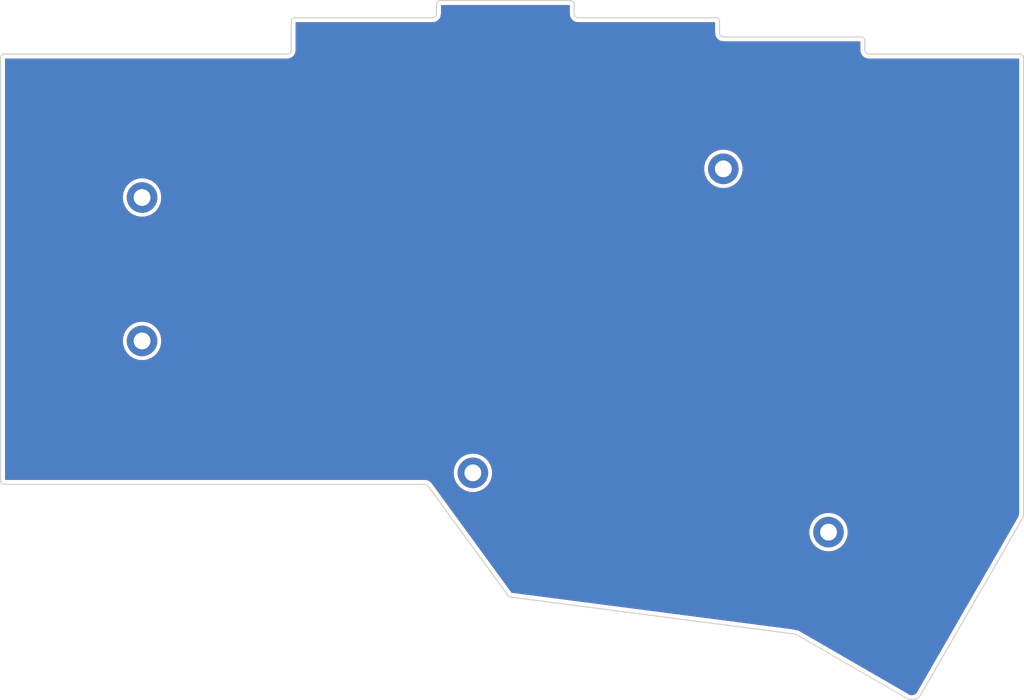
<source format=kicad_pcb>
(kicad_pcb (version 20221018) (generator pcbnew)

  (general
    (thickness 1.6)
  )

  (paper "A4")
  (title_block
    (title "corne_dark_bottom")
    (date "2023-09-12")
    (rev "1.0")
  )

  (layers
    (0 "F.Cu" signal)
    (31 "B.Cu" signal)
    (32 "B.Adhes" user "B.Adhesive")
    (33 "F.Adhes" user "F.Adhesive")
    (34 "B.Paste" user)
    (35 "F.Paste" user)
    (36 "B.SilkS" user "B.Silkscreen")
    (37 "F.SilkS" user "F.Silkscreen")
    (38 "B.Mask" user)
    (39 "F.Mask" user)
    (40 "Dwgs.User" user "User.Drawings")
    (41 "Cmts.User" user "User.Comments")
    (42 "Eco1.User" user "User.Eco1")
    (43 "Eco2.User" user "User.Eco2")
    (44 "Edge.Cuts" user)
  )

  (setup
    (pad_to_mask_clearance 0)
    (pcbplotparams
      (layerselection 0x00010fc_ffffffff)
      (plot_on_all_layers_selection 0x0000000_00000000)
      (disableapertmacros false)
      (usegerberextensions false)
      (usegerberattributes true)
      (usegerberadvancedattributes true)
      (creategerberjobfile true)
      (dashed_line_dash_ratio 12.000000)
      (dashed_line_gap_ratio 3.000000)
      (svgprecision 4)
      (plotframeref false)
      (viasonmask false)
      (mode 1)
      (useauxorigin false)
      (hpglpennumber 1)
      (hpglpenspeed 20)
      (hpglpendiameter 15.000000)
      (dxfpolygonmode true)
      (dxfimperialunits true)
      (dxfusepcbnewfont true)
      (psnegative false)
      (psa4output false)
      (plotreference true)
      (plotvalue true)
      (plotinvisibletext false)
      (sketchpadsonfab false)
      (subtractmaskfromsilk false)
      (outputformat 1)
      (mirror false)
      (drillshape 0)
      (scaleselection 1)
      (outputdirectory "")
    )
  )

  (net 0 "")

  (gr_poly
    (pts
      (xy 135.29 62.78488)
      (xy 135.29296 62.81488)
      (xy 135.29293 62.81784)
      (xy 135.2939 62.82771)
      (xy 135.29894 62.87566)
      (xy 135.30027 62.88918)
      (xy 135.30041 62.88963)
      (xy 135.3041 62.92475)
      (xy 135.31705 62.98781)
      (xy 135.3291 63.051)
      (xy 135.33196 63.06049)
      (xy 135.36082 63.15371)
      (xy 135.38575 63.21302)
      (xy 135.40987 63.2727)
      (xy 135.41452 63.28145)
      (xy 135.46093 63.36729)
      (xy 135.4969 63.42061)
      (xy 135.53215 63.47449)
      (xy 135.53842 63.48217)
      (xy 135.60062 63.55736)
      (xy 135.64627 63.60269)
      (xy 135.6913 63.64867)
      (xy 135.69894 63.65499)
      (xy 135.77456 63.71667)
      (xy 135.82815 63.75227)
      (xy 135.88126 63.78864)
      (xy 135.88998 63.79336)
      (xy 135.97614 63.83917)
      (xy 136.03561 63.86368)
      (xy 136.09478 63.88904)
      (xy 136.10425 63.89197)
      (xy 136.19767 63.92017)
      (xy 136.26079 63.93267)
      (xy 136.32374 63.94605)
      (xy 136.3336 63.94709)
      (xy 136.43072 63.95661)
      (xy 136.46512 63.96)
      (xy 154.29 63.96)
      (xy 154.29 65.28488)
      (xy 154.29296 65.31488)
      (xy 154.29293 65.31784)
      (xy 154.2939 65.32771)
      (xy 154.29894 65.37566)
      (xy 154.30027 65.38918)
      (xy 154.30041 65.38963)
      (xy 154.3041 65.42475)
      (xy 154.31705 65.48781)
      (xy 154.3291 65.551)
      (xy 154.33196 65.56049)
      (xy 154.36082 65.65371)
      (xy 154.38575 65.71302)
      (xy 154.40987 65.7727)
      (xy 154.41452 65.78145)
      (xy 154.46093 65.86729)
      (xy 154.4969 65.92061)
      (xy 154.53215 65.97449)
      (xy 154.53842 65.98217)
      (xy 154.60062 66.05736)
      (xy 154.64627 66.10269)
      (xy 154.6913 66.14867)
      (xy 154.69894 66.15499)
      (xy 154.77456 66.21667)
      (xy 154.82815 66.25227)
      (xy 154.88126 66.28864)
      (xy 154.88998 66.29336)
      (xy 154.97614 66.33917)
      (xy 155.03561 66.36368)
      (xy 155.09478 66.38904)
      (xy 155.10425 66.39197)
      (xy 155.19767 66.42017)
      (xy 155.26079 66.43267)
      (xy 155.32374 66.44605)
      (xy 155.3336 66.44709)
      (xy 155.43072 66.45661)
      (xy 155.46512 66.46)
      (xy 173.29 66.46)
      (xy 173.29 67.53488)
      (xy 173.29296 67.56487)
      (xy 173.29293 67.56784)
      (xy 173.2939 67.57771)
      (xy 173.29896 67.6258)
      (xy 173.30027 67.63918)
      (xy 173.30041 67.63963)
      (xy 173.3041 67.67475)
      (xy 173.31705 67.73781)
      (xy 173.3291 67.801)
      (xy 173.33196 67.81049)
      (xy 173.36082 67.90371)
      (xy 173.38575 67.96302)
      (xy 173.40987 68.0227)
      (xy 173.41452 68.03145)
      (xy 173.46093 68.11729)
      (xy 173.4969 68.17061)
      (xy 173.53215 68.22449)
      (xy 173.53842 68.23217)
      (xy 173.60062 68.30736)
      (xy 173.64627 68.35269)
      (xy 173.6913 68.39867)
      (xy 173.69894 68.40499)
      (xy 173.77456 68.46667)
      (xy 173.82815 68.50227)
      (xy 173.88126 68.53864)
      (xy 173.88998 68.54336)
      (xy 173.97614 68.58917)
      (xy 174.03561 68.61368)
      (xy 174.09478 68.63904)
      (xy 174.10425 68.64197)
      (xy 174.19767 68.67017)
      (xy 174.26079 68.68267)
      (xy 174.32374 68.69605)
      (xy 174.3336 68.69709)
      (xy 174.43072 68.70661)
      (xy 174.46512 68.71)
      (xy 194.04 68.71)
      (xy 194.04 127.94501)
      (xy 194.02039 128.17684)
      (xy 193.96458 128.371)
      (xy 193.88351 128.53874)
      (xy 193.88109 128.54533)
      (xy 180.708 151.38034)
      (xy 180.62078 151.48671)
      (xy 180.5193 151.5702)
      (xy 180.40353 151.6324)
      (xy 180.27789 151.67093)
      (xy 180.14715 151.68431)
      (xy 180.01631 151.67205)
      (xy 179.89034 151.63461)
      (xy 179.79433 151.58409)
      (xy 179.78534 151.57765)
      (xy 165.39994 143.26776)
      (xy 165.30448 143.22448)
      (xy 165.16829 143.19269)
      (xy 165.15667 143.19231)
      (xy 164.63405 143.08883)
      (xy 164.57619 143.07543)
      (xy 127.87803 138.30067)
      (xy 121.99325 130.24048)
      (xy 166.615 130.24048)
      (xy 166.615 130.75953)
      (xy 166.71626 131.2686)
      (xy 166.91489 131.74814)
      (xy 167.20326 132.17972)
      (xy 167.57029 132.54674)
      (xy 168.00186 132.83511)
      (xy 168.4814 133.03374)
      (xy 168.99048 133.135)
      (xy 169.50953 133.135)
      (xy 170.0186 133.03374)
      (xy 170.49814 132.83511)
      (xy 170.92972 132.54674)
      (xy 171.29674 132.17972)
      (xy 171.58511 131.74814)
      (xy 171.78374 131.2686)
      (xy 171.885 130.75953)
      (xy 171.885 130.24048)
      (xy 171.78374 129.7314)
      (xy 171.58511 129.25186)
      (xy 171.29674 128.82029)
      (xy 170.92972 128.45326)
      (xy 170.49814 128.16489)
      (xy 170.0186 127.96626)
      (xy 169.50953 127.865)
      (xy 168.99048 127.865)
      (xy 168.4814 127.96626)
      (xy 168.00186 128.16489)
      (xy 167.57029 128.45326)
      (xy 167.20326 128.82029)
      (xy 166.91489 129.25186)
      (xy 166.71626 129.7314)
      (xy 166.615 130.24048)
      (xy 121.99325 130.24048)
      (xy 117.46057 124.03221)
      (xy 117.44838 124.00879)
      (xy 117.42391 123.97824)
      (xy 117.40565 123.95033)
      (xy 117.38319 123.92739)
      (xy 117.36176 123.90064)
      (xy 117.35478 123.89359)
      (xy 117.35355 123.89236)
      (xy 117.33505 123.87721)
      (xy 117.33306 123.87498)
      (xy 117.32851 123.87156)
      (xy 117.3087 123.85133)
      (xy 117.30106 123.84501)
      (xy 117.22544 123.78333)
      (xy 117.17185 123.74773)
      (xy 117.11874 123.71136)
      (xy 117.11002 123.70664)
      (xy 117.02386 123.66083)
      (xy 116.96439 123.63632)
      (xy 116.90522 123.61096)
      (xy 116.89575 123.60803)
      (xy 116.80233 123.57983)
      (xy 116.73921 123.56733)
      (xy 116.67626 123.55395)
      (xy 116.6664 123.55291)
      (xy 116.56928 123.54339)
      (xy 116.53488 123.54)
      (xy 61.71 123.54)
      (xy 61.71 122.49048)
      (xy 120.115 122.49048)
      (xy 120.115 123.00953)
      (xy 120.21626 123.5186)
      (xy 120.41489 123.99814)
      (xy 120.70326 124.42972)
      (xy 121.07029 124.79674)
      (xy 121.50186 125.08511)
      (xy 121.9814 125.28374)
      (xy 122.49048 125.385)
      (xy 123.00953 125.385)
      (xy 123.5186 125.28374)
      (xy 123.99814 125.08511)
      (xy 124.42972 124.79674)
      (xy 124.79674 124.42972)
      (xy 125.08511 123.99814)
      (xy 125.28374 123.5186)
      (xy 125.385 123.00953)
      (xy 125.385 122.49048)
      (xy 125.28374 121.9814)
      (xy 125.08511 121.50186)
      (xy 124.79674 121.07029)
      (xy 124.42972 120.70326)
      (xy 123.99814 120.41489)
      (xy 123.5186 120.21626)
      (xy 123.00953 120.115)
      (xy 122.49048 120.115)
      (xy 121.9814 120.21626)
      (xy 121.50186 120.41489)
      (xy 121.07029 120.70326)
      (xy 120.70326 121.07029)
      (xy 120.41489 121.50186)
      (xy 120.21626 121.9814)
      (xy 120.115 122.49048)
      (xy 61.71 122.49048)
      (xy 61.71 105.24048)
      (xy 76.865 105.24048)
      (xy 76.865 105.75953)
      (xy 76.96626 106.2686)
      (xy 77.16489 106.74814)
      (xy 77.45326 107.17972)
      (xy 77.82029 107.54674)
      (xy 78.25186 107.83511)
      (xy 78.7314 108.03374)
      (xy 79.24048 108.135)
      (xy 79.75953 108.135)
      (xy 80.2686 108.03374)
      (xy 80.74814 107.83511)
      (xy 81.17972 107.54674)
      (xy 81.54674 107.17972)
      (xy 81.83511 106.74814)
      (xy 82.03374 106.2686)
      (xy 82.135 105.75953)
      (xy 82.135 105.24048)
      (xy 82.03374 104.7314)
      (xy 81.83511 104.25186)
      (xy 81.54674 103.82029)
      (xy 81.17972 103.45326)
      (xy 80.74814 103.16489)
      (xy 80.2686 102.96626)
      (xy 79.75953 102.865)
      (xy 79.24048 102.865)
      (xy 78.7314 102.96626)
      (xy 78.25186 103.16489)
      (xy 77.82029 103.45326)
      (xy 77.45326 103.82029)
      (xy 77.16489 104.25186)
      (xy 76.96626 104.7314)
      (xy 76.865 105.24048)
      (xy 61.71 105.24048)
      (xy 61.71 86.49048)
      (xy 76.865 86.49048)
      (xy 76.865 87.00953)
      (xy 76.96626 87.5186)
      (xy 77.16489 87.99814)
      (xy 77.45326 88.42972)
      (xy 77.82029 88.79674)
      (xy 78.25186 89.08511)
      (xy 78.7314 89.28374)
      (xy 79.24048 89.385)
      (xy 79.75953 89.385)
      (xy 80.2686 89.28374)
      (xy 80.74814 89.08511)
      (xy 81.17972 88.79674)
      (xy 81.54674 88.42972)
      (xy 81.83511 87.99814)
      (xy 82.03374 87.5186)
      (xy 82.135 87.00953)
      (xy 82.135 86.49048)
      (xy 82.03374 85.9814)
      (xy 81.83511 85.50186)
      (xy 81.54674 85.07029)
      (xy 81.17972 84.70326)
      (xy 80.74814 84.41489)
      (xy 80.2686 84.21626)
      (xy 79.75953 84.115)
      (xy 79.24048 84.115)
      (xy 78.7314 84.21626)
      (xy 78.25186 84.41489)
      (xy 77.82029 84.70326)
      (xy 77.45326 85.07029)
      (xy 77.16489 85.50186)
      (xy 76.96626 85.9814)
      (xy 76.865 86.49048)
      (xy 61.71 86.49048)
      (xy 61.71 82.74048)
      (xy 152.865 82.74048)
      (xy 152.865 83.25953)
      (xy 152.96626 83.7686)
      (xy 153.16489 84.24814)
      (xy 153.45326 84.67972)
      (xy 153.82029 85.04674)
      (xy 154.25186 85.33511)
      (xy 154.7314 85.53374)
      (xy 155.24048 85.635)
      (xy 155.75953 85.635)
      (xy 156.2686 85.53374)
      (xy 156.74814 85.33511)
      (xy 157.17972 85.04674)
      (xy 157.54674 84.67972)
      (xy 157.83511 84.24814)
      (xy 158.03374 83.7686)
      (xy 158.135 83.25953)
      (xy 158.135 82.74048)
      (xy 158.03374 82.2314)
      (xy 157.83511 81.75186)
      (xy 157.54674 81.32029)
      (xy 157.17972 80.95326)
      (xy 156.74814 80.66489)
      (xy 156.2686 80.46626)
      (xy 155.75953 80.365)
      (xy 155.24048 80.365)
      (xy 154.7314 80.46626)
      (xy 154.25186 80.66489)
      (xy 153.82029 80.95326)
      (xy 153.45326 81.32029)
      (xy 153.16489 81.75186)
      (xy 152.96626 82.2314)
      (xy 152.865 82.74048)
      (xy 61.71 82.74048)
      (xy 61.71 68.71)
      (xy 98.53488 68.71)
      (xy 98.56488 68.70705)
      (xy 98.56784 68.70707)
      (xy 98.57771 68.7061)
      (xy 98.62565 68.70106)
      (xy 98.63918 68.69973)
      (xy 98.63964 68.69959)
      (xy 98.67475 68.6959)
      (xy 98.73781 68.68296)
      (xy 98.801 68.6709)
      (xy 98.81049 68.66804)
      (xy 98.90371 68.63918)
      (xy 98.96302 68.61425)
      (xy 99.0227 68.59014)
      (xy 99.03145 68.58548)
      (xy 99.11729 68.53907)
      (xy 99.17061 68.5031)
      (xy 99.22449 68.46785)
      (xy 99.23217 68.46158)
      (xy 99.30736 68.39938)
      (xy 99.35269 68.35373)
      (xy 99.39867 68.3087)
      (xy 99.40499 68.30106)
      (xy 99.46667 68.22544)
      (xy 99.50227 68.17185)
      (xy 99.53864 68.11874)
      (xy 99.54336 68.11002)
      (xy 99.58917 68.02386)
      (xy 99.61368 67.96439)
      (xy 99.63904 67.90522)
      (xy 99.64197 67.89575)
      (xy 99.67017 67.80233)
      (xy 99.68267 67.73921)
      (xy 99.69605 67.67626)
      (xy 99.69709 67.6664)
      (xy 99.70661 67.56928)
      (xy 99.71 67.53488)
      (xy 99.71 63.96)
      (xy 117.53488 63.96)
      (xy 117.56488 63.95705)
      (xy 117.56784 63.95707)
      (xy 117.57771 63.9561)
      (xy 117.62565 63.95106)
      (xy 117.63918 63.94973)
      (xy 117.63964 63.94959)
      (xy 117.67475 63.9459)
      (xy 117.73781 63.93296)
      (xy 117.801 63.9209)
      (xy 117.81049 63.91804)
      (xy 117.90371 63.88918)
      (xy 117.96302 63.86425)
      (xy 118.0227 63.84014)
      (xy 118.03145 63.83548)
      (xy 118.11729 63.78907)
      (xy 118.17061 63.7531)
      (xy 118.22449 63.71785)
      (xy 118.23217 63.71158)
      (xy 118.30736 63.64938)
      (xy 118.35269 63.60373)
      (xy 118.39867 63.5587)
      (xy 118.40499 63.55106)
      (xy 118.46667 63.47544)
      (xy 118.50227 63.42185)
      (xy 118.53864 63.36874)
      (xy 118.54336 63.36002)
      (xy 118.58917 63.27386)
      (xy 118.61368 63.21439)
      (xy 118.63904 63.15522)
      (xy 118.64197 63.14575)
      (xy 118.67017 63.05233)
      (xy 118.68267 62.98921)
      (xy 118.69605 62.92626)
      (xy 118.69709 62.9164)
      (xy 118.70661 62.81928)
      (xy 118.71 62.78488)
      (xy 118.71 61.71)
      (xy 135.29 61.71)
    )

    (stroke (width 0) (type solid)) (fill solid) (layer "F.Cu") (tstamp 0f6e9a49-29e9-4916-af2a-08c47793f725))
  (gr_poly
    (pts
      (xy 135.29 62.78488)
      (xy 135.29296 62.81488)
      (xy 135.29293 62.81784)
      (xy 135.2939 62.82771)
      (xy 135.29894 62.87566)
      (xy 135.30027 62.88918)
      (xy 135.30041 62.88963)
      (xy 135.3041 62.92475)
      (xy 135.31705 62.98781)
      (xy 135.3291 63.051)
      (xy 135.33196 63.06049)
      (xy 135.36082 63.15371)
      (xy 135.38575 63.21302)
      (xy 135.40987 63.2727)
      (xy 135.41452 63.28145)
      (xy 135.46093 63.36729)
      (xy 135.4969 63.42061)
      (xy 135.53215 63.47449)
      (xy 135.53842 63.48217)
      (xy 135.60062 63.55736)
      (xy 135.64627 63.60269)
      (xy 135.6913 63.64867)
      (xy 135.69894 63.65499)
      (xy 135.77456 63.71667)
      (xy 135.82815 63.75227)
      (xy 135.88126 63.78864)
      (xy 135.88998 63.79336)
      (xy 135.97614 63.83917)
      (xy 136.03561 63.86368)
      (xy 136.09478 63.88904)
      (xy 136.10425 63.89197)
      (xy 136.19767 63.92017)
      (xy 136.26079 63.93267)
      (xy 136.32374 63.94605)
      (xy 136.3336 63.94709)
      (xy 136.43072 63.95661)
      (xy 136.46512 63.96)
      (xy 154.29 63.96)
      (xy 154.29 65.28488)
      (xy 154.29296 65.31488)
      (xy 154.29293 65.31784)
      (xy 154.2939 65.32771)
      (xy 154.29894 65.37566)
      (xy 154.30027 65.38918)
      (xy 154.30041 65.38963)
      (xy 154.3041 65.42475)
      (xy 154.31705 65.48781)
      (xy 154.3291 65.551)
      (xy 154.33196 65.56049)
      (xy 154.36082 65.65371)
      (xy 154.38575 65.71302)
      (xy 154.40987 65.7727)
      (xy 154.41452 65.78145)
      (xy 154.46093 65.86729)
      (xy 154.4969 65.92061)
      (xy 154.53215 65.97449)
      (xy 154.53842 65.98217)
      (xy 154.60062 66.05736)
      (xy 154.64627 66.10269)
      (xy 154.6913 66.14867)
      (xy 154.69894 66.15499)
      (xy 154.77456 66.21667)
      (xy 154.82815 66.25227)
      (xy 154.88126 66.28864)
      (xy 154.88998 66.29336)
      (xy 154.97614 66.33917)
      (xy 155.03561 66.36368)
      (xy 155.09478 66.38904)
      (xy 155.10425 66.39197)
      (xy 155.19767 66.42017)
      (xy 155.26079 66.43267)
      (xy 155.32374 66.44605)
      (xy 155.3336 66.44709)
      (xy 155.43072 66.45661)
      (xy 155.46512 66.46)
      (xy 173.29 66.46)
      (xy 173.29 67.53488)
      (xy 173.29296 67.56487)
      (xy 173.29293 67.56784)
      (xy 173.2939 67.57771)
      (xy 173.29896 67.6258)
      (xy 173.30027 67.63918)
      (xy 173.30041 67.63963)
      (xy 173.3041 67.67475)
      (xy 173.31705 67.73781)
      (xy 173.3291 67.801)
      (xy 173.33196 67.81049)
      (xy 173.36082 67.90371)
      (xy 173.38575 67.96302)
      (xy 173.40987 68.0227)
      (xy 173.41452 68.03145)
      (xy 173.46093 68.11729)
      (xy 173.4969 68.17061)
      (xy 173.53215 68.22449)
      (xy 173.53842 68.23217)
      (xy 173.60062 68.30736)
      (xy 173.64627 68.35269)
      (xy 173.6913 68.39867)
      (xy 173.69894 68.40499)
      (xy 173.77456 68.46667)
      (xy 173.82815 68.50227)
      (xy 173.88126 68.53864)
      (xy 173.88998 68.54336)
      (xy 173.97614 68.58917)
      (xy 174.03561 68.61368)
      (xy 174.09478 68.63904)
      (xy 174.10425 68.64197)
      (xy 174.19767 68.67017)
      (xy 174.26079 68.68267)
      (xy 174.32374 68.69605)
      (xy 174.3336 68.69709)
      (xy 174.43072 68.70661)
      (xy 174.46512 68.71)
      (xy 194.04 68.71)
      (xy 194.04 127.94501)
      (xy 194.02039 128.17684)
      (xy 193.96458 128.371)
      (xy 193.88351 128.53874)
      (xy 193.88109 128.54533)
      (xy 180.708 151.38034)
      (xy 180.62078 151.48671)
      (xy 180.5193 151.5702)
      (xy 180.40353 151.6324)
      (xy 180.27789 151.67093)
      (xy 180.14715 151.68431)
      (xy 180.01631 151.67205)
      (xy 179.89034 151.63461)
      (xy 179.79433 151.58409)
      (xy 179.78534 151.57765)
      (xy 165.39994 143.26776)
      (xy 165.30448 143.22448)
      (xy 165.16829 143.19269)
      (xy 165.15667 143.19231)
      (xy 164.63405 143.08883)
      (xy 164.57619 143.07543)
      (xy 127.87803 138.30067)
      (xy 121.99325 130.24048)
      (xy 166.615 130.24048)
      (xy 166.615 130.75953)
      (xy 166.71626 131.2686)
      (xy 166.91489 131.74814)
      (xy 167.20326 132.17972)
      (xy 167.57029 132.54674)
      (xy 168.00186 132.83511)
      (xy 168.4814 133.03374)
      (xy 168.99048 133.135)
      (xy 169.50953 133.135)
      (xy 170.0186 133.03374)
      (xy 170.49814 132.83511)
      (xy 170.92972 132.54674)
      (xy 171.29674 132.17972)
      (xy 171.58511 131.74814)
      (xy 171.78374 131.2686)
      (xy 171.885 130.75953)
      (xy 171.885 130.24048)
      (xy 171.78374 129.7314)
      (xy 171.58511 129.25186)
      (xy 171.29674 128.82029)
      (xy 170.92972 128.45326)
      (xy 170.49814 128.16489)
      (xy 170.0186 127.96626)
      (xy 169.50953 127.865)
      (xy 168.99048 127.865)
      (xy 168.4814 127.96626)
      (xy 168.00186 128.16489)
      (xy 167.57029 128.45326)
      (xy 167.20326 128.82029)
      (xy 166.91489 129.25186)
      (xy 166.71626 129.7314)
      (xy 166.615 130.24048)
      (xy 121.99325 130.24048)
      (xy 117.46057 124.03221)
      (xy 117.44838 124.00879)
      (xy 117.42391 123.97824)
      (xy 117.40565 123.95033)
      (xy 117.38319 123.92739)
      (xy 117.36176 123.90064)
      (xy 117.35478 123.89359)
      (xy 117.35355 123.89236)
      (xy 117.33505 123.87721)
      (xy 117.33306 123.87498)
      (xy 117.32851 123.87156)
      (xy 117.3087 123.85133)
      (xy 117.30106 123.84501)
      (xy 117.22544 123.78333)
      (xy 117.17185 123.74773)
      (xy 117.11874 123.71136)
      (xy 117.11002 123.70664)
      (xy 117.02386 123.66083)
      (xy 116.96439 123.63632)
      (xy 116.90522 123.61096)
      (xy 116.89575 123.60803)
      (xy 116.80233 123.57983)
      (xy 116.73921 123.56733)
      (xy 116.67626 123.55395)
      (xy 116.6664 123.55291)
      (xy 116.56928 123.54339)
      (xy 116.53488 123.54)
      (xy 61.71 123.54)
      (xy 61.71 122.49048)
      (xy 120.115 122.49048)
      (xy 120.115 123.00953)
      (xy 120.21626 123.5186)
      (xy 120.41489 123.99814)
      (xy 120.70326 124.42972)
      (xy 121.07029 124.79674)
      (xy 121.50186 125.08511)
      (xy 121.9814 125.28374)
      (xy 122.49048 125.385)
      (xy 123.00953 125.385)
      (xy 123.5186 125.28374)
      (xy 123.99814 125.08511)
      (xy 124.42972 124.79674)
      (xy 124.79674 124.42972)
      (xy 125.08511 123.99814)
      (xy 125.28374 123.5186)
      (xy 125.385 123.00953)
      (xy 125.385 122.49048)
      (xy 125.28374 121.9814)
      (xy 125.08511 121.50186)
      (xy 124.79674 121.07029)
      (xy 124.42972 120.70326)
      (xy 123.99814 120.41489)
      (xy 123.5186 120.21626)
      (xy 123.00953 120.115)
      (xy 122.49048 120.115)
      (xy 121.9814 120.21626)
      (xy 121.50186 120.41489)
      (xy 121.07029 120.70326)
      (xy 120.70326 121.07029)
      (xy 120.41489 121.50186)
      (xy 120.21626 121.9814)
      (xy 120.115 122.49048)
      (xy 61.71 122.49048)
      (xy 61.71 105.24048)
      (xy 76.865 105.24048)
      (xy 76.865 105.75953)
      (xy 76.96626 106.2686)
      (xy 77.16489 106.74814)
      (xy 77.45326 107.17972)
      (xy 77.82029 107.54674)
      (xy 78.25186 107.83511)
      (xy 78.7314 108.03374)
      (xy 79.24048 108.135)
      (xy 79.75953 108.135)
      (xy 80.2686 108.03374)
      (xy 80.74814 107.83511)
      (xy 81.17972 107.54674)
      (xy 81.54674 107.17972)
      (xy 81.83511 106.74814)
      (xy 82.03374 106.2686)
      (xy 82.135 105.75953)
      (xy 82.135 105.24048)
      (xy 82.03374 104.7314)
      (xy 81.83511 104.25186)
      (xy 81.54674 103.82029)
      (xy 81.17972 103.45326)
      (xy 80.74814 103.16489)
      (xy 80.2686 102.96626)
      (xy 79.75953 102.865)
      (xy 79.24048 102.865)
      (xy 78.7314 102.96626)
      (xy 78.25186 103.16489)
      (xy 77.82029 103.45326)
      (xy 77.45326 103.82029)
      (xy 77.16489 104.25186)
      (xy 76.96626 104.7314)
      (xy 76.865 105.24048)
      (xy 61.71 105.24048)
      (xy 61.71 86.49048)
      (xy 76.865 86.49048)
      (xy 76.865 87.00953)
      (xy 76.96626 87.5186)
      (xy 77.16489 87.99814)
      (xy 77.45326 88.42972)
      (xy 77.82029 88.79674)
      (xy 78.25186 89.08511)
      (xy 78.7314 89.28374)
      (xy 79.24048 89.385)
      (xy 79.75953 89.385)
      (xy 80.2686 89.28374)
      (xy 80.74814 89.08511)
      (xy 81.17972 88.79674)
      (xy 81.54674 88.42972)
      (xy 81.83511 87.99814)
      (xy 82.03374 87.5186)
      (xy 82.135 87.00953)
      (xy 82.135 86.49048)
      (xy 82.03374 85.9814)
      (xy 81.83511 85.50186)
      (xy 81.54674 85.07029)
      (xy 81.17972 84.70326)
      (xy 80.74814 84.41489)
      (xy 80.2686 84.21626)
      (xy 79.75953 84.115)
      (xy 79.24048 84.115)
      (xy 78.7314 84.21626)
      (xy 78.25186 84.41489)
      (xy 77.82029 84.70326)
      (xy 77.45326 85.07029)
      (xy 77.16489 85.50186)
      (xy 76.96626 85.9814)
      (xy 76.865 86.49048)
      (xy 61.71 86.49048)
      (xy 61.71 82.74048)
      (xy 152.865 82.74048)
      (xy 152.865 83.25953)
      (xy 152.96626 83.7686)
      (xy 153.16489 84.24814)
      (xy 153.45326 84.67972)
      (xy 153.82029 85.04674)
      (xy 154.25186 85.33511)
      (xy 154.7314 85.53374)
      (xy 155.24048 85.635)
      (xy 155.75953 85.635)
      (xy 156.2686 85.53374)
      (xy 156.74814 85.33511)
      (xy 157.17972 85.04674)
      (xy 157.54674 84.67972)
      (xy 157.83511 84.24814)
      (xy 158.03374 83.7686)
      (xy 158.135 83.25953)
      (xy 158.135 82.74048)
      (xy 158.03374 82.2314)
      (xy 157.83511 81.75186)
      (xy 157.54674 81.32029)
      (xy 157.17972 80.95326)
      (xy 156.74814 80.66489)
      (xy 156.2686 80.46626)
      (xy 155.75953 80.365)
      (xy 155.24048 80.365)
      (xy 154.7314 80.46626)
      (xy 154.25186 80.66489)
      (xy 153.82029 80.95326)
      (xy 153.45326 81.32029)
      (xy 153.16489 81.75186)
      (xy 152.96626 82.2314)
      (xy 152.865 82.74048)
      (xy 61.71 82.74048)
      (xy 61.71 68.71)
      (xy 98.53488 68.71)
      (xy 98.56488 68.70705)
      (xy 98.56784 68.70707)
      (xy 98.57771 68.7061)
      (xy 98.62565 68.70106)
      (xy 98.63918 68.69973)
      (xy 98.63964 68.69959)
      (xy 98.67475 68.6959)
      (xy 98.73781 68.68296)
      (xy 98.801 68.6709)
      (xy 98.81049 68.66804)
      (xy 98.90371 68.63918)
      (xy 98.96302 68.61425)
      (xy 99.0227 68.59014)
      (xy 99.03145 68.58548)
      (xy 99.11729 68.53907)
      (xy 99.17061 68.5031)
      (xy 99.22449 68.46785)
      (xy 99.23217 68.46158)
      (xy 99.30736 68.39938)
      (xy 99.35269 68.35373)
      (xy 99.39867 68.3087)
      (xy 99.40499 68.30106)
      (xy 99.46667 68.22544)
      (xy 99.50227 68.17185)
      (xy 99.53864 68.11874)
      (xy 99.54336 68.11002)
      (xy 99.58917 68.02386)
      (xy 99.61368 67.96439)
      (xy 99.63904 67.90522)
      (xy 99.64197 67.89575)
      (xy 99.67017 67.80233)
      (xy 99.68267 67.73921)
      (xy 99.69605 67.67626)
      (xy 99.69709 67.6664)
      (xy 99.70661 67.56928)
      (xy 99.71 67.53488)
      (xy 99.71 63.96)
      (xy 117.53488 63.96)
      (xy 117.56488 63.95705)
      (xy 117.56784 63.95707)
      (xy 117.57771 63.9561)
      (xy 117.62565 63.95106)
      (xy 117.63918 63.94973)
      (xy 117.63964 63.94959)
      (xy 117.67475 63.9459)
      (xy 117.73781 63.93296)
      (xy 117.801 63.9209)
      (xy 117.81049 63.91804)
      (xy 117.90371 63.88918)
      (xy 117.96302 63.86425)
      (xy 118.0227 63.84014)
      (xy 118.03145 63.83548)
      (xy 118.11729 63.78907)
      (xy 118.17061 63.7531)
      (xy 118.22449 63.71785)
      (xy 118.23217 63.71158)
      (xy 118.30736 63.64938)
      (xy 118.35269 63.60373)
      (xy 118.39867 63.5587)
      (xy 118.40499 63.55106)
      (xy 118.46667 63.47544)
      (xy 118.50227 63.42185)
      (xy 118.53864 63.36874)
      (xy 118.54336 63.36002)
      (xy 118.58917 63.27386)
      (xy 118.61368 63.21439)
      (xy 118.63904 63.15522)
      (xy 118.64197 63.14575)
      (xy 118.67017 63.05233)
      (xy 118.68267 62.98921)
      (xy 118.69605 62.92626)
      (xy 118.69709 62.9164)
      (xy 118.70661 62.81928)
      (xy 118.71 62.78488)
      (xy 118.71 61.71)
      (xy 135.29 61.71)
    )

    (stroke (width 0) (type solid)) (fill solid) (layer "B.Cu") (tstamp 7ca16592-15e6-497f-a414-88c81e920b8b))
  (gr_circle (center 79.5 105.5) (end 81.7 105.5)
    (stroke (width 0) (type solid)) (fill solid) (layer "B.Mask") (tstamp 1c773623-8617-41c9-b590-caeff38e9940))
  (gr_circle (center 169.25 130.5) (end 171.45 130.5)
    (stroke (width 0) (type solid)) (fill solid) (layer "B.Mask") (tstamp 272cfa59-3abb-47f7-83a3-0b4efa5dddf8))
  (gr_circle (center 155.5 83) (end 157.7 83)
    (stroke (width 0) (type solid)) (fill solid) (layer "B.Mask") (tstamp 400c5eb5-8bfd-4634-8297-7484deb97d74))
  (gr_circle (center 79.5 86.75) (end 81.7 86.75)
    (stroke (width 0) (type solid)) (fill solid) (layer "B.Mask") (tstamp 594b997a-1b57-45cb-b7b3-da243a5a001f))
  (gr_circle (center 122.75 122.75) (end 124.95 122.75)
    (stroke (width 0) (type solid)) (fill solid) (layer "B.Mask") (tstamp 858173cd-2070-452f-a719-a7923ece6e03))
  (gr_circle (center 169.25 130.5) (end 171.45 130.5)
    (stroke (width 0) (type solid)) (fill solid) (layer "F.Mask") (tstamp 042000f2-6fd1-4e9c-9896-f37530f5689c))
  (gr_circle (center 155.5 83) (end 157.7 83)
    (stroke (width 0) (type solid)) (fill solid) (layer "F.Mask") (tstamp 31faaf13-8035-4bd4-a09f-3641b3f63d59))
  (gr_circle (center 79.5 86.75) (end 81.7 86.75)
    (stroke (width 0) (type solid)) (fill solid) (layer "F.Mask") (tstamp 9d6f70f4-3be8-4a75-8f20-f1a01e4d5e1a))
  (gr_circle (center 79.5 105.5) (end 81.7 105.5)
    (stroke (width 0) (type solid)) (fill solid) (layer "F.Mask") (tstamp a41e1177-21ea-430d-a4ce-4c6f7f91c0ee))
  (gr_circle (center 122.75 122.75) (end 124.95 122.75)
    (stroke (width 0) (type solid)) (fill solid) (layer "F.Mask") (tstamp fe6fc14c-2199-4e9b-a10c-948e9b4ce003))
  (gr_arc (start 154.5 63.25) (mid 154.853553 63.396447) (end 155 63.75)
    (stroke (width 0.15) (type solid)) (layer "Edge.Cuts") (tstamp 1152fbc8-7b4c-49a4-955e-7145339e3be7))
  (gr_line (start 135.5 61) (end 118.5 61)
    (stroke (width 0.15) (type solid)) (layer "Edge.Cuts") (tstamp 15be81e0-3c41-4093-abae-b72d1d9ded8d))
  (gr_arc (start 164.42056 143.77034) (mid 164.750955 143.819145) (end 165.075002 143.899995)
    (stroke (width 0.15) (type solid)) (layer "Edge.Cuts") (tstamp 1a577543-ac8e-46ba-8cdd-aa2582425316))
  (gr_arc (start 136.5 63.25) (mid 136.146447 63.103553) (end 136 62.75)
    (stroke (width 0.15) (type solid)) (layer "Edge.Cuts") (tstamp 1c79c542-4c03-466e-8fe9-72894f1a6e37))
  (gr_line (start 194.75 68.5) (end 194.75 127.975)
    (stroke (width 0.15) (type solid)) (layer "Edge.Cuts") (tstamp 2536139b-3298-4f3e-b145-66351c278af9))
  (gr_line (start 136 62.75) (end 136 61.5)
    (stroke (width 0.15) (type solid)) (layer "Edge.Cuts") (tstamp 267e989f-05ae-4d71-b5fe-4f7f1c5177fc))
  (gr_arc (start 173.5 65.75) (mid 173.853553 65.896447) (end 174 66.25)
    (stroke (width 0.15) (type solid)) (layer "Edge.Cuts") (tstamp 2d8c57dd-29ad-474a-afab-7b120f8b3f4e))
  (gr_arc (start 116.5 124.25) (mid 116.691342 124.28806) (end 116.853553 124.396447)
    (stroke (width 0.15) (type solid)) (layer "Edge.Cuts") (tstamp 2f37bf88-1391-407d-bd5e-770a6d2f32f0))
  (gr_line (start 154.5 63.25) (end 136.5 63.25)
    (stroke (width 0.15) (type solid)) (layer "Edge.Cuts") (tstamp 3d18a925-c912-4b2c-bc23-ae2fe1432c59))
  (gr_arc (start 118 62.75) (mid 117.853553 63.103553) (end 117.5 63.25)
    (stroke (width 0.15) (type solid)) (layer "Edge.Cuts") (tstamp 455ba981-3ccc-4111-b1d4-9a2b426c59e9))
  (gr_line (start 98.5 68) (end 61.47499 68)
    (stroke (width 0.15) (type solid)) (layer "Edge.Cuts") (tstamp 45e1c56c-7ff6-4a29-9b13-7f625d7b1a82))
  (gr_arc (start 194.25 68) (mid 194.603553 68.146447) (end 194.75 68.5)
    (stroke (width 0.15) (type solid)) (layer "Edge.Cuts") (tstamp 47621ea0-d6de-41ec-80f9-c8e5154f205a))
  (gr_arc (start 127.75 139) (mid 127.558658 138.96194) (end 127.396447 138.853553)
    (stroke (width 0.15) (type solid)) (layer "Edge.Cuts") (tstamp 6734f927-f2f6-4a89-8f13-f200b72b0320))
  (gr_arc (start 155.5 65.75) (mid 155.146447 65.603553) (end 155 65.25)
    (stroke (width 0.15) (type solid)) (layer "Edge.Cuts") (tstamp 76cd65e2-a964-4feb-a9d9-3bcdb0be17e5))
  (gr_arc (start 61.5 124.25) (mid 61.146447 124.103553) (end 61 123.75)
    (stroke (width 0.15) (type solid)) (layer "Edge.Cuts") (tstamp 80787656-7537-485b-ab8e-345d919c0ed3))
  (gr_line (start 116.5 124.25) (end 61.5 124.25)
    (stroke (width 0.15) (type solid)) (layer "Edge.Cuts") (tstamp 97becc9b-97f3-4105-924d-8c5001fb687d))
  (gr_arc (start 135.5 61) (mid 135.853553 61.146447) (end 136 61.5)
    (stroke (width 0.15) (type solid)) (layer "Edge.Cuts") (tstamp 98732d66-cab9-45cb-92b5-a49620e7d3dc))
  (gr_line (start 117.5 63.25) (end 99.5 63.25)
    (stroke (width 0.15) (type solid)) (layer "Edge.Cuts") (tstamp 9a3588cc-d0fa-4900-97e7-52ec6ab148dd))
  (gr_line (start 174 66.25) (end 174 67.5)
    (stroke (width 0.15) (type solid)) (layer "Edge.Cuts") (tstamp 9c7a8017-c167-48ae-a087-a621ce875fd8))
  (gr_line (start 116.85 124.4) (end 127.4 138.85)
    (stroke (width 0.15) (type solid)) (layer "Edge.Cuts") (tstamp 9e8dd328-4c9d-4e2d-92c7-274b82541258))
  (gr_arc (start 181.29726 151.78146) (mid 180.41207 152.371608) (end 179.369256 152.160951)
    (stroke (width 0.15) (type solid)) (layer "Edge.Cuts") (tstamp a9dcb3bf-6c15-416e-902b-5f4ca504a400))
  (gr_line (start 61 68.5) (end 61 123.75)
    (stroke (width 0.15) (type solid)) (layer "Edge.Cuts") (tstamp ae43a8f2-ff81-4ee3-91e4-bdc9c7ce6cf2))
  (gr_line (start 181.3 151.775) (end 194.525 128.85)
    (stroke (width 0.15) (type solid)) (layer "Edge.Cuts") (tstamp b87942b1-9f17-41b3-b9fb-673f3c346a7c))
  (gr_line (start 118 61.5) (end 118 62.75)
    (stroke (width 0.15) (type solid)) (layer "Edge.Cuts") (tstamp be36f5f0-7f74-4ba1-8166-34bed1bb4b26))
  (gr_line (start 99 63.75) (end 99 67.5)
    (stroke (width 0.15) (type solid)) (layer "Edge.Cuts") (tstamp c55dd1ca-91c1-4aea-94ee-f9ca5586ede0))
  (gr_line (start 173.5 65.75) (end 155.5 65.75)
    (stroke (width 0.15) (type solid)) (layer "Edge.Cuts") (tstamp d0eb48e4-8f65-4206-88d9-4c3bfd06874a))
  (gr_arc (start 194.75 127.975) (mid 194.695219 128.426671) (end 194.522763 128.847702)
    (stroke (width 0.15) (type solid)) (layer "Edge.Cuts") (tstamp db454df1-c838-4033-b21b-906582330a5a))
  (gr_arc (start 99 67.5) (mid 98.853553 67.853553) (end 98.5 68)
    (stroke (width 0.15) (type solid)) (layer "Edge.Cuts") (tstamp dbb71b7a-162e-4b52-9f81-d3089e780d3a))
  (gr_arc (start 61 68.5) (mid 61.146447 68.146447) (end 61.5 68)
    (stroke (width 0.15) (type solid)) (layer "Edge.Cuts") (tstamp dc45f56e-c807-4932-864f-05020238532a))
  (gr_arc (start 174.5 68) (mid 174.146447 67.853553) (end 174 67.5)
    (stroke (width 0.15) (type solid)) (layer "Edge.Cuts") (tstamp df4c069b-2817-46d3-8343-b2dcdf60f8e8))
  (gr_arc (start 118 61.5) (mid 118.146447 61.146447) (end 118.5 61)
    (stroke (width 0.15) (type solid)) (layer "Edge.Cuts") (tstamp e754ff0f-4831-43e1-9c8e-af041e5dc051))
  (gr_line (start 155 65.25) (end 155 63.75)
    (stroke (width 0.15) (type solid)) (layer "Edge.Cuts") (tstamp e8b65b6a-8376-44ce-b5e6-bb85d41ad1ce))
  (gr_line (start 194.25 68) (end 174.5 68)
    (stroke (width 0.15) (type solid)) (layer "Edge.Cuts") (tstamp e91b62a8-7dc5-4957-8dc5-a98994b57ed0))
  (gr_line (start 165.075 143.9) (end 179.4 152.175)
    (stroke (width 0.15) (type solid)) (layer "Edge.Cuts") (tstamp ebdee915-1d89-48ce-8e17-d44e4eca507f))
  (gr_arc (start 99 63.75) (mid 99.146447 63.396447) (end 99.5 63.25)
    (stroke (width 0.15) (type solid)) (layer "Edge.Cuts") (tstamp ed0a9ae6-a67b-4969-95d0-6a0b205f2624))
  (gr_line (start 127.75 139) (end 164.45 143.775)
    (stroke (width 0.15) (type solid)) (layer "Edge.Cuts") (tstamp ef1ac515-5506-4757-b704-e07d4fc62a80))

  (segment (start 173.38575 67.96302) (end 173.40987 68.0227) (width 0.254) (layer "F.Cu") (net 0) (tstamp 00380ad1-9698-4312-b092-1dbea7aeb174))
  (segment (start 118.71 61.71) (end 135.29 61.71) (width 0.254) (layer "F.Cu") (net 0) (tstamp 00c07038-d49b-4758-8b51-0d5577e0c76e))
  (segment (start 99.0227 68.59014) (end 99.03145 68.58548) (width 0.254) (layer "F.Cu") (net 0) (tstamp 01021b23-a998-443d-8210-5e091f1949e1))
  (segment (start 168.4814 133.03374) (end 168.99048 133.135) (width 0.254) (layer "F.Cu") (net 0) (tstamp 025acebc-fd9f-47bd-86b3-981fded3c460))
  (segment (start 120.41489 123.99814) (end 120.70326 124.42972) (width 0.254) (layer "F.Cu") (net 0) (tstamp 02ac8a59-89fa-4351-bfdd-772aad2a056a))
  (segment (start 122.49048 120.115) (end 121.9814 120.21626) (width 0.254) (layer "F.Cu") (net 0) (tstamp 02d2652e-cc02-4ba8-829a-3e80297cd0a4))
  (segment (start 81.54674 88.42972) (end 81.83511 87.99814) (width 0.254) (layer "F.Cu") (net 0) (tstamp 0319fc54-a2f4-40a7-b33d-9cfe175cbb50))
  (segment (start 117.22544 123.78333) (end 117.17185 123.74773) (width 0.254) (layer "F.Cu") (net 0) (tstamp 033bdd29-aa69-4a07-96b5-70dffac3620f))
  (segment (start 117.3087 123.85133) (end 117.30106 123.84501) (width 0.254) (layer "F.Cu") (net 0) (tstamp 03533734-7454-497b-b218-61bbc5057110))
  (segment (start 118.61368 63.21439) (end 118.63904 63.15522) (width 0.254) (layer "F.Cu") (net 0) (tstamp 03695c06-4d11-4d1c-8cb2-2cd735d1e30b))
  (segment (start 99.11729 68.53907) (end 99.17061 68.5031) (width 0.254) (layer "F.Cu") (net 0) (tstamp 03a52673-4f7a-4f40-aff5-c2d3f83c4a01))
  (segment (start 99.23217 68.46158) (end 99.30736 68.39938) (width 0.254) (layer "F.Cu") (net 0) (tstamp 03fe7ffb-5a67-4432-a2ec-7134474a8b1c))
  (segment (start 135.77456 63.71667) (end 135.82815 63.75227) (width 0.254) (layer "F.Cu") (net 0) (tstamp 066e721c-a2e1-4dce-87af-73e85b95ab99))
  (segment (start 135.88998 63.79336) (end 135.97614 63.83917) (width 0.254) (layer "F.Cu") (net 0) (tstamp 06de0e31-aa30-4dd0-9bd5-f1d1ddb67507))
  (segment (start 99.71 67.53488) (end 99.71 63.96) (width 0.254) (layer "F.Cu") (net 0) (tstamp 06ead494-2664-4b9a-aa8f-10f4b2200efc))
  (segment (start 78.7314 84.21626) (end 78.25186 84.41489) (width 0.254) (layer "F.Cu") (net 0) (tstamp 07e583bf-3558-45ca-915d-12081ce644c4))
  (segment (start 99.68267 67.73921) (end 99.69605 67.67626) (width 0.254) (layer "F.Cu") (net 0) (tstamp 07ecb891-517e-4514-9b62-cc4b984043ef))
  (segment (start 174.09478 68.63904) (end 174.10425 68.64197) (width 0.254) (layer "F.Cu") (net 0) (tstamp 08441fe6-3909-4505-9f44-7bc5c98e97ea))
  (segment (start 135.97614 63.83917) (end 136.03561 63.86368) (width 0.254) (layer "F.Cu") (net 0) (tstamp 091c79f7-f328-41ae-879a-5df8d6adb5c5))
  (segment (start 135.33196 63.06049) (end 135.36082 63.15371) (width 0.254) (layer "F.Cu") (net 0) (tstamp 09913646-8320-479d-93b9-0ce111aec41a))
  (segment (start 117.33306 123.87498) (end 117.32851 123.87156) (width 0.254) (layer "F.Cu") (net 0) (tstamp 09a1fa4c-9f4c-498a-8732-c9922f9707fb))
  (segment (start 170.0186 127.96626) (end 169.50953 127.865) (width 0.254) (layer "F.Cu") (net 0) (tstamp 0a0e1224-305d-4688-a6a5-35062277499f))
  (segment (start 98.53488 68.71) (end 98.56488 68.70705) (width 0.254) (layer "F.Cu") (net 0) (tstamp 0a1e90b2-f40b-4866-9911-8639f5919987))
  (segment (start 173.33196 67.81049) (end 173.36082 67.90371) (width 0.254) (layer "F.Cu") (net 0) (tstamp 0ace5165-8e88-49c1-b959-3670be72b9fd))
  (segment (start 81.83511 106.74814) (end 82.03374 106.2686) (width 0.254) (layer "F.Cu") (net 0) (tstamp 0c5dd00f-8e87-43c8-a6aa-0298c94cd505))
  (segment (start 173.29293 67.56784) (end 173.2939 67.57771) (width 0.254) (layer "F.Cu") (net 0) (tstamp 0c625fb1-8161-4959-8a7c-b4b554e125f2))
  (segment (start 78.7314 89.28374) (end 79.24048 89.385) (width 0.254) (layer "F.Cu") (net 0) (tstamp 0ca34e2b-6639-48b8-a69d-19b1b9c7bf4f))
  (segment (start 173.69894 68.40499) (end 173.77456 68.46667) (width 0.254) (layer "F.Cu") (net 0) (tstamp 0d8a57bb-8bcf-4126-b4cd-c2d0d3bec288))
  (segment (start 79.75953 102.865) (end 79.24048 102.865) (width 0.254) (layer "F.Cu") (net 0) (tstamp 0e4216ff-031e-4356-91c9-ece8446a900c))
  (segment (start 79.24048 108.135) (end 79.75953 108.135) (width 0.254) (layer "F.Cu") (net 0) (tstamp 0eec1193-dc60-447c-82bd-0c9deddabf49))
  (segment (start 81.17972 84.70326) (end 80.74814 84.41489) (width 0.254) (layer "F.Cu") (net 0) (tstamp 0efc852a-be01-47a4-8ced-d0958be7cd8a))
  (segment (start 99.30736 68.39938) (end 99.35269 68.35373) (width 0.254) (layer "F.Cu") (net 0) (tstamp 0f236bc1-6394-4232-8456-e0513d36b701))
  (segment (start 121.9814 125.28374) (end 122.49048 125.385) (width 0.254) (layer "F.Cu") (net 0) (tstamp 0f700fcc-49ec-4f4c-ac67-53a2551121fb))
  (segment (start 166.91489 131.74814) (end 167.20326 132.17972) (width 0.254) (layer "F.Cu") (net 0) (tstamp 0fa855ec-5b27-4fa7-ba84-98c096b0976d))
  (segment (start 82.03374 87.5186) (end 82.135 87.00953) (width 0.254) (layer "F.Cu") (net 0) (tstamp 0fbee31d-7ee9-4536-8e9c-6e299d9b80d7))
  (segment (start 82.03374 106.2686) (end 82.135 105.75953) (width 0.254) (layer "F.Cu") (net 0) (tstamp 0fd59d7e-9593-4ffa-abe8-0560564c3daa))
  (segment (start 135.29894 62.87566) (end 135.30027 62.88918) (width 0.254) (layer "F.Cu") (net 0) (tstamp 10eefcbf-bd83-4549-a66c-253bbb7502a2))
  (segment (start 136.26079 63.93267) (end 136.32374 63.94605) (width 0.254) (layer "F.Cu") (net 0) (tstamp 11badd7a-6318-4f3c-96ef-bc980ed81bc2))
  (segment (start 124.79674 121.07029) (end 124.42972 120.70326) (width 0.254) (layer "F.Cu") (net 0) (tstamp 12573643-2208-4ed1-baf6-9cc3825b232f))
  (segment (start 155.10425 66.39197) (end 155.19767 66.42017) (width 0.254) (layer "F.Cu") (net 0) (tstamp 127abf82-4561-4a00-a313-d59c50d57852))
  (segment (start 154.29 63.96) (end 154.29 65.28488) (width 0.254) (layer "F.Cu") (net 0) (tstamp 128204a1-e85a-4a31-82ce-66bfc67cc464))
  (segment (start 99.39867 68.3087) (end 99.40499 68.30106) (width 0.254) (layer "F.Cu") (net 0) (tstamp 129c58d3-058a-45c8-b042-0608b0e64111))
  (segment (start 120.115 122.49048) (end 61.71 122.49048) (width 0.254) (layer "F.Cu") (net 0) (tstamp 1314172b-ffa5-4cea-b054-1943a1c4845b))
  (segment (start 170.92972 132.54674) (end 171.29674 132.17972) (width 0.254) (layer "F.Cu") (net 0) (tstamp 133df881-832b-4e88-b899-4386db5d740d))
  (segment (start 118.53864 63.36874) (end 118.54336 63.36002) (width 0.254) (layer "F.Cu") (net 0) (tstamp 1368dc03-b552-43c2-a005-5a06ab2ac689))
  (segment (start 154.2939 65.32771) (end 154.29894 65.37566) (width 0.254) (layer "F.Cu") (net 0) (tstamp 148fecc9-bffd-42ec-84c8-00752d62fdd7))
  (segment (start 135.31705 62.98781) (end 135.3291 63.051) (width 0.254) (layer "F.Cu") (net 0) (tstamp 14e6e191-4a17-4e9c-9103-eebb9fcba918))
  (segment (start 118.58917 63.27386) (end 118.61368 63.21439) (width 0.254) (layer "F.Cu") (net 0) (tstamp 1568f691-024c-405e-8954-26f2f0969405))
  (segment (start 77.82029 103.45326) (end 77.45326 103.82029) (width 0.254) (layer "F.Cu") (net 0) (tstamp 15ada185-a470-4ab1-98e8-6ac9cc919c88))
  (segment (start 99.69709 67.6664) (end 99.70661 67.56928) (width 0.254) (layer "F.Cu") (net 0) (tstamp 16282c45-b6a0-45ed-81b0-c64bfa4c8bb9))
  (segment (start 165.15667 143.19231) (end 164.63405 143.08883) (width 0.254) (layer "F.Cu") (net 0) (tstamp 1657643e-16ae-41bd-92fc-668a3108919c))
  (segment (start 80.2686 89.28374) (end 80.74814 89.08511) (width 0.254) (layer "F.Cu") (net 0) (tstamp 16fd67b4-79cc-4b52-86cc-37bd809710a5))
  (segment (start 118.67017 63.05233) (end 118.68267 62.98921) (width 0.254) (layer "F.Cu") (net 0) (tstamp 1794e86d-8fc0-4784-aba9-72989ea03596))
  (segment (start 61.71 105.24048) (end 61.71 86.49048) (width 0.254) (layer "F.Cu") (net 0) (tstamp 17ab12cd-2353-40c1-b651-c173d3ef72da))
  (segment (start 118.17061 63.7531) (end 118.22449 63.71785) (width 0.254) (layer "F.Cu") (net 0) (tstamp 1838c640-5584-4a58-9ba1-088ccc02fcbe))
  (segment (start 153.82029 85.04674) (end 154.25186 85.33511) (width 0.254) (layer "F.Cu") (net 0) (tstamp 188dade1-3b54-4c1f-9ae1-aca5db518ae4))
  (segment (start 98.57771 68.7061) (end 98.62565 68.70106) (width 0.254) (layer "F.Cu") (net 0) (tstamp 188df085-0bb8-4ce3-906f-1d674933aece))
  (segment (start 118.0227 63.84014) (end 118.03145 63.83548) (width 0.254) (layer "F.Cu") (net 0) (tstamp 1a2c2f60-66e0-451b-aa01-f25c4cadd105))
  (segment (start 154.31705 65.48781) (end 154.3291 65.551) (width 0.254) (layer "F.Cu") (net 0) (tstamp 1a2e03f4-38f8-41e9-937e-e2fc12bbbbc6))
  (segment (start 153.16489 81.75186) (end 152.96626 82.2314) (width 0.254) (layer "F.Cu") (net 0) (tstamp 1a881602-e2ed-48ab-bc2e-0960d013a04e))
  (segment (start 168.4814 127.96626) (end 168.00186 128.16489) (width 0.254) (layer "F.Cu") (net 0) (tstamp 1abfc5f7-4c27-42c5-8abb-f277bbbd4c98))
  (segment (start 76.96626 85.9814) (end 76.865 86.49048) (width 0.254) (layer "F.Cu") (net 0) (tstamp 1ac0943f-df62-480e-9139-2203ec3dd490))
  (segment (start 117.63964 63.94959) (end 117.67475 63.9459) (width 0.254) (layer "F.Cu") (net 0) (tstamp 1ae86474-cd6f-4329-8c4d-778824a5600b))
  (segment (start 135.29293 62.81784) (end 135.2939 62.82771) (width 0.254) (layer "F.Cu") (net 0) (tstamp 1bc3eace-cffa-420b-b393-adffa7aa2d46))
  (segment (start 166.91489 129.25186) (end 166.71626 129.7314) (width 0.254) (layer "F.Cu") (net 0) (tstamp 1bf42a37-dea7-4fc6-8838-86bb2efd80f2))
  (segment (start 120.21626 121.9814) (end 120.115 122.49048) (width 0.254) (layer "F.Cu") (net 0) (tstamp 1c4c9217-ae25-4230-a3b8-7308db48f6cd))
  (segment (start 99.61368 67.96439) (end 99.63904 67.90522) (width 0.254) (layer "F.Cu") (net 0) (tstamp 1d57f3c3-73e6-4fb7-85c7-70c9ccbf2c4e))
  (segment (start 123.5186 120.21626) (end 123.00953 120.115) (width 0.254) (layer "F.Cu") (net 0) (tstamp 1dfb45a1-6ef6-42d2-8af4-3762b3ac1b41))
  (segment (start 116.53488 123.54) (end 61.71 123.54) (width 0.254) (layer "F.Cu") (net 0) (tstamp 1ecc1a5b-1206-4236-8303-c1a881468ada))
  (segment (start 173.31705 67.73781) (end 173.3291 67.801) (width 0.254) (layer "F.Cu") (net 0) (tstamp 1f3a4529-4f84-4b0f-9de8-d9ab44261335))
  (segment (start 173.3041 67.67475) (end 173.31705 67.73781) (width 0.254) (layer "F.Cu") (net 0) (tstamp 1fdadcc6-7c20-4871-b938-a05b269b2a8d))
  (segment (start 135.6913 63.64867) (end 135.69894 63.65499) (width 0.254) (layer "F.Cu") (net 0) (tstamp 1fea9c18-8b8f-4d00-a2c8-07336bfce32a))
  (segment (start 118.70661 62.81928) (end 118.71 62.78488) (width 0.254) (layer "F.Cu") (net 0) (tstamp 208452bf-18ed-4f36-8fc0-4ed3a67dd3d8))
  (segment (start 118.03145 63.83548) (end 118.11729 63.78907) (width 0.254) (layer "F.Cu") (net 0) (tstamp 210c7e19-0f24-4299-9b10-a90910891191))
  (segment (start 165.30448 143.22448) (end 165.16829 143.19269) (width 0.254) (layer "F.Cu") (net 0) (tstamp 2122c2b0-deab-404b-8e4b-7917bfb8fa40))
  (segment (start 76.865 105.24048) (end 61.71 105.24048) (width 0.254) (layer "F.Cu") (net 0) (tstamp 214e32bc-3970-48a2-ba37-53ec750f31cc))
  (segment (start 81.54674 107.17972) (end 81.83511 106.74814) (width 0.254) (layer "F.Cu") (net 0) (tstamp 23e7baf6-1c99-4df3-b508-e34367fbfbc1))
  (segment (start 136.19767 63.92017) (end 136.26079 63.93267) (width 0.254) (layer "F.Cu") (net 0) (tstamp 24dd8284-4e49-4aa7-a667-81ada16f5a8a))
  (segment (start 156.2686 80.46626) (end 155.75953 80.365) (width 0.254) (layer "F.Cu") (net 0) (tstamp 2505b18a-5826-405f-93ec-beeab4b7f587))
  (segment (start 179.78534 151.57765) (end 165.39994 143.26776) (width 0.254) (layer "F.Cu") (net 0) (tstamp 26155dbb-f11a-48e7-b368-d270d40f1a6c))
  (segment (start 125.08511 121.50186) (end 124.79674 121.07029) (width 0.254) (layer "F.Cu") (net 0) (tstamp 2836f14d-4e28-4e68-a5d5-39b4ce876a79))
  (segment (start 117.32851 123.87156) (end 117.3087 123.85133) (width 0.254) (layer "F.Cu") (net 0) (tstamp 289aeadf-3ae3-4ea8-98a1-25c10e1543af))
  (segment (start 98.63918 68.69973) (end 98.63964 68.69959) (width 0.254) (layer "F.Cu") (net 0) (tstamp 29f3e1e5-25d2-4601-98a0-ce0c6d73b7bb))
  (segment (start 125.08511 123.99814) (end 125.28374 123.5186) (width 0.254) (layer "F.Cu") (net 0) (tstamp 2ac9f6e2-4cce-4f01-a74b-ebec787d3566))
  (segment (start 154.30041 65.38963) (end 154.3041 65.42475) (width 0.254) (layer "F.Cu") (net 0) (tstamp 2b47caf9-bde1-46e8-a2a0-aead506a3a12))
  (segment (start 154.33196 65.56049) (end 154.36082 65.65371) (width 0.254) (layer "F.Cu") (net 0) (tstamp 2b5e1f8e-3404-4524-a262-910ef5cb815e))
  (segment (start 61.71 123.54) (end 61.71 122.49048) (width 0.254) (layer "F.Cu") (net 0) (tstamp 2e64cc90-2de8-433f-85ee-5eb097030abc))
  (segment (start 165.39994 143.26776) (end 165.30448 143.22448) (width 0.254) (layer "F.Cu") (net 0) (tstamp 2f8394a3-ed2c-4d43-a664-83ae9e825b3d))
  (segment (start 155.46512 66.46) (end 173.29 66.46) (width 0.254) (layer "F.Cu") (net 0) (tstamp 2f8816bb-874c-462e-8ffd-dbd5db22ae6f))
  (segment (start 173.40987 68.0227) (end 173.41452 68.03145) (width 0.254) (layer "F.Cu") (net 0) (tstamp 2fccc116-ae98-4d93-867b-2519b6c370b9))
  (segment (start 135.46093 63.36729) (end 135.4969 63.42061) (width 0.254) (layer "F.Cu") (net 0) (tstamp 2fd26011-95ae-40f9-8e3f-050224ca3a99))
  (segment (start 78.25186 89.08511) (end 78.7314 89.28374) (width 0.254) (layer "F.Cu") (net 0) (tstamp 313875c5-3819-4d8e-9ef4-9462e11149fb))
  (segment (start 156.74814 85.33511) (end 157.17972 85.04674) (width 0.254) (layer "F.Cu") (net 0) (tstamp 3193f4f4-9012-4627-841f-8cd649c2a18b))
  (segment (start 98.62565 68.70106) (end 98.63918 68.69973) (width 0.254) (layer "F.Cu") (net 0) (tstamp 31fbf296-6935-41b4-ac15-0964ca259de2))
  (segment (start 173.36082 67.90371) (end 173.38575 67.96302) (width 0.254) (layer "F.Cu") (net 0) (tstamp 32297908-a60e-4b68-be63-fed9923fe3cd))
  (segment (start 135.60062 63.55736) (end 135.64627 63.60269) (width 0.254) (layer "F.Cu") (net 0) (tstamp 322c831a-708d-4bbc-9244-7af063438d44))
  (segment (start 174.10425 68.64197) (end 174.19767 68.67017) (width 0.254) (layer "F.Cu") (net 0) (tstamp 32c3821a-c2ca-4446-9096-e81bad62ac44))
  (segment (start 173.3291 67.801) (end 173.33196 67.81049) (width 0.254) (layer "F.Cu") (net 0) (tstamp 33345c68-fc64-4821-9dd6-f5d5d0d401b9))
  (segment (start 135.53842 63.48217) (end 135.60062 63.55736) (width 0.254) (layer "F.Cu") (net 0) (tstamp 3342e319-8507-4be7-af45-4c48908e3938))
  (segment (start 116.56928 123.54339) (end 116.56928 123.54339) (width 0.254) (layer "F.Cu") (net 0) (tstamp 3422017c-24a8-42d2-b71c-79266f26e08f))
  (segment (start 121.99325 130.24048) (end 117.46057 124.03221) (width 0.254) (layer "F.Cu") (net 0) (tstamp 34811830-57f8-49f8-a363-126fd86b5158))
  (segment (start 157.83511 84.24814) (end 158.03374 83.7686) (width 0.254) (layer "F.Cu") (net 0) (tstamp 3665502b-c386-488e-8dee-e30776d616b7))
  (segment (start 180.708 151.38034) (end 180.62078 151.48671) (width 0.254) (layer "F.Cu") (net 0) (tstamp 3668db24-b53b-496a-be57-32a0288c394b))
  (segment (start 99.46667 68.22544) (end 99.50227 68.17185) (width 0.254) (layer "F.Cu") (net 0) (tstamp 37149e50-6cb8-4cbb-8525-ba2d153c8ea9))
  (segment (start 170.49814 128.16489) (end 170.0186 127.96626) (width 0.254) (layer "F.Cu") (net 0) (tstamp 37e68eb0-0122-4c78-b48e-e7d606910511))
  (segment (start 117.801 63.9209) (end 117.81049 63.91804) (width 0.254) (layer "F.Cu") (net 0) (tstamp 39f48f3d-3bcf-428b-8fe2-f4948598c321))
  (segment (start 173.53215 68.22449) (end 173.53842 68.23217) (width 0.254) (layer "F.Cu") (net 0) (tstamp 3ade60e3-8aa3-4ced-bd8d-fe3c399fe2c1))
  (segment (start 79.75953 108.135) (end 80.2686 108.03374) (width 0.254) (layer "F.Cu") (net 0) (tstamp 3b4c17f9-43ed-44b7-b4ce-94260bbdd158))
  (segment (start 125.385 123.00953) (end 125.385 122.49048) (width 0.254) (layer "F.Cu") (net 0) (tstamp 3dcc0e1a-a44c-4e18-93b0-3bbe36716495))
  (segment (start 135.3041 62.92475) (end 135.31705 62.98781) (width 0.254) (layer "F.Cu") (net 0) (tstamp 400ac41d-6f9c-4ee8-9029-50ce9a9a0b95))
  (segment (start 98.801 68.6709) (end 98.81049 68.66804) (width 0.254) (layer "F.Cu") (net 0) (tstamp 403e8c21-c804-493b-8ba6-a236adf604e7))
  (segment (start 180.14715 151.68431) (end 180.01631 151.67205) (width 0.254) (layer "F.Cu") (net 0) (tstamp 40cc2ba9-6b80-40ba-ae06-5ba7e975787b))
  (segment (start 116.67626 123.55395) (end 116.6664 123.55291) (width 0.254) (layer "F.Cu") (net 0) (tstamp 42087ab8-cce0-43f4-9370-0db1ba29af9e))
  (segment (start 118.69605 62.92626) (end 118.69709 62.9164) (width 0.254) (layer "F.Cu") (net 0) (tstamp 4285ba64-2824-4489-b0c1-812121fa4f0a))
  (segment (start 76.865 86.49048) (end 61.71 86.49048) (width 0.254) (layer "F.Cu") (net 0) (tstamp 42ce7b4d-410c-4e91-8ce3-ce7452c8e36c))
  (segment (start 76.96626 87.5186) (end 77.16489 87.99814) (width 0.254) (layer "F.Cu") (net 0) (tstamp 44606171-bad6-465c-bd8f-5c5891535845))
  (segment (start 154.40987 65.7727) (end 154.41452 65.78145) (width 0.254) (layer "F.Cu") (net 0) (tstamp 44671464-2b3c-4fb7-b8f7-ca450c56c892))
  (segment (start 125.28374 123.5186) (end 125.385 123.00953) (width 0.254) (layer "F.Cu") (net 0) (tstamp 44946dd4-0cb0-4f47-be07-1417601b3959))
  (segment (start 135.29296 62.81488) (end 135.29293 62.81784) (width 0.254) (layer "F.Cu") (net 0) (tstamp 46a3bf14-9446-48a4-8269-2e1ebfcde66e))
  (segment (start 120.41489 121.50186) (end 120.21626 121.9814) (width 0.254) (layer "F.Cu") (net 0) (tstamp 46f9aba3-124d-4034-85c2-5d9bb890736c))
  (segment (start 154.29894 65.37566) (end 154.30027 65.38918) (width 0.254) (layer "F.Cu") (net 0) (tstamp 4712b610-436d-4eb0-9bf5-f2b0fecca080))
  (segment (start 80.74814 84.41489) (end 80.2686 84.21626) (width 0.254) (layer "F.Cu") (net 0) (tstamp 47bb8860-84b5-4f75-a8a8-39a131276bbd))
  (segment (start 167.57029 128.45326) (end 167.20326 128.82029) (width 0.254) (layer "F.Cu") (net 0) (tstamp 48215411-cff0-4daf-a751-d308cba62a6e))
  (segment (start 99.70661 67.56928) (end 99.70661 67.56928) (width 0.254) (layer "F.Cu") (net 0) (tstamp 482eaa0c-8ff6-4a27-b9e2-e964c0003664))
  (segment (start 99.54336 68.11002) (end 99.58917 68.02386) (width 0.254) (layer "F.Cu") (net 0) (tstamp 48cfbb8d-2f17-4378-80c9-67e4ce2e4413))
  (segment (start 61.71 86.49048) (end 61.71 82.74048) (width 0.254) (layer "F.Cu") (net 0) (tstamp 48d5b7e4-c706-4192-bcdf-9f6dc0be6d92))
  (segment (start 173.29896 67.6258) (end 173.30027 67.63918) (width 0.254) (layer "F.Cu") (net 0) (tstamp 48f948a9-07b1-4bf6-bd6b-cfabe7320514))
  (segment (start 78.25186 84.41489) (end 77.82029 84.70326) (width 0.254) (layer "F.Cu") (net 0) (tstamp 493e2a69-d0ef-4c0d-ace3-ffa8db4a0033))
  (segment (start 82.135 87.00953) (end 82.135 86.49048) (width 0.254) (layer "F.Cu") (net 0) (tstamp 497648fb-32b6-422f-9ce3-9556d3d6e2ab))
  (segment (start 82.135 105.75953) (end 82.135 105.24048) (width 0.254) (layer "F.Cu") (net 0) (tstamp 49d5b975-d3de-4d88-9e39-256295f336a3))
  (segment (start 98.73781 68.68296) (end 98.801 68.6709) (width 0.254) (layer "F.Cu") (net 0) (tstamp 4ac4972a-9e88-4e95-983c-2408e974af13))
  (segment (start 135.64627 63.60269) (end 135.6913 63.64867) (width 0.254) (layer "F.Cu") (net 0) (tstamp 4ad5e9ba-3906-4d47-970d-8536b14ede6c))
  (segment (start 167.20326 128.82029) (end 166.91489 129.25186) (width 0.254) (layer "F.Cu") (net 0) (tstamp 4ae8b702-9bb3-4667-9176-7e217a8f4add))
  (segment (start 136.03561 63.86368) (end 136.09478 63.88904) (width 0.254) (layer "F.Cu") (net 0) (tstamp 4b660c66-218d-488b-af8b-f8916fed89ee))
  (segment (start 155.43072 66.45661) (end 155.43072 66.45661) (width 0.254) (layer "F.Cu") (net 0) (tstamp 4c064f76-5662-4ec9-9f0b-4e6f1f8e5364))
  (segment (start 118.22449 63.71785) (end 118.23217 63.71158) (width 0.254) (layer "F.Cu") (net 0) (tstamp 4c8341bd-2e52-4617-bfe5-2088f600eb6e))
  (segment (start 121.07029 120.70326) (end 120.70326 121.07029) (width 0.254) (layer "F.Cu") (net 0) (tstamp 4d5699dc-5776-4229-9c94-88dab3f299c2))
  (segment (start 171.29674 128.82029) (end 170.92972 128.45326) (width 0.254) (layer "F.Cu") (net 0) (tstamp 4da978e8-8668-4a7d-a414-8777ed40dde4))
  (segment (start 120.70326 124.42972) (end 121.07029 124.79674) (width 0.254) (layer "F.Cu") (net 0) (tstamp 4e02911c-f526-4caa-b2b3-13d097b23439))
  (segment (start 118.70661 62.81928) (end 118.70661 62.81928) (width 0.254) (layer "F.Cu") (net 0) (tstamp 4f5f7924-9cd2-44ca-805d-6259d64d99d9))
  (segment (start 180.62078 151.48671) (end 180.5193 151.5702) (width 0.254) (layer "F.Cu") (net 0) (tstamp 4f87c231-25b8-4afb-91a2-1cde553ba997))
  (segment (start 174.26079 68.68267) (end 174.32374 68.69605) (width 0.254) (layer "F.Cu") (net 0) (tstamp 50cded93-c4a2-48c2-8839-aa5067dc7532))
  (segment (start 155.09478 66.38904) (end 155.10425 66.39197) (width 0.254) (layer "F.Cu") (net 0) (tstamp 50d0c570-226a-4a0c-8334-6604ca8f9434))
  (segment (start 78.7314 108.03374) (end 79.24048 108.135) (width 0.254) (layer "F.Cu") (net 0) (tstamp 528efbc4-0cf5-4f91-a76b-0d6ea5309993))
  (segment (start 154.7314 85.53374) (end 155.24048 85.635) (width 0.254) (layer "F.Cu") (net 0) (tstamp 53166836-a0a1-4c65-9e87-a1baff794a41))
  (segment (start 135.4969 63.42061) (end 135.53215 63.47449) (width 0.254) (layer "F.Cu") (net 0) (tstamp 533aa42f-2d90-4c11-aabd-e7f9dbbfc10f))
  (segment (start 155.24048 80.365) (end 154.7314 80.46626) (width 0.254) (layer "F.Cu") (net 0) (tstamp 538c4bb9-3d74-4a7f-be65-c55a56607a0c))
  (segment (start 169.50953 133.135) (end 170.0186 133.03374) (width 0.254) (layer "F.Cu") (net 0) (tstamp 53d3f2a4-02c0-44fd-a508-5adf9a46128d))
  (segment (start 121.50186 120.41489) (end 121.07029 120.70326) (width 0.254) (layer "F.Cu") (net 0) (tstamp 56412bb0-1b37-4d34-a78d-8931a9eb7fea))
  (segment (start 180.27789 151.67093) (end 180.14715 151.68431) (width 0.254) (layer "F.Cu") (net 0) (tstamp 56679f65-2663-42a1-994a-14dd1326ca9d))
  (segment (start 80.2686 108.03374) (end 80.74814 107.83511) (width 0.254) (layer "F.Cu") (net 0) (tstamp 5698dace-e5a3-4929-ac24-c159c86c63f6))
  (segment (start 76.865 105.24048) (end 76.865 105.75953) (width 0.254) (layer "F.Cu") (net 0) (tstamp 56e1934f-ad14-45e9-8ec9-bdc084851fcc))
  (segment (start 117.81049 63.91804) (end 117.90371 63.88918) (width 0.254) (layer "F.Cu") (net 0) (tstamp 5a0ffc8d-92a4-49de-94dc-69e387fa0084))
  (segment (start 120.70326 121.07029) (end 120.41489 121.50186) (width 0.254) (layer "F.Cu") (net 0) (tstamp 5b82e225-71a6-4ff1-9791-17fbfea23921))
  (segment (start 118.46667 63.47544) (end 118.50227 63.42185) (width 0.254) (layer "F.Cu") (net 0) (tstamp 5c512a4c-f0e3-4cbe-9d63-6b76f03e7eaf))
  (segment (start 154.25186 85.33511) (end 154.7314 85.53374) (width 0.254) (layer "F.Cu") (net 0) (tstamp 5d7274f9-aeb6-4f92-87e2-b07229eabec1))
  (segment (start 154.64627 66.10269) (end 154.6913 66.14867) (width 0.254) (layer "F.Cu") (net 0) (tstamp 5ece68d6-b65d-4798-bc9c-fd7c8ccbf37b))
  (segment (start 99.71 63.96) (end 117.53488 63.96) (width 0.254) (layer "F.Cu") (net 0) (tstamp 5ef4bcf9-c735-4ad2-b4b8-3d6975357e7b))
  (segment (start 76.865 86.49048) (end 76.865 87.00953) (width 0.254) (layer "F.Cu") (net 0) (tstamp 5ef8c6fe-2ee8-4c86-ba12-a70444e15567))
  (segment (start 61.71 122.49048) (end 61.71 105.24048) (width 0.254) (layer "F.Cu") (net 0) (tstamp 5fe893b4-019b-4952-b7c6-e3bdab691052))
  (segment (start 155.3336 66.44709) (end 155.43072 66.45661) (width 0.254) (layer "F.Cu") (net 0) (tstamp 608583c2-ec70-4735-9a9b-6e278279e3e4))
  (segment (start 116.90522 123.61096) (end 116.89575 123.60803) (width 0.254) (layer "F.Cu") (net 0) (tstamp 609324bb-b1bd-45da-9108-d22b2515e38c))
  (segment (start 174.43072 68.70661) (end 174.46512 68.71) (width 0.254) (layer "F.Cu") (net 0) (tstamp 60ba55b4-80f4-4bcd-a87c-2932ff7e5021))
  (segment (start 81.17972 107.54674) (end 81.54674 107.17972) (width 0.254) (layer "F.Cu") (net 0) (tstamp 613c1512-f656-4833-90cf-ea2791bd69b9))
  (segment (start 136.09478 63.88904) (end 136.10425 63.89197) (width 0.254) (layer "F.Cu") (net 0) (tstamp 6318a66b-1993-46cf-aafe-b9685071694b))
  (segment (start 117.30106 123.84501) (end 117.22544 123.78333) (width 0.254) (layer "F.Cu") (net 0) (tstamp 63966e74-cca3-41f3-8b62-78147d68765e))
  (segment (start 117.46057 124.03221) (end 117.44838 124.00879) (width 0.254) (layer "F.Cu") (net 0) (tstamp 63a95844-7daf-4a27-9bf5-592dd7c2e1b0))
  (segment (start 153.16489 84.24814) (end 153.45326 84.67972) (width 0.254) (layer "F.Cu") (net 0) (tstamp 63f2461e-4147-46f6-8fe3-b1e47e811f26))
  (segment (start 117.44838 124.00879) (end 117.42391 123.97824) (width 0.254) (layer "F.Cu") (net 0) (tstamp 6448bb9f-97f6-4196-b56f-1e3bfe28463f))
  (segment (start 135.29 62.78488) (end 135.29296 62.81488) (width 0.254) (layer "F.Cu") (net 0) (tstamp 647fd43b-0700-424e-878e-f0f110cae9c6))
  (segment (start 80.74814 103.16489) (end 80.2686 102.96626) (width 0.254) (layer "F.Cu") (net 0) (tstamp 64d95be2-ad95-4c63-81d4-6d49d7fee1eb))
  (segment (start 61.71 105.24048) (end 76.865 105.24048) (width 0.254) (layer "F.Cu") (net 0) (tstamp 6603070c-d0a0-4f38-bc99-d76ba1274805))
  (segment (start 154.82815 66.25227) (end 154.88126 66.28864) (width 0.254) (layer "F.Cu") (net 0) (tstamp 661c9382-d5a9-4085-a531-a29d0c729c1d))
  (segment (start 117.42391 123.97824) (end 117.40565 123.95033) (width 0.254) (layer "F.Cu") (net 0) (tstamp 66834ae5-837d-464b-8a0a-1e858dad8b5a))
  (segment (start 154.3041 65.42475) (end 154.31705 65.48781) (width 0.254) (layer "F.Cu") (net 0) (tstamp 6852b420-ee72-4c78-a532-7721e326d388))
  (segment (start 118.71 62.78488) (end 118.71 61.71) (width 0.254) (layer "F.Cu") (net 0) (tstamp 6885c145-971a-466a-969a-ad88a2393524))
  (segment (start 157.17972 80.95326) (end 156.74814 80.66489) (width 0.254) (layer "F.Cu") (net 0) (tstamp 68ab17ba-5ad7-4722-a363-68385417f91f))
  (segment (start 117.56488 63.95705) (end 117.56784 63.95707) (width 0.254) (layer "F.Cu") (net 0) (tstamp 6900c52f-07a2-4e07-b323-2bd519648fd2))
  (segment (start 136.3336 63.94709) (end 136.43072 63.95661) (width 0.254) (layer "F.Cu") (net 0) (tstamp 69086c52-215a-46e3-bd86-c6b244ac2c7f))
  (segment (start 117.33505 123.87721) (end 117.33306 123.87498) (width 0.254) (layer "F.Cu") (net 0) (tstamp 6aed433a-64ae-4cad-8983-5695674fd184))
  (segment (start 168.00186 132.83511) (end 168.4814 133.03374) (width 0.254) (layer "F.Cu") (net 0) (tstamp 6bf8cf67-1921-4df2-8d18-fd4c3d7a0af1))
  (segment (start 173.29 67.53488) (end 173.29296 67.56487) (width 0.254) (layer "F.Cu") (net 0) (tstamp 6d46b0d1-d385-4e43-ba23-4441d8a133ef))
  (segment (start 173.88126 68.53864) (end 173.88998 68.54336) (width 0.254) (layer "F.Cu") (net 0) (tstamp 6db8fb78-fad0-488c-89c7-9962c87f40d0))
  (segment (start 180.01631 151.67205) (end 179.89034 151.63461) (width 0.254) (layer "F.Cu") (net 0) (tstamp 6dd6ff70-2b03-4dd1-afbc-3c1502ffb561))
  (segment (start 118.69709 62.9164) (end 118.70661 62.81928) (width 0.254) (layer "F.Cu") (net 0) (tstamp 6e38d318-bd29-4422-a055-69b44b89066e))
  (segment (start 99.67017 67.80233) (end 99.68267 67.73921) (width 0.254) (layer "F.Cu") (net 0) (tstamp 6fe69a92-4040-440b-9761-0313112e25c8))
  (segment (start 61.71 68.71) (end 98.53488 68.71) (width 0.254) (layer "F.Cu") (net 0) (tstamp 70664700-b798-4c18-ab9d-0198d62d9061))
  (segment (start 155.03561 66.36368) (end 155.09478 66.38904) (width 0.254) (layer "F.Cu") (net 0) (tstamp 709c0056-2b57-418b-aac1-53c990915854))
  (segment (start 118.35269 63.60373) (end 118.39867 63.5587) (width 0.254) (layer "F.Cu") (net 0) (tstamp 70c57e61-4101-493e-9a33-931e3022aeab))
  (segment (start 124.42972 120.70326) (end 123.99814 120.41489) (width 0.254) (layer "F.Cu") (net 0) (tstamp 714ffe21-6b22-4bad-b3a3-573c29f68b6a))
  (segment (start 124.79674 124.42972) (end 125.08511 123.99814) (width 0.254) (layer "F.Cu") (net 0) (tstamp 71ecb327-e07a-4607-a4d3-6b44646bf943))
  (segment (start 152.865 83.25953) (end 152.96626 83.7686) (width 0.254) (layer "F.Cu") (net 0) (tstamp 71ed10aa-6e9e-46d1-bf7c-43464a2d9a10))
  (segment (start 77.16489 106.74814) (end 77.45326 107.17972) (width 0.254) (layer "F.Cu") (net 0) (tstamp 71f21ccd-04e5-4d6b-a906-e51d78824b5c))
  (segment (start 164.57619 143.07543) (end 127.87803 138.30067) (width 0.254) (layer "F.Cu") (net 0) (tstamp 73601fde-4b85-4a37-9fa5-1db3cc5858f1))
  (segment (start 194.04 127.94501) (end 194.02039 128.17684) (width 0.254) (layer "F.Cu") (net 0) (tstamp 73e96819-f8e9-4d98-8323-7ed96ac9871e))
  (segment (start 78.25186 103.16489) (end 77.82029 103.45326) (width 0.254) (layer "F.Cu") (net 0) (tstamp 74d48b4f-b20a-4d1a-84c3-9a4dddf15173))
  (segment (start 152.865 82.74048) (end 61.71 82.74048) (width 0.254) (layer "F.Cu") (net 0) (tstamp 7590ea40-c3b4-4047-85b0-933c1f69e4b6))
  (segment (start 81.17972 88.79674) (end 81.54674 88.42972) (width 0.254) (layer "F.Cu") (net 0) (tstamp 75c17ebf-adbd-47aa-8ad3-6cb2440edf23))
  (segment (start 154.88998 66.29336) (end 154.97614 66.33917) (width 0.254) (layer "F.Cu") (net 0) (tstamp 762be661-18eb-404b-947d-878a6b898b9d))
  (segment (start 167.57029 132.54674) (end 168.00186 132.83511) (width 0.254) (layer "F.Cu") (net 0) (tstamp 7769db14-166d-4c3c-bc4a-f6f0a1a04580))
  (segment (start 171.29674 132.17972) (end 171.58511 131.74814) (width 0.254) (layer "F.Cu") (net 0) (tstamp 7948368f-e671-4bd2-bee5-02c38e66a115))
  (segment (start 82.135 105.24048) (end 82.03374 104.7314) (width 0.254) (layer "F.Cu") (net 0) (tstamp 7a526700-e323-436d-b463-4bc25b099b39))
  (segment (start 170.92972 128.45326) (end 170.49814 128.16489) (width 0.254) (layer "F.Cu") (net 0) (tstamp 7a8c5cbc-c74e-4b31-9593-410528699cae))
  (segment (start 120.115 122.49048) (end 120.115 123.00953) (width 0.254) (layer "F.Cu") (net 0) (tstamp 7b17d414-ef59-4438-9bbf-30d356d801eb))
  (segment (start 98.56784 68.70707) (end 98.57771 68.7061) (width 0.254) (layer "F.Cu") (net 0) (tstamp 7b1f4a33-5090-4eab-ac7f-3d70dcde8eb8))
  (segment (start 155.19767 66.42017) (end 155.26079 66.43267) (width 0.254) (layer "F.Cu") (net 0) (tstamp 7b36c7d4-7356-4b65-985c-6043288892cb))
  (segment (start 154.46093 65.86729) (end 154.4969 65.92061) (width 0.254) (layer "F.Cu") (net 0) (tstamp 7b65f9ce-9e51-45a9-ad61-1b134b671edc))
  (segment (start 156.2686 85.53374) (end 156.74814 85.33511) (width 0.254) (layer "F.Cu") (net 0) (tstamp 7e54e502-eafb-4948-9704-808390603f0d))
  (segment (start 136.43072 63.95661) (end 136.46512 63.96) (width 0.254) (layer "F.Cu") (net 0) (tstamp 7eb09370-055f-4006-b68e-b6f342434fe9))
  (segment (start 116.73921 123.56733) (end 116.67626 123.55395) (width 0.254) (layer "F.Cu") (net 0) (tstamp 7f551f05-e181-45b4-a59a-13acf728d852))
  (segment (start 154.88126 66.28864) (end 154.88998 66.29336) (width 0.254) (layer "F.Cu") (net 0) (tstamp 800306dd-f457-4b9f-a681-5438c4567d86))
  (segment (start 117.36176 123.90064) (end 117.35478 123.89359) (width 0.254) (layer "F.Cu") (net 0) (tstamp 80350822-6036-484b-86fb-c71533218b2d))
  (segment (start 99.40499 68.30106) (end 99.46667 68.22544) (width 0.254) (layer "F.Cu") (net 0) (tstamp 805f0d14-fb70-40ee-857e-c93cd0198efa))
  (segment (start 153.45326 84.67972) (end 153.82029 85.04674) (width 0.254) (layer "F.Cu") (net 0) (tstamp 808d5a36-9f8c-4499-9fc0-2da00279be4d))
  (segment (start 174.3336 68.69709) (end 174.43072 68.70661) (width 0.254) (layer "F.Cu") (net 0) (tstamp 80cd72b3-5a30-41f1-bf70-c3e574bb166c))
  (segment (start 173.41452 68.03145) (end 173.46093 68.11729) (width 0.254) (layer "F.Cu") (net 0) (tstamp 80d2807a-2485-4d12-a6ff-62097c46683e))
  (segment (start 154.4969 65.92061) (end 154.53215 65.97449) (width 0.254) (layer "F.Cu") (net 0) (tstamp 81f9bda0-4715-480d-847d-358f484dd0b7))
  (segment (start 157.54674 84.67972) (end 157.83511 84.24814) (width 0.254) (layer "F.Cu") (net 0) (tstamp 8375e117-67d8-4204-a721-cc6bd5275481))
  (segment (start 154.6913 66.14867) (end 154.69894 66.15499) (width 0.254) (layer "F.Cu") (net 0) (tstamp 842353e5-375c-472a-8d18-7e8790c619a9))
  (segment (start 116.89575 123.60803) (end 116.80233 123.57983) (width 0.254) (layer "F.Cu") (net 0) (tstamp 84b1eaff-e773-4d6c-9ccc-d0484e0636c8))
  (segment (start 174.19767 68.67017) (end 174.26079 68.68267) (width 0.254) (layer "F.Cu") (net 0) (tstamp 8503051b-6450-4a97-ae36-1890a80d1d0a))
  (segment (start 123.00953 125.385) (end 123.5186 125.28374) (width 0.254) (layer "F.Cu") (net 0) (tstamp 87622f04-4a9b-4143-9561-c309df641549))
  (segment (start 77.16489 87.99814) (end 77.45326 88.42972) (width 0.254) (layer "F.Cu") (net 0) (tstamp 878a34b9-92fe-4d09-9109-53edd6ce5904))
  (segment (start 157.17972 85.04674) (end 157.54674 84.67972) (width 0.254) (layer "F.Cu") (net 0) (tstamp 879dfd18-ec7d-47b6-b828-7808a2804a38))
  (segment (start 125.385 122.49048) (end 125.28374 121.9814) (width 0.254) (layer "F.Cu") (net 0) (tstamp 87ea3b02-6618-4f00-905d-22351a13ce7e))
  (segment (start 98.67475 68.6959) (end 98.73781 68.68296) (width 0.254) (layer "F.Cu") (net 0) (tstamp 886f1335-4cfd-464e-8538-be8b945f9e3c))
  (segment (start 118.40499 63.55106) (end 118.46667 63.47544) (width 0.254) (layer "F.Cu") (net 0) (tstamp 8882fa0f-1781-4cc5-a526-a74b223dc449))
  (segment (start 154.69894 66.15499) (end 154.77456 66.21667) (width 0.254) (layer "F.Cu") (net 0) (tstamp 8902d84f-219f-4464-8053-82181e285df9))
  (segment (start 166.71626 129.7314) (end 166.615 130.24048) (width 0.254) (layer "F.Cu") (net 0) (tstamp 89b0bfad-bb65-4f3a-bfec-a0873d7bafa3))
  (segment (start 154.38575 65.71302) (end 154.40987 65.7727) (width 0.254) (layer "F.Cu") (net 0) (tstamp 8a19122d-6396-4604-ac9f-2262b92746ed))
  (segment (start 135.40987 63.2727) (end 135.41452 63.28145) (width 0.254) (layer "F.Cu") (net 0) (tstamp 8a7b8fe6-35c9-426b-a77d-f7ca82c4bc87))
  (segment (start 152.96626 82.2314) (end 152.865 82.74048) (width 0.254) (layer "F.Cu") (net 0) (tstamp 8ad1358e-dfe1-473b-8062-0dfc0f8b3883))
  (segment (start 153.45326 81.32029) (end 153.16489 81.75186) (width 0.254) (layer "F.Cu") (net 0) (tstamp 8b27ca5a-c704-40db-b58e-0e3099dd6604))
  (segment (start 155.75953 80.365) (end 155.24048 80.365) (width 0.254) (layer "F.Cu") (net 0) (tstamp 8be3a343-9b35-4677-8298-135e5b5b72c8))
  (segment (start 117.02386 123.66083) (end 116.96439 123.63632) (width 0.254) (layer "F.Cu") (net 0) (tstamp 8d545a9d-bbf3-4107-af2a-9db3fe6154ba))
  (segment (start 158.03374 82.2314) (end 157.83511 81.75186) (width 0.254) (layer "F.Cu") (net 0) (tstamp 8e3a7334-94b3-45c2-b7db-6e7cba66072b))
  (segment (start 81.17972 103.45326) (end 80.74814 103.16489) (width 0.254) (layer "F.Cu") (net 0) (tstamp 8e7a55ef-ec82-4875-8869-f7f30b17fd1b))
  (segment (start 174.03561 68.61368) (end 174.09478 68.63904) (width 0.254) (layer "F.Cu") (net 0) (tstamp 8f2f6615-d570-44d7-ba81-c25ecc002e3e))
  (segment (start 99.03145 68.58548) (end 99.11729 68.53907) (width 0.254) (layer "F.Cu") (net 0) (tstamp 8fb92f9b-5f48-4387-9782-3d0a5626d81d))
  (segment (start 157.83511 81.75186) (end 157.54674 81.32029) (width 0.254) (layer "F.Cu") (net 0) (tstamp 8ff4e330-e320-4c9a-a9b7-60513864ef8c))
  (segment (start 154.60062 66.05736) (end 154.64627 66.10269) (width 0.254) (layer "F.Cu") (net 0) (tstamp 903ee145-ae3f-4002-8198-491c4a0580e7))
  (segment (start 154.29 65.28488) (end 154.29296 65.31488) (width 0.254) (layer "F.Cu") (net 0) (tstamp 90bd4f73-3a52-47c9-a47c-e7d2030bfb74))
  (segment (start 164.63405 143.08883) (end 164.57619 143.07543) (width 0.254) (layer "F.Cu") (net 0) (tstamp 90c5bd7a-05b5-4c8a-ab0f-9f381cdf7add))
  (segment (start 173.4969 68.17061) (end 173.53215 68.22449) (width 0.254) (layer "F.Cu") (net 0) (tstamp 90cdc03b-58c2-47dd-a273-961a5f3307ba))
  (segment (start 155.75953 85.635) (end 156.2686 85.53374) (width 0.254) (layer "F.Cu") (net 0) (tstamp 934c5728-9b6b-4d85-a4a7-8536595743a1))
  (segment (start 78.7314 102.96626) (end 78.25186 103.16489) (width 0.254) (layer "F.Cu") (net 0) (tstamp 938e7f33-057f-4831-9565-61dd92e46fbe))
  (segment (start 98.56488 68.70705) (end 98.56784 68.70707) (width 0.254) (layer "F.Cu") (net 0) (tstamp 93c8202b-5e90-444f-8ced-fe4cd4b1150c))
  (segment (start 154.3291 65.551) (end 154.33196 65.56049) (width 0.254) (layer "F.Cu") (net 0) (tstamp 93d0a467-aed8-4233-a27e-30029ccab4cb))
  (segment (start 173.60062 68.30736) (end 173.64627 68.35269) (width 0.254) (layer "F.Cu") (net 0) (tstamp 948b5d51-81c6-476b-8a61-9dc17493a0ce))
  (segment (start 82.03374 85.9814) (end 81.83511 85.50186) (width 0.254) (layer "F.Cu") (net 0) (tstamp 94d1923c-96aa-4ad0-ab17-b120af282ad7))
  (segment (start 81.83511 85.50186) (end 81.54674 85.07029) (width 0.254) (layer "F.Cu") (net 0) (tstamp 9631a5da-9ade-41eb-9eeb-4cbef7dd503d))
  (segment (start 76.96626 104.7314) (end 76.865 105.24048) (width 0.254) (layer "F.Cu") (net 0) (tstamp 96d01a70-b5f3-47c2-908f-5a7ebec2c33c))
  (segment (start 77.16489 104.25186) (end 76.96626 104.7314) (width 0.254) (layer "F.Cu") (net 0) (tstamp 97143618-3557-4fe9-85d3-089f38dc3825))
  (segment (start 173.46093 68.11729) (end 173.4969 68.17061) (width 0.254) (layer "F.Cu") (net 0) (tstamp 97fba082-d429-446f-818f-1fe9e1caf787))
  (segment (start 158.135 82.74048) (end 158.03374 82.2314) (width 0.254) (layer "F.Cu") (net 0) (tstamp 9958727b-6b2d-44bc-9331-aec3e67e1618))
  (segment (start 155.26079 66.43267) (end 155.32374 66.44605) (width 0.254) (layer "F.Cu") (net 0) (tstamp 9993e11e-b038-4cac-97a8-88c488392120))
  (segment (start 77.45326 103.82029) (end 77.16489 104.25186) (width 0.254) (layer "F.Cu") (net 0) (tstamp 999b07c8-ed4f-4e02-acab-01f66a0410aa))
  (segment (start 116.96439 123.63632) (end 116.90522 123.61096) (width 0.254) (layer "F.Cu") (net 0) (tstamp 99a0e62f-7abb-41a3-9f0d-2fbc71bf8df5))
  (segment (start 158.135 83.25953) (end 158.135 82.74048) (width 0.254) (layer "F.Cu") (net 0) (tstamp 9a12b761-707e-4acd-bf7d-171ed3c9a29a))
  (segment (start 98.96302 68.61425) (end 99.0227 68.59014) (width 0.254) (layer "F.Cu") (net 0) (tstamp 9a13ac0f-6f45-4d35-a6b4-1fdfabb4809c))
  (segment (start 80.74814 107.83511) (end 81.17972 107.54674) (width 0.254) (layer "F.Cu") (net 0) (tstamp 9ad57d74-9e68-4005-b7f7-17e889f21adc))
  (segment (start 61.71 82.74048) (end 152.865 82.74048) (width 0.254) (layer "F.Cu") (net 0) (tstamp 9b2e6445-e61c-4138-884c-271334858e1d))
  (segment (start 121.99325 130.24048) (end 166.615 130.24048) (width 0.254) (layer "F.Cu") (net 0) (tstamp 9b65c5c9-84a7-4fb0-9830-5391b1ff9ba4))
  (segment (start 120.21626 123.5186) (end 120.41489 123.99814) (width 0.254) (layer "F.Cu") (net 0) (tstamp 9ba66bf0-fd0a-44cd-ac09-e9b69f160e99))
  (segment (start 154.77456 66.21667) (end 154.82815 66.25227) (width 0.254) (layer "F.Cu") (net 0) (tstamp 9cd3c945-4048-4512-a65d-2a58287b7bb8))
  (segment (start 155.32374 66.44605) (end 155.3336 66.44709) (width 0.254) (layer "F.Cu") (net 0) (tstamp 9cf0eeb4-4461-4529-b32e-b76204866e35))
  (segment (start 121.9814 120.21626) (end 121.50186 120.41489) (width 0.254) (layer "F.Cu") (net 0) (tstamp 9cf15fda-82a8-4b32-abc0-88594ae3fa28))
  (segment (start 99.53864 68.11874) (end 99.54336 68.11002) (width 0.254) (layer "F.Cu") (net 0) (tstamp 9d146e4d-e5ee-4664-a6df-6e7472a5fb44))
  (segment (start 99.64197 67.89575) (end 99.67017 67.80233) (width 0.254) (layer "F.Cu") (net 0) (tstamp 9d594f7d-716d-4591-8fd2-13a66cde14f6))
  (segment (start 99.17061 68.5031) (end 99.22449 68.46785) (width 0.254) (layer "F.Cu") (net 0) (tstamp a077ae0d-0cd2-48bc-8c1f-917091b3f002))
  (segment (start 193.88351 128.53874) (end 193.88109 128.54533) (width 0.254) (layer "F.Cu") (net 0) (tstamp a1196c37-65ff-4bdc-a339-c276550e3817))
  (segment (start 118.50227 63.42185) (end 118.53864 63.36874) (width 0.254) (layer "F.Cu") (net 0) (tstamp a1724764-727c-412a-b06b-0bf591c74a70))
  (segment (start 166.615 130.24048) (end 121.99325 130.24048) (width 0.254) (layer "F.Cu") (net 0) (tstamp a3433c2c-1b20-400c-8da7-eb0cfa3fab27))
  (segment (start 136.10425 63.89197) (end 136.19767 63.92017) (width 0.254) (layer "F.Cu") (net 0) (tstamp a404bd75-d45f-486e-bd07-f71581b73224))
  (segment (start 152.865 82.74048) (end 152.865 83.25953) (width 0.254) (layer "F.Cu") (net 0) (tstamp a48c320e-5738-475d-96e2-d5d3500a3014))
  (segment (start 167.20326 132.17972) (end 167.57029 132.54674) (width 0.254) (layer "F.Cu") (net 0) (tstamp a491f8ab-4c13-4464-add1-f82952023ba5))
  (segment (start 117.38319 123.92739) (end 117.36176 123.90064) (width 0.254) (layer "F.Cu") (net 0) (tstamp a4c3b2c8-3d2a-4f11-8d25-205100303484))
  (segment (start 61.71 122.49048) (end 120.115 122.49048) (width 0.254) (layer "F.Cu") (net 0) (tstamp a5259a71-14b8-4b3b-93ae-c8007abbfd8c))
  (segment (start 135.38575 63.21302) (end 135.40987 63.2727) (width 0.254) (layer "F.Cu") (net 0) (tstamp a56aec65-50ad-4172-87df-14bb01aa8e05))
  (segment (start 135.69894 63.65499) (end 135.77456 63.71667) (width 0.254) (layer "F.Cu") (net 0) (tstamp a63bcf69-b4d1-4d0d-91a3-cafbc4b70171))
  (segment (start 154.53215 65.97449) (end 154.53842 65.98217) (width 0.254) (layer "F.Cu") (net 0) (tstamp a8c40c14-11fc-419e-bff7-712f2e022f72))
  (segment (start 77.45326 88.42972) (end 77.82029 88.79674) (width 0.254) (layer "F.Cu") (net 0) (tstamp a8daa3ca-9403-4542-98ca-09c04a066f41))
  (segment (start 168.99048 133.135) (end 169.50953 133.135) (width 0.254) (layer "F.Cu") (net 0) (tstamp a915a583-7332-44c5-8baa-41b4d08aa264))
  (segment (start 154.29293 65.31784) (end 154.2939 65.32771) (width 0.254) (layer "F.Cu") (net 0) (tstamp a9394ae4-bd6e-4c67-9b26-4e77f0fa1403))
  (segment (start 79.24048 84.115) (end 78.7314 84.21626) (width 0.254) (layer "F.Cu") (net 0) (tstamp a98c6f05-bd42-4c72-acd1-d960629ef04e))
  (segment (start 77.45326 107.17972) (end 77.82029 107.54674) (width 0.254) (layer "F.Cu") (net 0) (tstamp a9bf6aed-e7ee-4a41-96a4-f80b3779978c))
  (segment (start 194.04 68.71) (end 194.04 127.94501) (width 0.254) (layer "F.Cu") (net 0) (tstamp a9c2a4db-6d77-4026-9ba0-5c0c68f28c14))
  (segment (start 116.80233 123.57983) (end 116.73921 123.56733) (width 0.254) (layer "F.Cu") (net 0) (tstamp aa616572-862d-45af-8bb9-01e211c5cc33))
  (segment (start 117.67475 63.9459) (end 117.73781 63.93296) (width 0.254) (layer "F.Cu") (net 0) (tstamp aac1a854-b397-46ac-8d18-472374dd249e))
  (segment (start 154.36082 65.65371) (end 154.38575 65.71302) (width 0.254) (layer "F.Cu") (net 0) (tstamp ab99437b-1477-4f76-931c-962b904f4d9e))
  (segment (start 80.2686 102.96626) (end 79.75953 102.865) (width 0.254) (layer "F.Cu") (net 0) (tstamp ac298b52-68f3-4b94-ab26-6b55cfb40010))
  (segment (start 80.2686 84.21626) (end 79.75953 84.115) (width 0.254) (layer "F.Cu") (net 0) (tstamp ac400788-f8fa-4610-ba49-9adb14557a30))
  (segment (start 121.07029 124.79674) (end 121.50186 125.08511) (width 0.254) (layer "F.Cu") (net 0) (tstamp ac75c30a-e37c-4dca-8861-e24f6636e4ca))
  (segment (start 171.58511 131.74814) (end 171.78374 131.2686) (width 0.254) (layer "F.Cu") (net 0) (tstamp ad3090cd-6b6b-4f1c-abaa-60fe017a9ea0))
  (segment (start 82.135 86.49048) (end 82.03374 85.9814) (width 0.254) (layer "F.Cu") (net 0) (tstamp ad37ffeb-1856-4ba3-a56a-2c4d4fdfa35b))
  (segment (start 117.53488 63.96) (end 117.56488 63.95705) (width 0.254) (layer "F.Cu") (net 0) (tstamp ad6d29c8-2cec-4eea-b27b-8b5739d03672))
  (segment (start 118.54336 63.36002) (end 118.58917 63.27386) (width 0.254) (layer "F.Cu") (net 0) (tstamp ae040258-bda8-4971-a858-f5da85dcc89f))
  (segment (start 180.5193 151.5702) (end 180.40353 151.6324) (width 0.254) (layer "F.Cu") (net 0) (tstamp af1724e7-87de-46a6-862a-12936581a188))
  (segment (start 99.35269 68.35373) (end 99.39867 68.3087) (width 0.254) (layer "F.Cu") (net 0) (tstamp af23bc59-7e71-4bad-9ce7-a95fc4300793))
  (segment (start 79.75953 84.115) (end 79.24048 84.115) (width 0.254) (layer "F.Cu") (net 0) (tstamp b05706ea-e3f1-4117-8610-1c250394c535))
  (segment (start 99.58917 68.02386) (end 99.61368 67.96439) (width 0.254) (layer "F.Cu") (net 0) (tstamp b1edd95e-3df7-4d18-9680-cdf207bdb931))
  (segment (start 173.77456 68.46667) (end 173.82815 68.50227) (width 0.254) (layer "F.Cu") (net 0) (tstamp b277e792-b286-4694-9983-68097649f5bf))
  (segment (start 79.24048 102.865) (end 78.7314 102.96626) (width 0.254) (layer "F.Cu") (net 0) (tstamp b2f1f20c-2150-4c4a-8fab-a55bcee91afc))
  (segment (start 194.02039 128.17684) (end 193.96458 128.371) (width 0.254) (layer "F.Cu") (net 0) (tstamp b36756e2-a782-4b86-98c5-57ee02d94004))
  (segment (start 81.83511 104.25186) (end 81.54674 103.82029) (width 0.254) (layer "F.Cu") (net 0) (tstamp b5a1030d-c934-4811-9a26-da63e7884dbc))
  (segment (start 171.58511 129.25186) (end 171.29674 128.82029) (width 0.254) (layer "F.Cu") (net 0) (tstamp b5e2f876-efa9-49c3-bd71-74c95d73c3e5))
  (segment (start 99.50227 68.17185) (end 99.53864 68.11874) (width 0.254) (layer "F.Cu") (net 0) (tstamp b6437767-8046-47a1-a9bb-9e8264c367cc))
  (segment (start 154.30027 65.38918) (end 154.30041 65.38963) (width 0.254) (layer "F.Cu") (net 0) (tstamp b738b370-1658-4fa5-9b04-eb525d360f6a))
  (segment (start 180.40353 151.6324) (end 180.27789 151.67093) (width 0.254) (layer "F.Cu") (net 0) (tstamp b83d8211-1892-47ae-b1d9-c2c103ed5b17))
  (segment (start 127.87803 138.30067) (end 121.99325 130.24048) (width 0.254) (layer "F.Cu") (net 0) (tstamp b8a469c2-ea2a-4539-997c-d6bb6f24e90d))
  (segment (start 117.62565 63.95106) (end 117.63918 63.94973) (width 0.254) (layer "F.Cu") (net 0) (tstamp b8b0588c-12d9-45d6-937d-ac75a576f78d))
  (segment (start 135.30041 62.88963) (end 135.3041 62.92475) (width 0.254) (layer "F.Cu") (net 0) (tstamp b997e095-5604-4717-a139-94345495fec1))
  (segment (start 118.39867 63.5587) (end 118.40499 63.55106) (width 0.254) (layer "F.Cu") (net 0) (tstamp b9fe0bee-cf88-44f1-bf45-2ea0902c922a))
  (segment (start 98.90371 68.63918) (end 98.96302 68.61425) (width 0.254) (layer "F.Cu") (net 0) (tstamp ba7218c2-99fb-4001-8100-c72eb100da8c))
  (segment (start 154.7314 80.46626) (end 154.25186 80.66489) (width 0.254) (layer "F.Cu") (net 0) (tstamp bb1604e9-4ed0-4af6-b683-3cd251a70e66))
  (segment (start 77.45326 85.07029) (end 77.16489 85.50186) (width 0.254) (layer "F.Cu") (net 0) (tstamp bbfbfe2b-4e29-492f-9c3e-a0581a3fc3f5))
  (segment (start 117.57771 63.9561) (end 117.62565 63.95106) (width 0.254) (layer "F.Cu") (net 0) (tstamp bc927601-2a8c-4a93-980f-6efc08980aac))
  (segment (start 117.35355 123.89236) (end 117.33505 123.87721) (width 0.254) (layer "F.Cu") (net 0) (tstamp bca25f9f-c4ef-4cb6-b686-3e717d9e3baa))
  (segment (start 76.865 87.00953) (end 76.96626 87.5186) (width 0.254) (layer "F.Cu") (net 0) (tstamp bf143a0b-535e-4c4b-9b48-2436e979086d))
  (segment (start 120.115 123.00953) (end 120.21626 123.5186) (width 0.254) (layer "F.Cu") (net 0) (tstamp c1273259-ac8a-4725-a36c-c5923b5ca764))
  (segment (start 123.99814 120.41489) (end 123.5186 120.21626) (width 0.254) (layer "F.Cu") (net 0) (tstamp c14034a1-3994-4ba7-88de-182a9b106a2c))
  (segment (start 99.22449 68.46785) (end 99.23217 68.46158) (width 0.254) (layer "F.Cu") (net 0) (tstamp c1ad17d5-6a6b-465b-ac11-9550773323c6))
  (segment (start 61.71 86.49048) (end 76.865 86.49048) (width 0.254) (layer "F.Cu") (net 0) (tstamp c28d2082-0824-459c-b3f7-cfce1e9e4376))
  (segment (start 168.00186 128.16489) (end 167.57029 128.45326) (width 0.254) (layer "F.Cu") (net 0) (tstamp c29ebd31-0bd6-4fc4-9e7d-69ff8d9e9f03))
  (segment (start 117.63918 63.94973) (end 117.63964 63.94959) (width 0.254) (layer "F.Cu") (net 0) (tstamp c2ad4901-d80b-41c2-9b6d-ceebdaea2dd5))
  (segment (start 118.64197 63.14575) (end 118.67017 63.05233) (width 0.254) (layer "F.Cu") (net 0) (tstamp c2dba3ca-c3e8-48c8-86a5-b64dbadb1f75))
  (segment (start 166.615 130.75953) (end 166.71626 131.2686) (width 0.254) (layer "F.Cu") (net 0) (tstamp c2f0b533-fb1c-4929-9bb8-9fd37d7223dd))
  (segment (start 174.43072 68.70661) (end 174.43072 68.70661) (width 0.254) (layer "F.Cu") (net 0) (tstamp c48fb213-9620-47cd-9689-2187772e61ce))
  (segment (start 168.99048 127.865) (end 168.4814 127.96626) (width 0.254) (layer "F.Cu") (net 0) (tstamp c490687e-4994-4193-a83e-df3f89a41857))
  (segment (start 80.74814 89.08511) (end 81.17972 88.79674) (width 0.254) (layer "F.Cu") (net 0) (tstamp c5407d77-f084-4ad0-87ca-3e3dc0763835))
  (segment (start 173.88998 68.54336) (end 173.97614 68.58917) (width 0.254) (layer "F.Cu") (net 0) (tstamp c5729de1-99d9-491d-ba2f-79d0e0f60170))
  (segment (start 174.32374 68.69605) (end 174.3336 68.69709) (width 0.254) (layer "F.Cu") (net 0) (tstamp c6f30c87-8b4c-4f60-903e-b0a3b39e6154))
  (segment (start 99.69605 67.67626) (end 99.69709 67.6664) (width 0.254) (layer "F.Cu") (net 0) (tstamp c7ad422f-eb12-4111-aee3-6c35ef5b7605))
  (segment (start 135.88126 63.78864) (end 135.88998 63.79336) (width 0.254) (layer "F.Cu") (net 0) (tstamp c99f1b5f-2566-4501-8c5a-122140e0e900))
  (segment (start 170.0186 133.03374) (end 170.49814 132.83511) (width 0.254) (layer "F.Cu") (net 0) (tstamp cac7e16a-0bbd-4971-b5f4-2b42a31ff1af))
  (segment (start 76.865 105.75953) (end 76.96626 106.2686) (width 0.254) (layer "F.Cu") (net 0) (tstamp cad1da39-3504-44e3-90d0-69c0894a19bf))
  (segment (start 173.30027 67.63918) (end 173.30041 67.63963) (width 0.254) (layer "F.Cu") (net 0) (tstamp cb6d2837-9bf8-46fb-9bde-2b1e2cc968df))
  (segment (start 117.35478 123.89359) (end 117.35355 123.89236) (width 0.254) (layer "F.Cu") (net 0) (tstamp cbfdfcb5-4cb9-465a-94e4-6e2335d8524e))
  (segment (start 98.81049 68.66804) (end 98.90371 68.63918) (width 0.254) (layer "F.Cu") (net 0) (tstamp cc702baa-c449-4eed-9bc7-fa12876b9601))
  (segment (start 98.63964 68.69959) (end 98.67475 68.6959) (width 0.254) (layer "F.Cu") (net 0) (tstamp cc9d47b6-9e79-49fc-8805-0ca08614603a))
  (segment (start 158.03374 83.7686) (end 158.135 83.25953) (width 0.254) (layer "F.Cu") (net 0) (tstamp cccd23c6-7ad0-408b-878a-335e26bd10b1))
  (segment (start 122.49048 125.385) (end 123.00953 125.385) (width 0.254) (layer "F.Cu") (net 0) (tstamp ccf8fc3b-0a24-4bef-a9a2-80b864375350))
  (segment (start 170.49814 132.83511) (end 170.92972 132.54674) (width 0.254) (layer "F.Cu") (net 0) (tstamp cd1d058a-9919-49c5-9968-e99fafb21a84))
  (segment (start 124.42972 124.79674) (end 124.79674 124.42972) (width 0.254) (layer "F.Cu") (net 0) (tstamp ce2373c0-6a26-4df4-84b4-08f49cdac1f2))
  (segment (start 155.24048 85.635) (end 155.75953 85.635) (width 0.254) (layer "F.Cu") (net 0) (tstamp cec78f84-2c78-4981-8133-ca0abc403450))
  (segment (start 78.25186 107.83511) (end 78.7314 108.03374) (width 0.254) (layer "F.Cu") (net 0) (tstamp cfcd637c-ec99-4a4e-8852-95d76504c93e))
  (segment (start 77.82029 84.70326) (end 77.45326 85.07029) (width 0.254) (layer "F.Cu") (net 0) (tstamp d0b3602e-7d50-422d-a4d8-166372c518b3))
  (segment (start 135.36082 63.15371) (end 135.38575 63.21302) (width 0.254) (layer "F.Cu") (net 0) (tstamp d13517c5-8521-43e1-863d-a96bb1ee37c5))
  (segment (start 81.83511 87.99814) (end 82.03374 87.5186) (width 0.254) (layer "F.Cu") (net 0) (tstamp d14176e0-8e8b-44a5-aeba-d720148df969))
  (segment (start 123.5186 125.28374) (end 123.99814 125.08511) (width 0.254) (layer "F.Cu") (net 0) (tstamp d146df5f-6f4c-4a45-8ccf-2f3e6e1c54ee))
  (segment (start 116.6664 123.55291) (end 116.56928 123.54339) (width 0.254) (layer "F.Cu") (net 0) (tstamp d16f045b-d74e-4171-b2b9-b98d7dfb8f92))
  (segment (start 81.54674 103.82029) (end 81.17972 103.45326) (width 0.254) (layer "F.Cu") (net 0) (tstamp d2d4f6cf-f95b-413f-94ad-93145fb53605))
  (segment (start 118.11729 63.78907) (end 118.17061 63.7531) (width 0.254) (layer "F.Cu") (net 0) (tstamp d437f1c3-1c81-42bf-b705-b619bb650835))
  (segment (start 117.56784 63.95707) (end 117.57771 63.9561) (width 0.254) (layer "F.Cu") (net 0) (tstamp d46f3974-8615-43be-ad27-82bf5bc6a995))
  (segment (start 117.73781 63.93296) (end 117.801 63.9209) (width 0.254) (layer "F.Cu") (net 0) (tstamp d62011dd-7e78-4cba-afd9-f5ec0faf78e4))
  (segment (start 173.53842 68.23217) (end 173.60062 68.30736) (width 0.254) (layer "F.Cu") (net 0) (tstamp d653d654-cb6b-49c2-8983-ebe4c59c26de))
  (segment (start 135.3291 63.051) (end 135.33196 63.06049) (width 0.254) (layer "F.Cu") (net 0) (tstamp d7226739-bb32-400c-b525-a7917dc93a55))
  (segment (start 171.78374 131.2686) (end 171.885 130.75953) (width 0.254) (layer "F.Cu") (net 0) (tstamp d7237f91-2da1-44ab-a3c0-09a5bad5a329))
  (segment (start 121.50186 125.08511) (end 121.9814 125.28374) (width 0.254) (layer "F.Cu") (net 0) (tstamp d84669db-16f8-4089-8f42-3f6391761885))
  (segment (start 155.43072 66.45661) (end 155.46512 66.46) (width 0.254) (layer "F.Cu") (net 0) (tstamp d8482321-4885-468b-a76c-71f490d45d0d))
  (segment (start 173.97614 68.58917) (end 174.03561 68.61368) (width 0.254) (layer "F.Cu") (net 0) (tstamp d8c9fb5c-e705-400b-b12e-676520a3e08a))
  (segment (start 173.82815 68.50227) (end 173.88126 68.53864) (width 0.254) (layer "F.Cu") (net 0) (tstamp d8f572ed-f4b7-4d3a-ab18-65e441e97afd))
  (segment (start 123.00953 120.115) (end 122.49048 120.115) (width 0.254) (layer "F.Cu") (net 0) (tstamp d9921e94-757e-46f6-aea9-787e5b367a05))
  (segment (start 135.30027 62.88918) (end 135.30041 62.88963) (width 0.254) (layer "F.Cu") (net 0) (tstamp da3aac92-de57-4cb9-b34d-4f1746543014))
  (segment (start 77.16489 85.50186) (end 76.96626 85.9814) (width 0.254) (layer "F.Cu") (net 0) (tstamp dbffc055-d8fd-4796-8e37-e57e84e71211))
  (segment (start 135.2939 62.82771) (end 135.29894 62.87566) (width 0.254) (layer "F.Cu") (net 0) (tstamp dd5c3c8b-feb8-453d-b1bc-fbbc0afcd7b5))
  (segment (start 117.90371 63.88918) (end 117.96302 63.86425) (width 0.254) (layer "F.Cu") (net 0) (tstamp dd670501-3e9b-44d9-ade0-fc79ff0258cd))
  (segment (start 99.63904 67.90522) (end 99.64197 67.89575) (width 0.254) (layer "F.Cu") (net 0) (tstamp df30df36-3d56-41cf-b87d-47600022beb2))
  (segment (start 136.46512 63.96) (end 154.29 63.96) (width 0.254) (layer "F.Cu") (net 0) (tstamp df605b62-1ebf-490e-b6ef-39885c870448))
  (segment (start 79.75953 89.385) (end 80.2686 89.28374) (width 0.254) (layer "F.Cu") (net 0) (tstamp dfe81c7e-bce0-4c69-90b6-0e809626cc11))
  (segment (start 154.41452 65.78145) (end 154.46093 65.86729) (width 0.254) (layer "F.Cu") (net 0) (tstamp e0453bd6-ae1b-4576-92fe-e2a6eab01a6c))
  (segment (start 117.17185 123.74773) (end 117.11874 123.71136) (width 0.254) (layer "F.Cu") (net 0) (tstamp e0fdf611-736f-424f-b1d1-9d47d30d0905))
  (segment (start 179.89034 151.63461) (end 179.79433 151.58409) (width 0.254) (layer "F.Cu") (net 0) (tstamp e13252e9-5e8b-47de-bc33-c27487f57566))
  (segment (start 154.97614 66.33917) (end 155.03561 66.36368) (width 0.254) (layer "F.Cu") (net 0) (tstamp e214780e-5260-47f9-ba5c-cd728001611f))
  (segment (start 79.24048 89.385) (end 79.75953 89.385) (width 0.254) (layer "F.Cu") (net 0) (tstamp e2b7e67e-9435-459d-84b2-fe989fb059ae))
  (segment (start 118.30736 63.64938) (end 118.35269 63.60373) (width 0.254) (layer "F.Cu") (net 0) (tstamp e32517e8-3988-46ca-bcf0-16b7eceb80b2))
  (segment (start 173.29296 67.56487) (end 173.29293 67.56784) (width 0.254) (layer "F.Cu") (net 0) (tstamp e3ebeede-dd75-40c1-9bff-5d1dcb48bdb2))
  (segment (start 118.68267 62.98921) (end 118.69605 62.92626) (width 0.254) (layer "F.Cu") (net 0) (tstamp e3ed0a1c-d890-4577-827a-af161747c0aa))
  (segment (start 173.64627 68.35269) (end 173.6913 68.39867) (width 0.254) (layer "F.Cu") (net 0) (tstamp e470d992-3907-4fa9-bc39-cccde22c1820))
  (segment (start 173.30041 67.63963) (end 173.3041 67.67475) (width 0.254) (layer "F.Cu") (net 0) (tstamp e4e979cc-4757-47d5-99a5-ca80c5867b5c))
  (segment (start 135.41452 63.28145) (end 135.46093 63.36729) (width 0.254) (layer "F.Cu") (net 0) (tstamp e5679005-86d3-4956-811b-113bc1b67b01))
  (segment (start 117.40565 123.95033) (end 117.38319 123.92739) (width 0.254) (layer "F.Cu") (net 0) (tstamp e64d7ead-06e6-41e0-bb2a-026cecddf493))
  (segment (start 117.11002 123.70664) (end 117.02386 123.66083) (width 0.254) (layer "F.Cu") (net 0) (tstamp e78faeea-b8f2-4e35-8da0-2d436562618d))
  (segment (start 174.46512 68.71) (end 194.04 68.71) (width 0.254) (layer "F.Cu") (net 0) (tstamp e7df96b4-af00-436e-916b-882150bceeed))
  (segment (start 154.29296 65.31488) (end 154.29293 65.31784) (width 0.254) (layer "F.Cu") (net 0) (tstamp e86face3-aff0-4cdc-876d-36d9704176f2))
  (segment (start 173.6913 68.39867) (end 173.69894 68.40499) (width 0.254) (layer "F.Cu") (net 0) (tstamp e96bea77-92d3-4656-9a64-ece756715a9d))
  (segment (start 77.82029 107.54674) (end 78.25186 107.83511) (width 0.254) (layer "F.Cu") (net 0) (tstamp e9983473-ade8-4616-ae25-90dc7b0fc1a9))
  (segment (start 171.885 130.75953) (end 171.885 130.24048) (width 0.254) (layer "F.Cu") (net 0) (tstamp e9ae6683-6608-4880-a029-f3fe2c88274b))
  (segment (start 152.96626 83.7686) (end 153.16489 84.24814) (width 0.254) (layer "F.Cu") (net 0) (tstamp ea7e14fd-306d-4b47-b8d9-229314bbace0))
  (segment (start 153.82029 80.95326) (end 153.45326 81.32029) (width 0.254) (layer "F.Cu") (net 0) (tstamp ecab4573-2864-4a71-acf7-987a4a24a303))
  (segment (start 157.54674 81.32029) (end 157.17972 80.95326) (width 0.254) (layer "F.Cu") (net 0) (tstamp ed76665a-977d-4bd5-9bcc-ee3e922aaccf))
  (segment (start 179.79433 151.58409) (end 179.78534 151.57765) (width 0.254) (layer "F.Cu") (net 0) (tstamp edcb1b79-22de-4f89-a324-a6fa591d0507))
  (segment (start 171.78374 129.7314) (end 171.58511 129.25186) (width 0.254) (layer "F.Cu") (net 0) (tstamp edfdf40e-e778-402f-8334-5f4d4d33254c))
  (segment (start 81.54674 85.07029) (end 81.17972 84.70326) (width 0.254) (layer "F.Cu") (net 0) (tstamp ee388397-f139-46d6-9991-f16833e685d4))
  (segment (start 173.2939 67.57771) (end 173.29896 67.6258) (width 0.254) (layer "F.Cu") (net 0) (tstamp ee99573c-972b-439f-b30e-ce25308dfb07))
  (segment (start 166.71626 131.2686) (end 166.91489 131.74814) (width 0.254) (layer "F.Cu") (net 0) (tstamp eee91496-deb9-44b0-9d4a-6f59994e6e61))
  (segment (start 123.99814 125.08511) (end 124.42972 124.79674) (width 0.254) (layer "F.Cu") (net 0) (tstamp ef6adbf2-834b-4ea2-885a-f765f69f7033))
  (segment (start 117.96302 63.86425) (end 118.0227 63.84014) (width 0.254) (layer "F.Cu") (net 0) (tstamp f050d257-3ac0-45cc-a919-a17b324aeb54))
  (segment (start 61.71 82.74048) (end 61.71 68.71) (width 0.254) (layer "F.Cu") (net 0) (tstamp f0dee6f7-a397-4753-b8fd-3e5059d702a4))
  (segment (start 135.53215 63.47449) (end 135.53842 63.48217) (width 0.254) (layer "F.Cu") (net 0) (tstamp f2cb4f7f-5999-4f16-b4e9-5ecd910b25f7))
  (segment (start 116.56928 123.54339) (end 116.53488 123.54) (width 0.254) (layer "F.Cu") (net 0) (tstamp f2da2852-933b-4dbf-850b-670d3e04048b))
  (segment (start 135.29 61.71) (end 135.29 62.78488) (width 0.254) (layer "F.Cu") (net 0) (tstamp f4c8762f-2c1f-43fc-b88e-54be47b7ea5a))
  (segment (start 166.615 130.24048) (end 166.615 130.75953) (width 0.254) (layer "F.Cu") (net 0) (tstamp f4f2865d-0b67-48b9-81bc-36f26037a8ee))
  (segment (start 171.885 130.24048) (end 171.78374 129.7314) (width 0.254) (layer "F.Cu") (net 0) (tstamp f5404833-9723-48a2-9e32-df4637f29511))
  (segment (start 135.82815 63.75227) (end 135.88126 63.78864) (width 0.254) (layer "F.Cu") (net 0) (tstamp f606adba-2c4d-4aca-9390-f6dd5b38efb6))
  (segment (start 193.96458 128.371) (end 193.88351 128.53874) (width 0.254) (layer "F.Cu") (net 0) (tstamp f678a32d-c9b0-4e87-b9f5-c11dea609002))
  (segment (start 99.70661 67.56928) (end 99.71 67.53488) (width 0.254) (layer "F.Cu") (net 0) (tstamp f6a3eda3-57a3-40ea-817c-5fffae7892ce))
  (segment (start 77.82029 88.79674) (end 78.25186 89.08511) (width 0.254) (layer "F.Cu") (net 0) (tstamp f7c0fded-d72f-4f9b-b8ed-f70003eeb742))
  (segment (start 165.16829 143.19269) (end 165.15667 143.19231) (width 0.254) (layer "F.Cu") (net 0) (tstamp f84259c7-0196-4f09-a022-cd96591d673d))
  (segment (start 136.43072 63.95661) (end 136.43072 63.95661) (width 0.254) (layer "F.Cu") (net 0) (tstamp f88d3567-4abe-488e-967d-7677fb92accf))
  (segment (start 169.50953 127.865) (end 168.99048 127.865) (width 0.254) (layer "F.Cu") (net 0) (tstamp f91a46db-e721-4e69-adc4-4b3b4bab5d31))
  (segment (start 118.23217 63.71158) (end 118.30736 63.64938) (width 0.254) (layer "F.Cu") (net 0) (tstamp f97512dc-5304-4252-9e4c-9ab1106bf6bf))
  (segment (start 193.88109 128.54533) (end 180.708 151.38034) (width 0.254) (layer "F.Cu") (net 0) (tstamp faf6217c-6b0c-4105-a7d7-b7696bb0b3d4))
  (segment (start 82.03374 104.7314) (end 81.83511 104.25186) (width 0.254) (layer "F.Cu") (net 0) (tstamp fb03fa0a-9524-4373-b55d-19767c48bf06))
  (segment (start 76.96626 106.2686) (end 77.16489 106.74814) (width 0.254) (layer "F.Cu") (net 0) (tstamp fb1e1264-a39b-4be7-9bba-ea51f0004308))
  (segment (start 117.11874 123.71136) (end 117.11002 123.70664) (width 0.254) (layer "F.Cu") (net 0) (tstamp fbf111e7-2367-485b-a969-066e64f3156b))
  (segment (start 125.28374 121.9814) (end 125.08511 121.50186) (width 0.254) (layer "F.Cu") (net 0) (tstamp fccfee93-1793-41c8-a4dc-3bbd65b3db25))
  (segment (start 173.29 66.46) (end 173.29 67.53488) (width 0.254) (layer "F.Cu") (net 0) (tstamp fd3eb132-8935-4db0-b086-9692ac4417df))
  (segment (start 156.74814 80.66489) (end 156.2686 80.46626) (width 0.254) (layer "F.Cu") (net 0) (tstamp fd426428-b577-4c62-8d93-2f46654e3820))
  (segment (start 154.53842 65.98217) (end 154.60062 66.05736) (width 0.254) (layer "F.Cu") (net 0) (tstamp fd5ab88d-137d-4e6b-afd1-e4affab5e91d))
  (segment (start 136.32374 63.94605) (end 136.3336 63.94709) (width 0.254) (layer "F.Cu") (net 0) (tstamp fddc66ab-1074-4d36-b46b-acf7184328fd))
  (segment (start 154.25186 80.66489) (end 153.82029 80.95326) (width 0.254) (layer "F.Cu") (net 0) (tstamp fdf4f1bc-6645-44e8-bfd6-041693be2a36))
  (segment (start 118.63904 63.15522) (end 118.64197 63.14575) (width 0.254) (layer "F.Cu") (net 0) (tstamp fea69c53-832b-4457-952a-15c9815c48f4))
  (via (at 155.5 83) (size 4) (drill 2.2) (layers "F.Cu" "B.Cu") (net 0) (tstamp 12412515-aa67-4542-9132-1013454d771c))
  (via (at 79.5 105.5) (size 4) (drill 2.2) (layers "F.Cu" "B.Cu") (net 0) (tstamp 3816e9d1-ef21-4009-950a-eda6922417e9))
  (via (at 169.25 130.5) (size 4) (drill 2.2) (layers "F.Cu" "B.Cu") (net 0) (tstamp 644bddb7-e97c-440d-8e1e-9aed4f74c83c))
  (via (at 122.75 122.75) (size 4) (drill 2.2) (layers "F.Cu" "B.Cu") (net 0) (tstamp 6f73fd41-d013-4501-9ed0-50b01e09d2e8))
  (via (at 79.5 86.75) (size 4) (drill 2.2) (layers "F.Cu" "B.Cu") (net 0) (tstamp ee800a94-e8c4-496f-a183-13934368f4a9))
  (segment (start 117.67475 63.9459) (end 117.73781 63.93296) (width 0.254) (layer "B.Cu") (net 0) (tstamp 007759cd-6c1a-43c1-9094-65638b1acf04))
  (segment (start 99.67017 67.80233) (end 99.68267 67.73921) (width 0.254) (layer "B.Cu") (net 0) (tstamp 00ff67fd-3560-4c95-b7e0-f8978d89677a))
  (segment (start 124.42972 124.79674) (end 124.79674 124.42972) (width 0.254) (layer "B.Cu") (net 0) (tstamp 02308894-8511-493b-a99c-4a88e6ac317f))
  (segment (start 173.77456 68.46667) (end 173.82815 68.50227) (width 0.254) (layer "B.Cu") (net 0) (tstamp 0278a1f4-9db1-4fcd-9426-806bef76992e))
  (segment (start 79.24048 89.385) (end 79.75953 89.385) (width 0.254) (layer "B.Cu") (net 0) (tstamp 052748e4-eabf-49fa-85ea-5521cf96fadb))
  (segment (start 154.77456 66.21667) (end 154.82815 66.25227) (width 0.254) (layer "B.Cu") (net 0) (tstamp 05972f19-8ba4-499c-9e72-7601f586ff0e))
  (segment (start 158.03374 83.7686) (end 158.135 83.25953) (width 0.254) (layer "B.Cu") (net 0) (tstamp 05d4a519-2f62-41fb-baa3-24a452f29c95))
  (segment (start 166.615 130.24048) (end 166.615 130.75953) (width 0.254) (layer "B.Cu") (net 0) (tstamp 071c1c88-7641-4aa8-a0e2-6953ce4938d2))
  (segment (start 170.49814 128.16489) (end 170.0186 127.96626) (width 0.254) (layer "B.Cu") (net 0) (tstamp 08d3c329-90ea-4fd6-8601-f7d9f682cefb))
  (segment (start 135.40987 63.2727) (end 135.41452 63.28145) (width 0.254) (layer "B.Cu") (net 0) (tstamp 09078674-d8f3-4bc1-8d89-b0f6266ac642))
  (segment (start 116.56928 123.54339) (end 116.53488 123.54) (width 0.254) (layer "B.Cu") (net 0) (tstamp 0918dbcd-0f47-4054-a75f-529367499f01))
  (segment (start 180.40353 151.6324) (end 180.27789 151.67093) (width 0.254) (layer "B.Cu") (net 0) (tstamp 091c0427-603b-4f57-8b31-fd70a8503c08))
  (segment (start 135.60062 63.55736) (end 135.64627 63.60269) (width 0.254) (layer "B.Cu") (net 0) (tstamp 094a4706-c2d9-4a20-a03e-d91654165775))
  (segment (start 98.63918 68.69973) (end 98.63964 68.69959) (width 0.254) (layer "B.Cu") (net 0) (tstamp 09920ebe-f1ea-40e5-9c03-1f044d157c70))
  (segment (start 99.0227 68.59014) (end 99.03145 68.58548) (width 0.254) (layer "B.Cu") (net 0) (tstamp 09a26a14-ce68-4b62-9731-47fc1988215a))
  (segment (start 169.50953 133.135) (end 170.0186 133.03374) (width 0.254) (layer "B.Cu") (net 0) (tstamp 0b1225c7-8af3-48d9-9265-92a8cab65508))
  (segment (start 173.33196 67.81049) (end 173.36082 67.90371) (width 0.254) (layer "B.Cu") (net 0) (tstamp 0c3745d7-e0dc-48fa-861c-43533d88e46e))
  (segment (start 117.36176 123.90064) (end 117.35478 123.89359) (width 0.254) (layer "B.Cu") (net 0) (tstamp 0c7f5700-f0d6-4459-89b2-16b9eccd1d32))
  (segment (start 117.30106 123.84501) (end 117.22544 123.78333) (width 0.254) (layer "B.Cu") (net 0) (tstamp 0d7092c3-6323-4267-9bb7-f4d15331daa8))
  (segment (start 99.70661 67.56928) (end 99.71 67.53488) (width 0.254) (layer "B.Cu") (net 0) (tstamp 0e07a991-0644-4b80-ab9f-9e109bd2537c))
  (segment (start 154.7314 85.53374) (end 155.24048 85.635) (width 0.254) (layer "B.Cu") (net 0) (tstamp 0e715fe4-6616-4edd-922e-78174ce079fa))
  (segment (start 173.36082 67.90371) (end 173.38575 67.96302) (width 0.254) (layer "B.Cu") (net 0) (tstamp 0eca2d03-2cee-4a43-b994-2efa1166b112))
  (segment (start 117.62565 63.95106) (end 117.63918 63.94973) (width 0.254) (layer "B.Cu") (net 0) (tstamp 0ef612d7-e812-4e0b-9892-0778063dbc08))
  (segment (start 81.83511 85.50186) (end 81.54674 85.07029) (width 0.254) (layer "B.Cu") (net 0) (tstamp 0fcc344c-5310-4008-b206-f0d4f6425af5))
  (segment (start 171.58511 129.25186) (end 171.29674 128.82029) (width 0.254) (layer "B.Cu") (net 0) (tstamp 1138ca61-28f3-4095-8dd3-a4962f87204c))
  (segment (start 154.6913 66.14867) (end 154.69894 66.15499) (width 0.254) (layer "B.Cu") (net 0) (tstamp 117086c7-6a8f-46ab-a965-1990024fe80c))
  (segment (start 136.32374 63.94605) (end 136.3336 63.94709) (width 0.254) (layer "B.Cu") (net 0) (tstamp 120b1289-5cb0-4eca-a4fe-b0de9b180859))
  (segment (start 77.16489 87.99814) (end 77.45326 88.42972) (width 0.254) (layer "B.Cu") (net 0) (tstamp 12f4bb1c-5549-4624-81e0-4594b8dcef6e))
  (segment (start 136.43072 63.95661) (end 136.43072 63.95661) (width 0.254) (layer "B.Cu") (net 0) (tstamp 133387d7-3f38-46e4-bdb1-36e9c9a4cc11))
  (segment (start 78.25186 89.08511) (end 78.7314 89.28374) (width 0.254) (layer "B.Cu") (net 0) (tstamp 1499950b-60c0-46ad-b525-795198307988))
  (segment (start 82.135 87.00953) (end 82.135 86.49048) (width 0.254) (layer "B.Cu") (net 0) (tstamp 14fe5b0c-18d0-4427-bf8f-59b91caa5f2c))
  (segment (start 152.865 82.74048) (end 61.71 82.74048) (width 0.254) (layer "B.Cu") (net 0) (tstamp 158a0271-889c-4e6b-8103-6ce985025d67))
  (segment (start 155.24048 80.365) (end 154.7314 80.46626) (width 0.254) (layer "B.Cu") (net 0) (tstamp 17185d31-594f-4459-998f-36497b0c553e))
  (segment (start 194.04 127.94501) (end 194.02039 128.17684) (width 0.254) (layer "B.Cu") (net 0) (tstamp 18273068-b9aa-44ad-8825-878621933782))
  (segment (start 120.70326 121.07029) (end 120.41489 121.50186) (width 0.254) (layer "B.Cu") (net 0) (tstamp 188fc8a4-4eb2-4812-84af-5ade21abd516))
  (segment (start 117.11002 123.70664) (end 117.02386 123.66083) (width 0.254) (layer "B.Cu") (net 0) (tstamp 192a1089-b8dd-4605-b364-d2ffa4add31c))
  (segment (start 193.88351 128.53874) (end 193.88109 128.54533) (width 0.254) (layer "B.Cu") (net 0) (tstamp 1adf9a63-82da-4258-8dd0-12f8ef003dfe))
  (segment (start 171.58511 131.74814) (end 171.78374 131.2686) (width 0.254) (layer "B.Cu") (net 0) (tstamp 1bf0c9f8-6f59-432f-9ff2-55fa820cd916))
  (segment (start 118.30736 63.64938) (end 118.35269 63.60373) (width 0.254) (layer "B.Cu") (net 0) (tstamp 1d323f4b-0143-4b9a-a01a-454847ceb974))
  (segment (start 123.99814 120.41489) (end 123.5186 120.21626) (width 0.254) (layer "B.Cu") (net 0) (tstamp 1e65331f-607b-4b82-bed6-4a83aa764c0c))
  (segment (start 135.30027 62.88918) (end 135.30041 62.88963) (width 0.254) (layer "B.Cu") (net 0) (tstamp 1fef3a60-1c3a-4775-b538-d4d068e0fac9))
  (segment (start 99.22449 68.46785) (end 99.23217 68.46158) (width 0.254) (layer "B.Cu") (net 0) (tstamp 200a55bc-98cc-4050-a7c1-b30ca1075ee7))
  (segment (start 117.56488 63.95705) (end 117.56784 63.95707) (width 0.254) (layer "B.Cu") (net 0) (tstamp 200ef700-f1e6-45f5-9866-a2e5095b6e43))
  (segment (start 168.00186 128.16489) (end 167.57029 128.45326) (width 0.254) (layer "B.Cu") (net 0) (tstamp 20a03d57-ff0e-45ea-8ff3-2dc797245459))
  (segment (start 173.38575 67.96302) (end 173.40987 68.0227) (width 0.254) (layer "B.Cu") (net 0) (tstamp 20b99e5a-0418-4217-9eb6-7bd57973953c))
  (segment (start 99.23217 68.46158) (end 99.30736 68.39938) (width 0.254) (layer "B.Cu") (net 0) (tstamp 214bde34-de16-4d84-b4fa-63f9228c29b8))
  (segment (start 152.96626 83.7686) (end 153.16489 84.24814) (width 0.254) (layer "B.Cu") (net 0) (tstamp 21aecd72-cdbf-4074-8348-579c15d5cd43))
  (segment (start 173.6913 68.39867) (end 173.69894 68.40499) (width 0.254) (layer "B.Cu") (net 0) (tstamp 22dca589-1886-41bd-8506-07d4249f0d3b))
  (segment (start 174.43072 68.70661) (end 174.43072 68.70661) (width 0.254) (layer "B.Cu") (net 0) (tstamp 230ab21d-f83d-4de2-a903-c9f05323fb56))
  (segment (start 155.10425 66.39197) (end 155.19767 66.42017) (width 0.254) (layer "B.Cu") (net 0) (tstamp 23670cd8-4d21-450b-b4e8-3b36eb677f24))
  (segment (start 135.69894 63.65499) (end 135.77456 63.71667) (width 0.254) (layer "B.Cu") (net 0) (tstamp 236cfc8f-65b1-41e5-993e-e468cf3199dd))
  (segment (start 154.88998 66.29336) (end 154.97614 66.33917) (width 0.254) (layer "B.Cu") (net 0) (tstamp 23a49c06-1ca7-4276-8df9-88587496d7ac))
  (segment (start 118.70661 62.81928) (end 118.71 62.78488) (width 0.254) (layer "B.Cu") (net 0) (tstamp 23af4102-adea-48f0-b510-0d102cb68a0f))
  (segment (start 121.9814 120.21626) (end 121.50186 120.41489) (width 0.254) (layer "B.Cu") (net 0) (tstamp 23e3344f-2431-4e06-904f-d4fac1349242))
  (segment (start 98.67475 68.6959) (end 98.73781 68.68296) (width 0.254) (layer "B.Cu") (net 0) (tstamp 25cc387f-2b17-47da-b783-054dd6188349))
  (segment (start 135.33196 63.06049) (end 135.36082 63.15371) (width 0.254) (layer "B.Cu") (net 0) (tstamp 27d7f381-33fd-49bd-adf9-5d32c34c4ff4))
  (segment (start 98.53488 68.71) (end 98.56488 68.70705) (width 0.254) (layer "B.Cu") (net 0) (tstamp 28b99067-7b74-4d03-af27-102e99e084c5))
  (segment (start 136.43072 63.95661) (end 136.46512 63.96) (width 0.254) (layer "B.Cu") (net 0) (tstamp 290fc607-6678-4983-bee2-30f9cd1201e2))
  (segment (start 154.33196 65.56049) (end 154.36082 65.65371) (width 0.254) (layer "B.Cu") (net 0) (tstamp 29be0f07-25a8-4014-b0e6-69e1df8b19dd))
  (segment (start 118.39867 63.5587) (end 118.40499 63.55106) (width 0.254) (layer "B.Cu") (net 0) (tstamp 29da482c-56a9-4a9b-bdcb-62e5e393dbc8))
  (segment (start 154.30027 65.38918) (end 154.30041 65.38963) (width 0.254) (layer "B.Cu") (net 0) (tstamp 2ae89789-d37e-46f0-85e1-f5fd6b2bc326))
  (segment (start 154.29 63.96) (end 154.29 65.28488) (width 0.254) (layer "B.Cu") (net 0) (tstamp 2b575eba-146d-4fac-9b40-d22c10b6d2ec))
  (segment (start 154.38575 65.71302) (end 154.40987 65.7727) (width 0.254) (layer "B.Cu") (net 0) (tstamp 2b6fa30b-f264-47c0-a1a0-fbfff2ca03dc))
  (segment (start 170.0186 133.03374) (end 170.49814 132.83511) (width 0.254) (layer "B.Cu") (net 0) (tstamp 2b8db32b-eae1-429a-a2dc-08b0376623cb))
  (segment (start 154.29 65.28488) (end 154.29296 65.31488) (width 0.254) (layer "B.Cu") (net 0) (tstamp 2b92238b-b646-47ae-a109-a9c31cc6105e))
  (segment (start 155.46512 66.46) (end 173.29 66.46) (width 0.254) (layer "B.Cu") (net 0) (tstamp 2bda835d-638a-43df-9d22-70023b2c4d22))
  (segment (start 80.74814 89.08511) (end 81.17972 88.79674) (width 0.254) (layer "B.Cu") (net 0) (tstamp 2d302c4d-ea32-41d1-a888-8b7c1365165f))
  (segment (start 118.64197 63.14575) (end 118.67017 63.05233) (width 0.254) (layer "B.Cu") (net 0) (tstamp 2d74ac32-06ab-446e-9c7b-845589903dcd))
  (segment (start 135.29 62.78488) (end 135.29296 62.81488) (width 0.254) (layer "B.Cu") (net 0) (tstamp 2fd05cd2-f907-4479-bc33-f52eaeb20741))
  (segment (start 77.45326 88.42972) (end 77.82029 88.79674) (width 0.254) (layer "B.Cu") (net 0) (tstamp 30266fad-dc62-478f-8cad-add98619d96f))
  (segment (start 135.6913 63.64867) (end 135.69894 63.65499) (width 0.254) (layer "B.Cu") (net 0) (tstamp 30dabe1b-1122-4c6c-9bab-d27ae3e3b6d9))
  (segment (start 99.03145 68.58548) (end 99.11729 68.53907) (width 0.254) (layer "B.Cu") (net 0) (tstamp 316d7345-5663-453e-9c04-c8462ba9986f))
  (segment (start 118.0227 63.84014) (end 118.03145 63.83548) (width 0.254) (layer "B.Cu") (net 0) (tstamp 31e3b909-51f7-486a-9fc8-c49d4c52347e))
  (segment (start 118.11729 63.78907) (end 118.17061 63.7531) (width 0.254) (layer "B.Cu") (net 0) (tstamp 3203bb27-8af4-4e95-bc4b-4d1776a0f159))
  (segment (start 61.71 68.71) (end 98.53488 68.71) (width 0.254) (layer "B.Cu") (net 0) (tstamp 32b550a8-ebb4-4c87-8fd4-cf1074f79555))
  (segment (start 120.21626 123.5186) (end 120.41489 123.99814) (width 0.254) (layer "B.Cu") (net 0) (tstamp 3389de9a-d83e-4430-902d-4925eca80f71))
  (segment (start 155.43072 66.45661) (end 155.46512 66.46) (width 0.254) (layer "B.Cu") (net 0) (tstamp 33b45420-c528-47d1-a638-24083e81e1bc))
  (segment (start 98.56488 68.70705) (end 98.56784 68.70707) (width 0.254) (layer "B.Cu") (net 0) (tstamp 34f01432-2d7c-4fe5-b529-0f55801dc0d9))
  (segment (start 153.45326 81.32029) (end 153.16489 81.75186) (width 0.254) (layer "B.Cu") (net 0) (tstamp 35ac9ba9-4a36-4674-bbbd-ca5aecc7a46a))
  (segment (start 117.63918 63.94973) (end 117.63964 63.94959) (width 0.254) (layer "B.Cu") (net 0) (tstamp 369bc1c5-798e-489d-943e-4382f37375f4))
  (segment (start 155.03561 66.36368) (end 155.09478 66.38904) (width 0.254) (layer "B.Cu") (net 0) (tstamp 36d44e22-3537-48c1-9c0f-9655c5d70af4))
  (segment (start 99.35269 68.35373) (end 99.39867 68.3087) (width 0.254) (layer "B.Cu") (net 0) (tstamp 372b195b-0849-4607-a710-bb1072f05fe7))
  (segment (start 117.32851 123.87156) (end 117.3087 123.85133) (width 0.254) (layer "B.Cu") (net 0) (tstamp 377dc0f2-fd13-4515-8256-1ed4b9820340))
  (segment (start 153.45326 84.67972) (end 153.82029 85.04674) (width 0.254) (layer "B.Cu") (net 0) (tstamp 37cefda6-59c2-4067-988b-ca8f59204fe4))
  (segment (start 116.56928 123.54339) (end 116.56928 123.54339) (width 0.254) (layer "B.Cu") (net 0) (tstamp 383d97cb-41cf-454c-a90a-e725ec8fcd45))
  (segment (start 78.7314 108.03374) (end 79.24048 108.135) (width 0.254) (layer "B.Cu") (net 0) (tstamp 39213fc2-7b66-4816-8c30-b8cebdb4face))
  (segment (start 116.73921 123.56733) (end 116.67626 123.55395) (width 0.254) (layer "B.Cu") (net 0) (tstamp 39c8b693-b95a-4dfb-b649-02ba0a52e4c8))
  (segment (start 99.50227 68.17185) (end 99.53864 68.11874) (width 0.254) (layer "B.Cu") (net 0) (tstamp 3a6227d4-8869-4e63-a545-b4088eecc197))
  (segment (start 124.79674 124.42972) (end 125.08511 123.99814) (width 0.254) (layer "B.Cu") (net 0) (tstamp 3ac56df1-142f-4e65-985f-1749ce96a41d))
  (segment (start 98.90371 68.63918) (end 98.96302 68.61425) (width 0.254) (layer "B.Cu") (net 0) (tstamp 3b01d048-8498-4bbf-8ddd-858703da9e6c))
  (segment (start 79.24048 108.135) (end 79.75953 108.135) (width 0.254) (layer "B.Cu") (net 0) (tstamp 3b143cdd-1376-41a7-ad94-58753d113dfd))
  (segment (start 116.89575 123.60803) (end 116.80233 123.57983) (width 0.254) (layer "B.Cu") (net 0) (tstamp 3b872262-982f-48e4-84a3-6dd48859884d))
  (segment (start 135.36082 63.15371) (end 135.38575 63.21302) (width 0.254) (layer "B.Cu") (net 0) (tstamp 3d726895-592a-4ebf-8b90-139190c413d1))
  (segment (start 165.16829 143.19269) (end 165.15667 143.19231) (width 0.254) (layer "B.Cu") (net 0) (tstamp 3ec47b10-0a1a-4371-b175-553f8a7bc075))
  (segment (start 174.43072 68.70661) (end 174.46512 68.71) (width 0.254) (layer "B.Cu") (net 0) (tstamp 3ef1b0f6-b542-4a9a-a811-61aaf1deada0))
  (segment (start 157.83511 84.24814) (end 158.03374 83.7686) (width 0.254) (layer "B.Cu") (net 0) (tstamp 3ef6340a-e68a-40b7-b91d-f9cccb9bdb0d))
  (segment (start 118.69605 62.92626) (end 118.69709 62.9164) (width 0.254) (layer "B.Cu") (net 0) (tstamp 3f5e703d-de1b-454a-9ba0-257f2bdcc7ec))
  (segment (start 125.385 123.00953) (end 125.385 122.49048) (width 0.254) (layer "B.Cu") (net 0) (tstamp 402cd854-4dc4-46a2-b150-1208a55dcd10))
  (segment (start 135.2939 62.82771) (end 135.29894 62.87566) (width 0.254) (layer "B.Cu") (net 0) (tstamp 40c817d6-0db0-4aea-b3b4-42f385bfaef5))
  (segment (start 98.63964 68.69959) (end 98.67475 68.6959) (width 0.254) (layer "B.Cu") (net 0) (tstamp 4137f53f-4ff5-4be0-aa55-fcdf9be0de0f))
  (segment (start 117.46057 124.03221) (end 117.44838 124.00879) (width 0.254) (layer "B.Cu") (net 0) (tstamp 4270d30e-f041-4052-83e0-645f45071778))
  (segment (start 154.25186 80.66489) (end 153.82029 80.95326) (width 0.254) (layer "B.Cu") (net 0) (tstamp 42820d78-2e88-4b7e-b557-0f3f7a97026e))
  (segment (start 166.91489 131.74814) (end 167.20326 132.17972) (width 0.254) (layer "B.Cu") (net 0) (tstamp 435ded5c-f5ea-4200-8054-fb43c7254039))
  (segment (start 120.41489 123.99814) (end 120.70326 124.42972) (width 0.254) (layer "B.Cu") (net 0) (tstamp 43bfd65f-a150-4aa9-bff7-e48681d46d8e))
  (segment (start 194.02039 128.17684) (end 193.96458 128.371) (width 0.254) (layer "B.Cu") (net 0) (tstamp 442005b6-7c3c-4697-b75b-55b80d8f52f8))
  (segment (start 78.25186 103.16489) (end 77.82029 103.45326) (width 0.254) (layer "B.Cu") (net 0) (tstamp 4623e862-bd9e-49d7-afb9-d82dae2e23a7))
  (segment (start 77.82029 103.45326) (end 77.45326 103.82029) (width 0.254) (layer "B.Cu") (net 0) (tstamp 46682ec8-c13e-46b7-857e-8a73e8cb949b))
  (segment (start 118.53864 63.36874) (end 118.54336 63.36002) (width 0.254) (layer "B.Cu") (net 0) (tstamp 46e5c192-dda0-4c9d-8df2-f9c506f62422))
  (segment (start 118.61368 63.21439) (end 118.63904 63.15522) (width 0.254) (layer "B.Cu") (net 0) (tstamp 47fe18ba-43bc-4e02-9dec-16effde1553e))
  (segment (start 82.03374 87.5186) (end 82.135 87.00953) (width 0.254) (layer "B.Cu") (net 0) (tstamp 491f5f17-a3f8-4a61-8b3a-4debc5afdad2))
  (segment (start 117.35478 123.89359) (end 117.35355 123.89236) (width 0.254) (layer "B.Cu") (net 0) (tstamp 4aeb637c-4a79-43db-b26b-56ea14b93244))
  (segment (start 79.75953 89.385) (end 80.2686 89.28374) (width 0.254) (layer "B.Cu") (net 0) (tstamp 4b0b4e2e-5d7c-44a6-b559-9b2a05908f90))
  (segment (start 117.02386 123.66083) (end 116.96439 123.63632) (width 0.254) (layer "B.Cu") (net 0) (tstamp 4b81c749-aa7c-48bf-bb07-727752c9c7a5))
  (segment (start 156.2686 80.46626) (end 155.75953 80.365) (width 0.254) (layer "B.Cu") (net 0) (tstamp 4bf0e6c1-a40f-4e4d-838d-87d0d5e7393b))
  (segment (start 164.57619 143.07543) (end 127.87803 138.30067) (width 0.254) (layer "B.Cu") (net 0) (tstamp 4c7730e9-eeea-469f-8b84-6d2ea49ca715))
  (segment (start 77.16489 106.74814) (end 77.45326 107.17972) (width 0.254) (layer "B.Cu") (net 0) (tstamp 4cbf4cc3-ef47-4a3a-a95e-db15fa364f18))
  (segment (start 77.16489 85.50186) (end 76.96626 85.9814) (width 0.254) (layer "B.Cu") (net 0) (tstamp 4d4bcdbd-eef7-48ee-86e0-8caa8ce478c4))
  (segment (start 61.71 82.74048) (end 61.71 68.71) (width 0.254) (layer "B.Cu") (net 0) (tstamp 4dd6ad40-934e-4f51-b2f1-7f8ac889c183))
  (segment (start 173.88126 68.53864) (end 173.88998 68.54336) (width 0.254) (layer "B.Cu") (net 0) (tstamp 4e623072-9dce-4e88-9ed9-3b14f92e8377))
  (segment (start 174.3336 68.69709) (end 174.43072 68.70661) (width 0.254) (layer "B.Cu") (net 0) (tstamp 4fe8f3bb-9e58-45b1-9533-5cf18c4b4af6))
  (segment (start 117.11874 123.71136) (end 117.11002 123.70664) (width 0.254) (layer "B.Cu") (net 0) (tstamp 5176bb98-574b-4db4-902b-0270d973723b))
  (segment (start 152.865 83.25953) (end 152.96626 83.7686) (width 0.254) (layer "B.Cu") (net 0) (tstamp 51b070fb-0bbb-4caa-be52-c3e2183f1b46))
  (segment (start 179.78534 151.57765) (end 165.39994 143.26776) (width 0.254) (layer "B.Cu") (net 0) (tstamp 52451584-7be1-445d-bda2-9c9d1c67d320))
  (segment (start 173.64627 68.35269) (end 173.6913 68.39867) (width 0.254) (layer "B.Cu") (net 0) (tstamp 5245750a-1f61-47ad-a0b7-1385a3195913))
  (segment (start 121.50186 120.41489) (end 121.07029 120.70326) (width 0.254) (layer "B.Cu") (net 0) (tstamp 532a0304-043b-4274-80c0-0c3f3e7befc5))
  (segment (start 79.75953 84.115) (end 79.24048 84.115) (width 0.254) (layer "B.Cu") (net 0) (tstamp 53abae77-16e8-4d20-bd8f-aba02a0f24e6))
  (segment (start 99.54336 68.11002) (end 99.58917 68.02386) (width 0.254) (layer "B.Cu") (net 0) (tstamp 56470a8f-2fea-4a33-b17c-279d9559c1b6))
  (segment (start 116.90522 123.61096) (end 116.89575 123.60803) (width 0.254) (layer "B.Cu") (net 0) (tstamp 5675854c-a2af-489f-a608-d4a65ef427f7))
  (segment (start 166.91489 129.25186) (end 166.71626 129.7314) (width 0.254) (layer "B.Cu") (net 0) (tstamp 570b1336-a3df-4b7a-a939-29e08f6204f2))
  (segment (start 118.58917 63.27386) (end 118.61368 63.21439) (width 0.254) (layer "B.Cu") (net 0) (tstamp 5722d530-cc7c-444f-83c6-57d4309efa9d))
  (segment (start 173.29293 67.56784) (end 173.2939 67.57771) (width 0.254) (layer "B.Cu") (net 0) (tstamp 57320e9e-e3c1-4966-9ea4-8b1e21284646))
  (segment (start 173.82815 68.50227) (end 173.88126 68.53864) (width 0.254) (layer "B.Cu") (net 0) (tstamp 57d53da0-cbbf-4b39-a36d-fc495758350e))
  (segment (start 117.3087 123.85133) (end 117.30106 123.84501) (width 0.254) (layer "B.Cu") (net 0) (tstamp 58261f59-42cf-4af5-a610-e008c4d1e87e))
  (segment (start 118.54336 63.36002) (end 118.58917 63.27386) (width 0.254) (layer "B.Cu") (net 0) (tstamp 58a74935-5f38-4845-942f-86442368ec27))
  (segment (start 153.82029 85.04674) (end 154.25186 85.33511) (width 0.254) (layer "B.Cu") (net 0) (tstamp 58c95b10-a445-495e-a821-8e12a70cb87d))
  (segment (start 157.54674 81.32029) (end 157.17972 80.95326) (width 0.254) (layer "B.Cu") (net 0) (tstamp 58f76d8d-2757-4656-a174-2b0485c7b7b1))
  (segment (start 135.97614 63.83917) (end 136.03561 63.86368) (width 0.254) (layer "B.Cu") (net 0) (tstamp 5909e4c6-a699-427f-9b5e-9d50f1b7383d))
  (segment (start 154.30041 65.38963) (end 154.3041 65.42475) (width 0.254) (layer "B.Cu") (net 0) (tstamp 5945284b-19dd-4c51-a04d-14833fa396e5))
  (segment (start 121.99325 130.24048) (end 166.615 130.24048) (width 0.254) (layer "B.Cu") (net 0) (tstamp 5a111242-0e95-4f71-9b0f-d3af7b2046cb))
  (segment (start 179.89034 151.63461) (end 179.79433 151.58409) (width 0.254) (layer "B.Cu") (net 0) (tstamp 5a1b0f18-91f1-42c8-a2ca-ff5c3fd072d8))
  (segment (start 99.53864 68.11874) (end 99.54336 68.11002) (width 0.254) (layer "B.Cu") (net 0) (tstamp 5a5f78c7-62f1-4954-bfb3-673902c422f1))
  (segment (start 81.83511 104.25186) (end 81.54674 103.82029) (width 0.254) (layer "B.Cu") (net 0) (tstamp 5b1c8d9d-414c-4d92-8dc1-58db087d3b16))
  (segment (start 77.45326 103.82029) (end 77.16489 104.25186) (width 0.254) (layer "B.Cu") (net 0) (tstamp 5cd0f805-8e78-42e2-b522-53ab5bd1cc0c))
  (segment (start 117.17185 123.74773) (end 117.11874 123.71136) (width 0.254) (layer "B.Cu") (net 0) (tstamp 5dcb3d88-ff92-4973-8da8-bd1ffae9bc6c))
  (segment (start 165.30448 143.22448) (end 165.16829 143.19269) (width 0.254) (layer "B.Cu") (net 0) (tstamp 5e581c84-d73e-4981-b1ec-989987521866))
  (segment (start 154.29296 65.31488) (end 154.29293 65.31784) (width 0.254) (layer "B.Cu") (net 0) (tstamp 5efd7cfd-14fb-4ae4-9849-e7cd05a5f05c))
  (segment (start 135.46093 63.36729) (end 135.4969 63.42061) (width 0.254) (layer "B.Cu") (net 0) (tstamp 60aa655f-cff2-467e-98e4-26485ca3f3d4))
  (segment (start 136.46512 63.96) (end 154.29 63.96) (width 0.254) (layer "B.Cu") (net 0) (tstamp 60f0d810-7037-4189-ad7d-d60f0609f88f))
  (segment (start 168.99048 127.865) (end 168.4814 127.96626) (width 0.254) (layer "B.Cu") (net 0) (tstamp 621a1670-5f53-471e-9bff-393cbe0141e0))
  (segment (start 166.615 130.24048) (end 121.99325 130.24048) (width 0.254) (layer "B.Cu") (net 0) (tstamp 62351be3-b2c5-454d-a16f-be22ec59a500))
  (segment (start 118.71 61.71) (end 135.29 61.71) (width 0.254) (layer "B.Cu") (net 0) (tstamp 626c7551-9b3d-41b6-986b-d74f967907c5))
  (segment (start 180.27789 151.67093) (end 180.14715 151.68431) (width 0.254) (layer "B.Cu") (net 0) (tstamp 62e303eb-3fbd-43cc-b2df-6cd331ba1aab))
  (segment (start 79.75953 102.865) (end 79.24048 102.865) (width 0.254) (layer "B.Cu") (net 0) (tstamp 642b28c2-b865-473e-a98e-53e94ebd84a5))
  (segment (start 77.16489 104.25186) (end 76.96626 104.7314) (width 0.254) (layer "B.Cu") (net 0) (tstamp 642ce4f9-79d0-48bd-9f92-f6aa4606f1fe))
  (segment (start 77.82029 84.70326) (end 77.45326 85.07029) (width 0.254) (layer "B.Cu") (net 0) (tstamp 655b0f00-4dc3-4775-8309-01e6ffbff784))
  (segment (start 170.92972 132.54674) (end 171.29674 132.17972) (width 0.254) (layer "B.Cu") (net 0) (tstamp 65759d2f-49e8-4c2c-9587-216660a2f721))
  (segment (start 61.71 82.74048) (end 152.865 82.74048) (width 0.254) (layer "B.Cu") (net 0) (tstamp 66c43fa9-9107-4754-9003-400314ed354e))
  (segment (start 136.03561 63.86368) (end 136.09478 63.88904) (width 0.254) (layer "B.Cu") (net 0) (tstamp 66f50e5a-65f7-4ca7-b22c-1b68a0879d2e))
  (segment (start 117.81049 63.91804) (end 117.90371 63.88918) (width 0.254) (layer "B.Cu") (net 0) (tstamp 6744afea-7e51-4a87-ad19-fa732933a85d))
  (segment (start 116.67626 123.55395) (end 116.6664 123.55291) (width 0.254) (layer "B.Cu") (net 0) (tstamp 67b374dd-5625-4eb1-ab0f-a3d0bb15340a))
  (segment (start 121.99325 130.24048) (end 117.46057 124.03221) (width 0.254) (layer "B.Cu") (net 0) (tstamp 68cda836-d248-4a38-89fc-fb215fe63fc9))
  (segment (start 81.17972 84.70326) (end 80.74814 84.41489) (width 0.254) (layer "B.Cu") (net 0) (tstamp 6959d742-ceb7-4d7f-969b-0d84544d3989))
  (segment (start 171.885 130.75953) (end 171.885 130.24048) (width 0.254) (layer "B.Cu") (net 0) (tstamp 6bd49473-93ac-4f0d-815a-470db4bef228))
  (segment (start 171.885 130.24048) (end 171.78374 129.7314) (width 0.254) (layer "B.Cu") (net 0) (tstamp 6becd0c1-95a5-47f0-9a68-c64e7e2cb571))
  (segment (start 80.2686 89.28374) (end 80.74814 89.08511) (width 0.254) (layer "B.Cu") (net 0) (tstamp 6d8efe49-3738-4c38-864d-3c087e556f58))
  (segment (start 127.87803 138.30067) (end 121.99325 130.24048) (width 0.254) (layer "B.Cu") (net 0) (tstamp 6d9cd958-e784-40d3-ae8c-06055702a995))
  (segment (start 78.7314 102.96626) (end 78.25186 103.16489) (width 0.254) (layer "B.Cu") (net 0) (tstamp 6efdf303-5a8c-485e-ba98-3eaff188ca03))
  (segment (start 99.64197 67.89575) (end 99.67017 67.80233) (width 0.254) (layer "B.Cu") (net 0) (tstamp 6f0c85fd-f7ef-4f8d-8852-bd5f4029390a))
  (segment (start 166.71626 129.7314) (end 166.615 130.24048) (width 0.254) (layer "B.Cu") (net 0) (tstamp 6f4fe705-6166-46cb-9bfa-e328e229a573))
  (segment (start 154.41452 65.78145) (end 154.46093 65.86729) (width 0.254) (layer "B.Cu") (net 0) (tstamp 6f7992d1-1a6d-45b3-babe-11c1d277ccf4))
  (segment (start 82.03374 106.2686) (end 82.135 105.75953) (width 0.254) (layer "B.Cu") (net 0) (tstamp 6f9786ab-b3fc-4b16-8130-1004cb6a7e96))
  (segment (start 120.70326 124.42972) (end 121.07029 124.79674) (width 0.254) (layer "B.Cu") (net 0) (tstamp 6fd921f0-f7e6-446e-8cb2-db5a22259677))
  (segment (start 154.82815 66.25227) (end 154.88126 66.28864) (width 0.254) (layer "B.Cu") (net 0) (tstamp 70337367-dbc4-4b5f-8574-1a7949a305ce))
  (segment (start 78.25186 84.41489) (end 77.82029 84.70326) (width 0.254) (layer "B.Cu") (net 0) (tstamp 7046486a-f611-438b-9ddb-422a1a2d5357))
  (segment (start 123.99814 125.08511) (end 124.42972 124.79674) (width 0.254) (layer "B.Cu") (net 0) (tstamp 70979b3a-1895-4cc1-98e3-36899e8c3295))
  (segment (start 76.96626 85.9814) (end 76.865 86.49048) (width 0.254) (layer "B.Cu") (net 0) (tstamp 70c3357a-4665-49bd-a84e-b6bab0102d1f))
  (segment (start 135.29 61.71) (end 135.29 62.78488) (width 0.254) (layer "B.Cu") (net 0) (tstamp 70f900b4-7290-4f5f-90db-5336d520c1fb))
  (segment (start 118.67017 63.05233) (end 118.68267 62.98921) (width 0.254) (layer "B.Cu") (net 0) (tstamp 74d767af-e82e-4ffe-a735-d7d8497c4188))
  (segment (start 118.40499 63.55106) (end 118.46667 63.47544) (width 0.254) (layer "B.Cu") (net 0) (tstamp 753add50-7e36-480f-b5c9-bf15eb7c65e3))
  (segment (start 117.42391 123.97824) (end 117.40565 123.95033) (width 0.254) (layer "B.Cu") (net 0) (tstamp 7544510f-8f11-4fab-8c8a-e758db5f05db))
  (segment (start 157.17972 85.04674) (end 157.54674 84.67972) (width 0.254) (layer "B.Cu") (net 0) (tstamp 7546af7a-2cf4-4787-b778-988fa2bb96ff))
  (segment (start 124.42972 120.70326) (end 123.99814 120.41489) (width 0.254) (layer "B.Cu") (net 0) (tstamp 76098dda-a7dd-4781-b768-aa84ee8c15ec))
  (segment (start 123.00953 120.115) (end 122.49048 120.115) (width 0.254) (layer "B.Cu") (net 0) (tstamp 76b6fe3f-0235-41cf-9e62-0eaacdcb5a1e))
  (segment (start 118.17061 63.7531) (end 118.22449 63.71785) (width 0.254) (layer "B.Cu") (net 0) (tstamp 76c51590-ef8a-4666-83a3-9545f2405089))
  (segment (start 154.31705 65.48781) (end 154.3291 65.551) (width 0.254) (layer "B.Cu") (net 0) (tstamp 771b5d5a-b23b-471b-9a28-8e10828c1cef))
  (segment (start 120.115 123.00953) (end 120.21626 123.5186) (width 0.254) (layer "B.Cu") (net 0) (tstamp 77534d23-f620-476e-a296-6f81215c4eaa))
  (segment (start 155.43072 66.45661) (end 155.43072 66.45661) (width 0.254) (layer "B.Cu") (net 0) (tstamp 775dc815-0609-4072-b7a1-744a6229234e))
  (segment (start 61.71 123.54) (end 61.71 122.49048) (width 0.254) (layer "B.Cu") (net 0) (tstamp 777d4128-6d51-4a51-9bed-79d3eea3f5ee))
  (segment (start 125.28374 121.9814) (end 125.08511 121.50186) (width 0.254) (layer "B.Cu") (net 0) (tstamp 77c14a33-1883-439a-9eba-8d12378c71aa))
  (segment (start 77.82029 88.79674) (end 78.25186 89.08511) (width 0.254) (layer "B.Cu") (net 0) (tstamp 78805217-72bd-44d8-8530-1e0c38d72f29))
  (segment (start 157.83511 81.75186) (end 157.54674 81.32029) (width 0.254) (layer "B.Cu") (net 0) (tstamp 78809feb-09fd-4491-8861-0cf2c344c11a))
  (segment (start 76.865 105.75953) (end 76.96626 106.2686) (width 0.254) (layer "B.Cu") (net 0) (tstamp 7979f72a-feb8-4085-a8af-e5a0ed825432))
  (segment (start 117.90371 63.88918) (end 117.96302 63.86425) (width 0.254) (layer "B.Cu") (net 0) (tstamp 7a15a3ae-4543-4321-bdfd-9f8af8462dce))
  (segment (start 155.09478 66.38904) (end 155.10425 66.39197) (width 0.254) (layer "B.Cu") (net 0) (tstamp 7a5c767a-49bb-44ac-9a1f-2d1ff2de312b))
  (segment (start 193.96458 128.371) (end 193.88351 128.53874) (width 0.254) (layer "B.Cu") (net 0) (tstamp 7bbcea40-329a-43c7-8c56-a8343a515e70))
  (segment (start 164.63405 143.08883) (end 164.57619 143.07543) (width 0.254) (layer "B.Cu") (net 0) (tstamp 7c0b174d-2f9b-41ef-9369-1abfc6fb8199))
  (segment (start 118.50227 63.42185) (end 118.53864 63.36874) (width 0.254) (layer "B.Cu") (net 0) (tstamp 7c17e1c0-59b0-4c34-b26b-766833d7be8d))
  (segment (start 156.2686 85.53374) (end 156.74814 85.33511) (width 0.254) (layer "B.Cu") (net 0) (tstamp 7cee4ce1-1b79-412c-8a2f-b33ea4b91162))
  (segment (start 116.96439 123.63632) (end 116.90522 123.61096) (width 0.254) (layer "B.Cu") (net 0) (tstamp 7d821782-866f-4035-8c2f-a794bd8d99bd))
  (segment (start 173.3041 67.67475) (end 173.31705 67.73781) (width 0.254) (layer "B.Cu") (net 0) (tstamp 7d874400-c91c-405c-9670-bb5cad366f1a))
  (segment (start 166.71626 131.2686) (end 166.91489 131.74814) (width 0.254) (layer "B.Cu") (net 0) (tstamp 7fa120fe-78b4-458b-9635-a82dc9519aa6))
  (segment (start 174.46512 68.71) (end 194.04 68.71) (width 0.254) (layer "B.Cu") (net 0) (tstamp 8014b9f6-041f-48e0-97d9-d9f9cbcf3d74))
  (segment (start 76.865 87.00953) (end 76.96626 87.5186) (width 0.254) (layer "B.Cu") (net 0) (tstamp 82d44dcb-ad19-4664-a139-654d55b2ccb8))
  (segment (start 180.62078 151.48671) (end 180.5193 151.5702) (width 0.254) (layer "B.Cu") (net 0) (tstamp 82e3a3b4-360d-4539-ad83-0fc4b9ace031))
  (segment (start 98.62565 68.70106) (end 98.63918 68.69973) (width 0.254) (layer "B.Cu") (net 0) (tstamp 8310e99f-a8be-424c-84e0-5e05128f11f1))
  (segment (start 118.46667 63.47544) (end 118.50227 63.42185) (width 0.254) (layer "B.Cu") (net 0) (tstamp 831384a1-004d-475e-ba94-0b84718656ab))
  (segment (start 155.19767 66.42017) (end 155.26079 66.43267) (width 0.254) (layer "B.Cu") (net 0) (tstamp 8330fd5a-ec1f-4d0b-a6da-e0ec5889bd4d))
  (segment (start 135.77456 63.71667) (end 135.82815 63.75227) (width 0.254) (layer "B.Cu") (net 0) (tstamp 840934ff-a5b3-4d4c-8ba8-b1aafd65dec4))
  (segment (start 173.97614 68.58917) (end 174.03561 68.61368) (width 0.254) (layer "B.Cu") (net 0) (tstamp 84100872-5a3f-4a02-97a9-4f10dd1441e7))
  (segment (start 135.64627 63.60269) (end 135.6913 63.64867) (width 0.254) (layer "B.Cu") (net 0) (tstamp 85a12616-d97d-4457-9b2d-fcf814e9d8c2))
  (segment (start 117.63964 63.94959) (end 117.67475 63.9459) (width 0.254) (layer "B.Cu") (net 0) (tstamp 866a5644-3a07-434e-acce-d300c8da4867))
  (segment (start 167.57029 132.54674) (end 168.00186 132.83511) (width 0.254) (layer "B.Cu") (net 0) (tstamp 86b26287-3552-4865-855b-fedaa50c7db7))
  (segment (start 173.88998 68.54336) (end 173.97614 68.58917) (width 0.254) (layer "B.Cu") (net 0) (tstamp 875e05cd-7104-42d9-b8c3-794e142150a8))
  (segment (start 193.88109 128.54533) (end 180.708 151.38034) (width 0.254) (layer "B.Cu") (net 0) (tstamp 87747e1c-d78f-452f-ac27-18ce183f5716))
  (segment (start 136.10425 63.89197) (end 136.19767 63.92017) (width 0.254) (layer "B.Cu") (net 0) (tstamp 88091d31-be71-4d3f-8a11-9db15b7d0f55))
  (segment (start 168.4814 133.03374) (end 168.99048 133.135) (width 0.254) (layer "B.Cu") (net 0) (tstamp 884685a3-1f93-49cb-ae37-86d26ff6b6c0))
  (segment (start 81.17972 107.54674) (end 81.54674 107.17972) (width 0.254) (layer "B.Cu") (net 0) (tstamp 8855a818-f11f-4226-961d-6701231b93f6))
  (segment (start 173.30041 67.63963) (end 173.3041 67.67475) (width 0.254) (layer "B.Cu") (net 0) (tstamp 899d5f55-1056-419c-b30b-372dbe1a0f7f))
  (segment (start 135.41452 63.28145) (end 135.46093 63.36729) (width 0.254) (layer "B.Cu") (net 0) (tstamp 8a17ee65-75fd-4be4-9f5f-8fe1bec88eb4))
  (segment (start 123.00953 125.385) (end 123.5186 125.28374) (width 0.254) (layer "B.Cu") (net 0) (tstamp 8a4be7c2-0873-4568-bef8-a5e5c1597a1c))
  (segment (start 118.69709 62.9164) (end 118.70661 62.81928) (width 0.254) (layer "B.Cu") (net 0) (tstamp 8a50b456-25fb-4bb0-bea8-5d91b790c8ae))
  (segment (start 173.40987 68.0227) (end 173.41452 68.03145) (width 0.254) (layer "B.Cu") (net 0) (tstamp 8a64df82-0486-46ad-9204-0e123d18a8d1))
  (segment (start 61.71 105.24048) (end 61.71 86.49048) (width 0.254) (layer "B.Cu") (net 0) (tstamp 8bda4275-7626-4ae5-ba7a-092823870073))
  (segment (start 125.08511 121.50186) (end 124.79674 121.07029) (width 0.254) (layer "B.Cu") (net 0) (tstamp 8bf333ce-62c4-4d34-8adf-92e6cf5b680f))
  (segment (start 136.3336 63.94709) (end 136.43072 63.95661) (width 0.254) (layer "B.Cu") (net 0) (tstamp 8c4cd472-48f5-4661-a87e-7d8dbcdbc6e2))
  (segment (start 99.71 63.96) (end 117.53488 63.96) (width 0.254) (layer "B.Cu") (net 0) (tstamp 8f39037f-f409-44fc-8238-8c78f7cbb259))
  (segment (start 170.0186 127.96626) (end 169.50953 127.865) (width 0.254) (layer "B.Cu") (net 0) (tstamp 8ffac6dd-a1df-48ea-bee1-0a4463e37327))
  (segment (start 120.21626 121.9814) (end 120.115 122.49048) (width 0.254) (layer "B.Cu") (net 0) (tstamp 90afcbaf-4116-41d8-971b-5bd526f7728a))
  (segment (start 118.70661 62.81928) (end 118.70661 62.81928) (width 0.254) (layer "B.Cu") (net 0) (tstamp 9273e01f-9431-4f50-a3fe-a6c08f28b96b))
  (segment (start 167.20326 132.17972) (end 167.57029 132.54674) (width 0.254) (layer "B.Cu") (net 0) (tstamp 94367742-52a7-475d-ac09-ee633f75793a))
  (segment (start 173.30027 67.63918) (end 173.30041 67.63963) (width 0.254) (layer "B.Cu") (net 0) (tstamp 94c21420-bdbe-4c63-b9b0-ad07a61ae326))
  (segment (start 174.19767 68.67017) (end 174.26079 68.68267) (width 0.254) (layer "B.Cu") (net 0) (tstamp 968654c1-74cc-4217-a21b-fcbce1211314))
  (segment (start 117.33306 123.87498) (end 117.32851 123.87156) (width 0.254) (layer "B.Cu") (net 0) (tstamp 96facbb8-f4b1-4ade-b430-56933eae600f))
  (segment (start 171.29674 132.17972) (end 171.58511 131.74814) (width 0.254) (layer "B.Cu") (net 0) (tstamp 975aedb1-b7d7-44bc-983f-63520f2045ef))
  (segment (start 154.97614 66.33917) (end 155.03561 66.36368) (width 0.254) (layer "B.Cu") (net 0) (tstamp 9785fae7-70d9-49a3-b01e-0cb6a5d50f20))
  (segment (start 179.79433 151.58409) (end 179.78534 151.57765) (width 0.254) (layer "B.Cu") (net 0) (tstamp 97a6a226-8376-46f3-8aea-377631b4a614))
  (segment (start 81.54674 85.07029) (end 81.17972 84.70326) (width 0.254) (layer "B.Cu") (net 0) (tstamp 9912ff73-21f1-4875-b343-94c6fd63358c))
  (segment (start 120.115 122.49048) (end 120.115 123.00953) (width 0.254) (layer "B.Cu") (net 0) (tstamp 9960e611-0818-4dfc-b53f-4f0f9ac7d7aa))
  (segment (start 173.3291 67.801) (end 173.33196 67.81049) (width 0.254) (layer "B.Cu") (net 0) (tstamp 998b2d20-6bd0-4892-97dd-14c3df8721df))
  (segment (start 117.40565 123.95033) (end 117.38319 123.92739) (width 0.254) (layer "B.Cu") (net 0) (tstamp 9a9dd614-fe3f-451e-82c2-b08e33e3305c))
  (segment (start 118.68267 62.98921) (end 118.69605 62.92626) (width 0.254) (layer "B.Cu") (net 0) (tstamp 9afbaa2a-693e-454e-93c2-130bc089715b))
  (segment (start 98.56784 68.70707) (end 98.57771 68.7061) (width 0.254) (layer "B.Cu") (net 0) (tstamp 9bb122b9-ae77-472f-9c95-baa966b4c364))
  (segment (start 154.3291 65.551) (end 154.33196 65.56049) (width 0.254) (layer "B.Cu") (net 0) (tstamp 9bcdbd00-fa05-47d8-862d-def6c34e64e2))
  (segment (start 61.71 122.49048) (end 120.115 122.49048) (width 0.254) (layer "B.Cu") (net 0) (tstamp 9c8e6657-85c7-4625-bae8-be03c4d4dcc5))
  (segment (start 79.24048 84.115) (end 78.7314 84.21626) (width 0.254) (layer "B.Cu") (net 0) (tstamp 9ccc3bc2-1213-4cc9-804a-88abd11437bd))
  (segment (start 180.708 151.38034) (end 180.62078 151.48671) (width 0.254) (layer "B.Cu") (net 0) (tstamp 9d1d7d16-e463-46c5-a71f-455e8fa69983))
  (segment (start 99.46667 68.22544) (end 99.50227 68.17185) (width 0.254) (layer "B.Cu") (net 0) (tstamp 9dbbef33-f898-4f3e-bb38-d8b90186531f))
  (segment (start 169.50953 127.865) (end 168.99048 127.865) (width 0.254) (layer "B.Cu") (net 0) (tstamp 9eba0d16-4f07-44d6-b0f0-94bea4a97c6a))
  (segment (start 99.68267 67.73921) (end 99.69605 67.67626) (width 0.254) (layer "B.Cu") (net 0) (tstamp 9f23a97b-5f09-4f74-81b5-8f226543dc46))
  (segment (start 173.60062 68.30736) (end 173.64627 68.35269) (width 0.254) (layer "B.Cu") (net 0) (tstamp 9f2456da-2f44-4848-9f6b-584233373a8e))
  (segment (start 61.71 86.49048) (end 76.865 86.49048) (width 0.254) (layer "B.Cu") (net 0) (tstamp 9f3f3340-4722-4159-bcd9-243cbcd0dbac))
  (segment (start 82.135 105.24048) (end 82.03374 104.7314) (width 0.254) (layer "B.Cu") (net 0) (tstamp a014bd37-584d-4028-a87c-86df5cc1db00))
  (segment (start 116.80233 123.57983) (end 116.73921 123.56733) (width 0.254) (layer "B.Cu") (net 0) (tstamp a0869ed6-a89c-4f62-b6d6-3aa17f5e847b))
  (segment (start 154.29894 65.37566) (end 154.30027 65.38918) (width 0.254) (layer "B.Cu") (net 0) (tstamp a1eeebff-967f-4914-8b65-202d4151b3fe))
  (segment (start 77.82029 107.54674) (end 78.25186 107.83511) (width 0.254) (layer "B.Cu") (net 0) (tstamp a217c23c-14e7-49cf-a385-05e772c72f3d))
  (segment (start 123.5186 120.21626) (end 123.00953 120.115) (width 0.254) (layer "B.Cu") (net 0) (tstamp a230bf53-c708-42f4-9570-2f3c61989c28))
  (segment (start 117.801 63.9209) (end 117.81049 63.91804) (width 0.254) (layer "B.Cu") (net 0) (tstamp a4391571-4f2e-4cea-b859-118a9c587da1))
  (segment (start 120.115 122.49048) (end 61.71 122.49048) (width 0.254) (layer "B.Cu") (net 0) (tstamp a4c3d118-6f07-461d-bd55-1fc5ac6d375b))
  (segment (start 135.88998 63.79336) (end 135.97614 63.83917) (width 0.254) (layer "B.Cu") (net 0) (tstamp a56c93c3-fa77-4a3c-8351-369f0cb31e98))
  (segment (start 173.29296 67.56487) (end 173.29293 67.56784) (width 0.254) (layer "B.Cu") (net 0) (tstamp a5d3ca9b-4c61-483a-bbed-a919f861dee6))
  (segment (start 135.53215 63.47449) (end 135.53842 63.48217) (width 0.254) (layer "B.Cu") (net 0) (tstamp a62a41c7-ded5-4b53-a115-706472ebd34c))
  (segment (start 122.49048 120.115) (end 121.9814 120.21626) (width 0.254) (layer "B.Cu") (net 0) (tstamp a740b820-74c3-4157-8b4f-5efd3d19d007))
  (segment (start 117.38319 123.92739) (end 117.36176 123.90064) (width 0.254) (layer "B.Cu") (net 0) (tstamp a95f76db-eeef-4593-b78a-bbed77d260d1))
  (segment (start 180.14715 151.68431) (end 180.01631 151.67205) (width 0.254) (layer "B.Cu") (net 0) (tstamp a9a5f683-f8c5-4f4b-a564-5a478e842301))
  (segment (start 76.96626 87.5186) (end 77.16489 87.99814) (width 0.254) (layer "B.Cu") (net 0) (tstamp aab09970-56e1-489c-8e18-66f6aa4d43a4))
  (segment (start 135.88126 63.78864) (end 135.88998 63.79336) (width 0.254) (layer "B.Cu") (net 0) (tstamp ab38f6ef-6a59-4ca3-8611-acd5f331611e))
  (segment (start 81.54674 88.42972) (end 81.83511 87.99814) (width 0.254) (layer "B.Cu") (net 0) (tstamp abb16a9b-75af-41f6-abd5-693857775bdf))
  (segment (start 173.46093 68.11729) (end 173.4969 68.17061) (width 0.254) (layer "B.Cu") (net 0) (tstamp ac1f6dd0-8014-4a69-8fa1-f55c400ce2b5))
  (segment (start 158.135 82.74048) (end 158.03374 82.2314) (width 0.254) (layer "B.Cu") (net 0) (tstamp ac9863cc-1186-4d4c-bbe9-3fae62fa9da8))
  (segment (start 120.41489 121.50186) (end 120.21626 121.9814) (width 0.254) (layer "B.Cu") (net 0) (tstamp ad1b94e0-1d57-495d-918c-4153005b7ef4))
  (segment (start 121.50186 125.08511) (end 121.9814 125.28374) (width 0.254) (layer "B.Cu") (net 0) (tstamp ad85fcf0-eaf6-4641-83f2-568708d2beda))
  (segment (start 118.63904 63.15522) (end 118.64197 63.14575) (width 0.254) (layer "B.Cu") (net 0) (tstamp add44f51-3b40-4b33-bdb3-947f95b19094))
  (segment (start 154.4969 65.92061) (end 154.53215 65.97449) (width 0.254) (layer "B.Cu") (net 0) (tstamp add6c024-d929-4a88-a570-20d598b8581c))
  (segment (start 171.78374 131.2686) (end 171.885 130.75953) (width 0.254) (layer "B.Cu") (net 0) (tstamp ae253b4e-40ac-4ee3-a73b-d67bb69f87fe))
  (segment (start 173.4969 68.17061) (end 173.53215 68.22449) (width 0.254) (layer "B.Cu") (net 0) (tstamp ae8b8a8b-cdda-4ba4-87eb-36784bac76a4))
  (segment (start 135.29296 62.81488) (end 135.29293 62.81784) (width 0.254) (layer "B.Cu") (net 0) (tstamp ae9c8375-9d2d-44a3-a7ee-86a6b559ed70))
  (segment (start 81.83511 106.74814) (end 82.03374 106.2686) (width 0.254) (layer "B.Cu") (net 0) (tstamp af65151a-37de-4385-ba41-5c9afe84a89e))
  (segment (start 173.31705 67.73781) (end 173.3291 67.801) (width 0.254) (layer "B.Cu") (net 0) (tstamp afbc0c03-f5cf-4a5c-a111-da3210380447))
  (segment (start 80.74814 107.83511) (end 81.17972 107.54674) (width 0.254) (layer "B.Cu") (net 0) (tstamp b0134cef-9b23-47e0-ae33-6ee0ce0f22f8))
  (segment (start 99.17061 68.5031) (end 99.22449 68.46785) (width 0.254) (layer "B.Cu") (net 0) (tstamp b06ddef6-1c87-4244-87b8-27d4927cdf24))
  (segment (start 157.54674 84.67972) (end 157.83511 84.24814) (width 0.254) (layer "B.Cu") (net 0) (tstamp b0f7d3b5-47e9-413f-8170-828b04873fff))
  (segment (start 154.69894 66.15499) (end 154.77456 66.21667) (width 0.254) (layer "B.Cu") (net 0) (tstamp b10a93f5-357b-4b6e-86f1-ded64b6cb003))
  (segment (start 174.10425 68.64197) (end 174.19767 68.67017) (width 0.254) (layer "B.Cu") (net 0) (tstamp b1700c42-6451-4aae-9822-38c929c74f86))
  (segment (start 166.615 130.75953) (end 166.71626 131.2686) (width 0.254) (layer "B.Cu") (net 0) (tstamp b250ead9-a884-42da-8bfa-13ab91b92503))
  (segment (start 117.56784 63.95707) (end 117.57771 63.9561) (width 0.254) (layer "B.Cu") (net 0) (tstamp b300256e-66bb-4938-977b-0397b5452114))
  (segment (start 135.3291 63.051) (end 135.33196 63.06049) (width 0.254) (layer "B.Cu") (net 0) (tstamp b346ca2a-b5d3-4c2f-9f03-fae813ad36a9))
  (segment (start 156.74814 80.66489) (end 156.2686 80.46626) (width 0.254) (layer "B.Cu") (net 0) (tstamp b3b0ecc7-76a7-47bb-8aea-b31798d94204))
  (segment (start 81.17972 103.45326) (end 80.74814 103.16489) (width 0.254) (layer "B.Cu") (net 0) (tstamp b410bdfd-3424-4b36-8e98-f6e065a23e51))
  (segment (start 76.865 105.24048) (end 61.71 105.24048) (width 0.254) (layer "B.Cu") (net 0) (tstamp b410c89c-59be-4aa8-8f87-02f25c5df2a2))
  (segment (start 154.53842 65.98217) (end 154.60062 66.05736) (width 0.254) (layer "B.Cu") (net 0) (tstamp b570033c-f8b0-4026-bc87-b8b88092b304))
  (segment (start 82.03374 104.7314) (end 81.83511 104.25186) (width 0.254) (layer "B.Cu") (net 0) (tstamp b5acf639-4246-4d39-909f-d1626711d7ef))
  (segment (start 168.00186 132.83511) (end 168.4814 133.03374) (width 0.254) (layer "B.Cu") (net 0) (tstamp b5b77e11-9fa5-4817-af30-48841b1c962f))
  (segment (start 118.71 62.78488) (end 118.71 61.71) (width 0.254) (layer "B.Cu") (net 0) (tstamp b5cd1e2a-d17c-47b7-8fa1-3e249d64b159))
  (segment (start 117.33505 123.87721) (end 117.33306 123.87498) (width 0.254) (layer "B.Cu") (net 0) (tstamp b63cdd4d-3ec1-408f-bc8a-5c9e2e05d4b6))
  (segment (start 99.69605 67.67626) (end 99.69709 67.6664) (width 0.254) (layer "B.Cu") (net 0) (tstamp b646f71c-fdd4-49d5-8071-40c9e8639152))
  (segment (start 121.07029 124.79674) (end 121.50186 125.08511) (width 0.254) (layer "B.Cu") (net 0) (tstamp b6fab8f6-bf71-4616-8787-ab4391254b99))
  (segment (start 154.40987 65.7727) (end 154.41452 65.78145) (width 0.254) (layer "B.Cu") (net 0) (tstamp b7a31bcf-f93a-4c1e-84a7-1b5300c53696))
  (segment (start 154.53215 65.97449) (end 154.53842 65.98217) (width 0.254) (layer "B.Cu") (net 0) (tstamp b890d9e2-5998-4b41-958f-e3bf75b8ff44))
  (segment (start 180.01631 151.67205) (end 179.89034 151.63461) (width 0.254) (layer "B.Cu") (net 0) (tstamp b8d4bf7f-fd26-4952-bc73-4f67928e7c74))
  (segment (start 153.82029 80.95326) (end 153.45326 81.32029) (width 0.254) (layer "B.Cu") (net 0) (tstamp b976465c-54a6-4a9e-af44-d3b95f1e31e6))
  (segment (start 76.865 105.24048) (end 76.865 105.75953) (width 0.254) (layer "B.Cu") (net 0) (tstamp b99baafb-bbe2-4198-a01b-f7aa4bf92425))
  (segment (start 157.17972 80.95326) (end 156.74814 80.66489) (width 0.254) (layer "B.Cu") (net 0) (tstamp ba58f548-2ed1-4a23-92d3-c5840bf6e4ee))
  (segment (start 154.36082 65.65371) (end 154.38575 65.71302) (width 0.254) (layer "B.Cu") (net 0) (tstamp bb8325eb-7ca5-40a7-a9b2-baaa8229e544))
  (segment (start 79.75953 108.135) (end 80.2686 108.03374) (width 0.254) (layer "B.Cu") (net 0) (tstamp bbdb05e8-f4f0-45ef-96cd-e0e2f27a4600))
  (segment (start 158.135 83.25953) (end 158.135 82.74048) (width 0.254) (layer "B.Cu") (net 0) (tstamp bc231ee7-ea14-47fa-ab5d-e0e6b69b0978))
  (segment (start 122.49048 125.385) (end 123.00953 125.385) (width 0.254) (layer "B.Cu") (net 0) (tstamp bc8eceae-633e-491d-b43e-1a6b72f0bd7c))
  (segment (start 173.2939 67.57771) (end 173.29896 67.6258) (width 0.254) (layer "B.Cu") (net 0) (tstamp bda66f2f-0cdf-491e-9533-66f522e76824))
  (segment (start 61.71 86.49048) (end 61.71 82.74048) (width 0.254) (layer "B.Cu") (net 0) (tstamp be850d3d-7fdb-4363-bb9e-8fa1a2dc0443))
  (segment (start 117.73781 63.93296) (end 117.801 63.9209) (width 0.254) (layer "B.Cu") (net 0) (tstamp bef42827-da01-492c-9b37-a0c89f661774))
  (segment (start 174.09478 68.63904) (end 174.10425 68.64197) (width 0.254) (layer "B.Cu") (net 0) (tstamp bf57598d-bd81-412f-a770-665f60365d1f))
  (segment (start 171.78374 129.7314) (end 171.58511 129.25186) (width 0.254) (layer "B.Cu") (net 0) (tstamp c0e41147-7fa5-4cbc-ab6b-fba97d823a17))
  (segment (start 154.29293 65.31784) (end 154.2939 65.32771) (width 0.254) (layer "B.Cu") (net 0) (tstamp c173d17e-53dd-406a-ae9a-4e57511517e5))
  (segment (start 173.29896 67.6258) (end 173.30027 67.63918) (width 0.254) (layer "B.Cu") (net 0) (tstamp c203bba1-d459-402e-a32b-1e57e5112c62))
  (segment (start 116.6664 123.55291) (end 116.56928 123.54339) (width 0.254) (layer "B.Cu") (net 0) (tstamp c281ce05-dbca-4478-b5b4-6ddf143939ee))
  (segment (start 167.20326 128.82029) (end 166.91489 129.25186) (width 0.254) (layer "B.Cu") (net 0) (tstamp c2c5f9e5-5369-44d2-a04d-d60f0f0ee361))
  (segment (start 61.71 105.24048) (end 76.865 105.24048) (width 0.254) (layer "B.Cu") (net 0) (tstamp c3cb56ac-2f12-40fd-b70d-853bd5a356e1))
  (segment (start 99.69709 67.6664) (end 99.70661 67.56928) (width 0.254) (layer "B.Cu") (net 0) (tstamp c44f3fa7-b566-4ea9-878c-711b63f0b4f8))
  (segment (start 82.03374 85.9814) (end 81.83511 85.50186) (width 0.254) (layer "B.Cu") (net 0) (tstamp c4f68178-93f6-446c-977b-f9a7aa6ecc63))
  (segment (start 98.73781 68.68296) (end 98.801 68.6709) (width 0.254) (layer "B.Cu") (net 0) (tstamp c5227e95-ba31-4643-805a-0fa42030ff2b))
  (segment (start 155.75953 85.635) (end 156.2686 85.53374) (width 0.254) (layer "B.Cu") (net 0) (tstamp c5c68c4a-08d6-432f-ad20-fac0a0d4dc59))
  (segment (start 98.81049 68.66804) (end 98.90371 68.63918) (width 0.254) (layer "B.Cu") (net 0) (tstamp c6dd6033-acae-4fc1-8676-ae7888955d93))
  (segment (start 165.15667 143.19231) (end 164.63405 143.08883) (width 0.254) (layer "B.Cu") (net 0) (tstamp c7220593-c407-4881-a8df-89682c97bce5))
  (segment (start 173.29 66.46) (end 173.29 67.53488) (width 0.254) (layer "B.Cu") (net 0) (tstamp c897e8aa-a841-4586-bd31-de95cb7f24df))
  (segment (start 125.08511 123.99814) (end 125.28374 123.5186) (width 0.254) (layer "B.Cu") (net 0) (tstamp c8bfb7e2-6e58-4359-b372-a1d9f0bb5e2e))
  (segment (start 155.26079 66.43267) (end 155.32374 66.44605) (width 0.254) (layer "B.Cu") (net 0) (tstamp cadf37c0-b2d4-46d4-95ef-d25a538f81fd))
  (segment (start 168.4814 127.96626) (end 168.00186 128.16489) (width 0.254) (layer "B.Cu") (net 0) (tstamp cafbcde9-0587-46d5-abcf-989db04ed365))
  (segment (start 135.38575 63.21302) (end 135.40987 63.2727) (width 0.254) (layer "B.Cu") (net 0) (tstamp cb59aeec-efa2-450c-8b01-5bd8c18e8d13))
  (segment (start 135.4969 63.42061) (end 135.53215 63.47449) (width 0.254) (layer "B.Cu") (net 0) (tstamp cbc64bf2-c7f5-48e9-bdaf-ad375efc2d77))
  (segment (start 117.57771 63.9561) (end 117.62565 63.95106) (width 0.254) (layer "B.Cu") (net 0) (tstamp cd41494f-a9ec-47b6-af0f-f068a68022ad))
  (segment (start 154.7314 80.46626) (end 154.25186 80.66489) (width 0.254) (layer "B.Cu") (net 0) (tstamp cede738e-8ce1-4556-8653-28708c8a00d3))
  (segment (start 78.7314 89.28374) (end 79.24048 89.385) (width 0.254) (layer "B.Cu") (net 0) (tstamp cef8f562-953b-4895-8630-92163799ce8a))
  (segment (start 117.22544 123.78333) (end 117.17185 123.74773) (width 0.254) (layer "B.Cu") (net 0) (tstamp cf471926-4c65-4755-8495-f09739a866f3))
  (segment (start 99.30736 68.39938) (end 99.35269 68.35373) (width 0.254) (layer "B.Cu") (net 0) (tstamp cf6519a8-2c61-43ab-95a5-9c90bfe7e3cd))
  (segment (start 82.135 86.49048) (end 82.03374 85.9814) (width 0.254) (layer "B.Cu") (net 0) (tstamp cfd9bbda-9b1e-4d90-8800-da048b27d60e))
  (segment (start 158.03374 82.2314) (end 157.83511 81.75186) (width 0.254) (layer "B.Cu") (net 0) (tstamp d0fe6b54-1361-4102-9fd6-25316beffedc))
  (segment (start 136.09478 63.88904) (end 136.10425 63.89197) (width 0.254) (layer "B.Cu") (net 0) (tstamp d152362c-5c58-4013-b2ff-3efd9865fbd4))
  (segment (start 135.3041 62.92475) (end 135.31705 62.98781) (width 0.254) (layer "B.Cu") (net 0) (tstamp d17f75f2-35bd-4dc2-86e9-e8cd48403de6))
  (segment (start 99.70661 67.56928) (end 99.70661 67.56928) (width 0.254) (layer "B.Cu") (net 0) (tstamp d18e0eb7-b810-4ae3-8e65-1b05b12f7be0))
  (segment (start 117.44838 124.00879) (end 117.42391 123.97824) (width 0.254) (layer "B.Cu") (net 0) (tstamp d1f9c497-949d-4680-ada3-f48893ef5043))
  (segment (start 81.54674 103.82029) (end 81.17972 103.45326) (width 0.254) (layer "B.Cu") (net 0) (tstamp d211a318-1527-4292-99a0-3f4245588f11))
  (segment (start 135.82815 63.75227) (end 135.88126 63.78864) (width 0.254) (layer "B.Cu") (net 0) (tstamp d21c0f85-ee3b-4edf-bec8-76a4cbc21f0a))
  (segment (start 135.29293 62.81784) (end 135.2939 62.82771) (width 0.254) (layer "B.Cu") (net 0) (tstamp d26e80f6-d854-4d69-b3f2-c6501664bc12))
  (segment (start 125.28374 123.5186) (end 125.385 123.00953) (width 0.254) (layer "B.Cu") (net 0) (tstamp d5411358-b63f-4036-b8be-43bc5733e511))
  (segment (start 171.29674 128.82029) (end 170.92972 128.45326) (width 0.254) (layer "B.Cu") (net 0) (tstamp d55055b5-dd47-4d0c-9c49-0d850fa92339))
  (segment (start 81.54674 107.17972) (end 81.83511 106.74814) (width 0.254) (layer "B.Cu") (net 0) (tstamp d56cea40-d0b5-4134-b99a-edfba825c256))
  (segment (start 154.60062 66.05736) (end 154.64627 66.10269) (width 0.254) (layer "B.Cu") (net 0) (tstamp d5d35559-8db0-4dad-94a5-8b462a9d45c4))
  (segment (start 99.40499 68.30106) (end 99.46667 68.22544) (width 0.254) (layer "B.Cu") (net 0) (tstamp d63355c6-eece-49aa-b40d-423cddb8fa23))
  (segment (start 153.16489 84.24814) (end 153.45326 84.67972) (width 0.254) (layer "B.Cu") (net 0) (tstamp d6d5e362-b373-4b62-aabf-812fa0ada5a9))
  (segment (start 121.9814 125.28374) (end 122.49048 125.385) (width 0.254) (layer "B.Cu") (net 0) (tstamp d6ec2eec-239b-4cf3-b6c0-318aeaeb3421))
  (segment (start 99.39867 68.3087) (end 99.40499 68.30106) (width 0.254) (layer "B.Cu") (net 0) (tstamp d6f6db2e-f34a-43fb-88ff-e716f71e034b))
  (segment (start 80.2686 108.03374) (end 80.74814 107.83511) (width 0.254) (layer "B.Cu") (net 0) (tstamp d7983d76-bcf2-417d-9013-7be0c5a27451))
  (segment (start 99.63904 67.90522) (end 99.64197 67.89575) (width 0.254) (layer "B.Cu") (net 0) (tstamp d80cc83c-7f16-432e-bbcf-ea417e756493))
  (segment (start 155.24048 85.635) (end 155.75953 85.635) (width 0.254) (layer "B.Cu") (net 0) (tstamp d8331137-8246-413d-b161-036ecc02639b))
  (segment (start 154.2939 65.32771) (end 154.29894 65.37566) (width 0.254) (layer "B.Cu") (net 0) (tstamp d92792fa-e96e-4829-ac61-91093e26050d))
  (segment (start 154.25186 85.33511) (end 154.7314 85.53374) (width 0.254) (layer "B.Cu") (net 0) (tstamp d93b2484-6785-4b41-afec-cd8ade0db446))
  (segment (start 78.7314 84.21626) (end 78.25186 84.41489) (width 0.254) (layer "B.Cu") (net 0) (tstamp d9447f65-6c70-42fb-bdfc-0f1bf6ce097c))
  (segment (start 170.49814 132.83511) (end 170.92972 132.54674) (width 0.254) (layer "B.Cu") (net 0) (tstamp d9c1cb5f-83b8-4c4b-8db0-6e85e8e251dd))
  (segment (start 76.865 86.49048) (end 61.71 86.49048) (width 0.254) (layer "B.Cu") (net 0) (tstamp da3682e1-0dbf-4804-a31f-107b66fb4143))
  (segment (start 152.865 82.74048) (end 152.865 83.25953) (width 0.254) (layer "B.Cu") (net 0) (tstamp dad8b4e7-155a-4eaf-9e30-80b6066ec45c))
  (segment (start 167.57029 128.45326) (end 167.20326 128.82029) (width 0.254) (layer "B.Cu") (net 0) (tstamp db46ebce-5fd7-4b75-a085-a9cf4539adbe))
  (segment (start 99.58917 68.02386) (end 99.61368 67.96439) (width 0.254) (layer "B.Cu") (net 0) (tstamp db919de7-e3c0-4f97-9d03-f7c058426068))
  (segment (start 180.5193 151.5702) (end 180.40353 151.6324) (width 0.254) (layer "B.Cu") (net 0) (tstamp dc349b76-e82c-40a6-8aff-f9547f8e0c9a))
  (segment (start 118.22449 63.71785) (end 118.23217 63.71158) (width 0.254) (layer "B.Cu") (net 0) (tstamp dc8b2355-88e7-40d1-a41d-a4dc2408f3f6))
  (segment (start 99.61368 67.96439) (end 99.63904 67.90522) (width 0.254) (layer "B.Cu") (net 0) (tstamp dc94169f-a863-412c-b7b8-44d4b5185404))
  (segment (start 154.64627 66.10269) (end 154.6913 66.14867) (width 0.254) (layer "B.Cu") (net 0) (tstamp dcf8767a-8893-40fa-badf-f9d63038b9d1))
  (segment (start 98.801 68.6709) (end 98.81049 68.66804) (width 0.254) (layer "B.Cu") (net 0) (tstamp e04dfc4d-a5a6-4e40-840a-fdf341adf7b3))
  (segment (start 76.96626 104.7314) (end 76.865 105.24048) (width 0.254) (layer "B.Cu") (net 0) (tstamp e078b928-c9cd-4ca1-8658-f770d4d2389c))
  (segment (start 99.71 67.53488) (end 99.71 63.96) (width 0.254) (layer "B.Cu") (net 0) (tstamp e13e32f0-4022-4130-b751-de17e64ef410))
  (segment (start 98.57771 68.7061) (end 98.62565 68.70106) (width 0.254) (layer "B.Cu") (net 0) (tstamp e4426aeb-9a6a-44e9-8f45-54f13acbbb71))
  (segment (start 125.385 122.49048) (end 125.28374 121.9814) (width 0.254) (layer "B.Cu") (net 0) (tstamp e4679bb1-6c36-4c48-9ef5-32f4abafc66b))
  (segment (start 80.74814 84.41489) (end 80.2686 84.21626) (width 0.254) (layer "B.Cu") (net 0) (tstamp e4abbe2b-83c1-4f9e-866b-b583c864a251))
  (segment (start 117.53488 63.96) (end 117.56488 63.95705) (width 0.254) (layer "B.Cu") (net 0) (tstamp e52d3fae-8a0e-475b-8a85-b235c9ef1e62))
  (segment (start 173.41452 68.03145) (end 173.46093 68.11729) (width 0.254) (layer "B.Cu") (net 0) (tstamp e607ddd7-3bb3-4950-8f9b-8d2d6ffdd67b))
  (segment (start 173.29 67.53488) (end 173.29296 67.56487) (width 0.254) (layer "B.Cu") (net 0) (tstamp e6a30b5c-1156-4c6b-b881-24c565362fda))
  (segment (start 80.74814 103.16489) (end 80.2686 102.96626) (width 0.254) (layer "B.Cu") (net 0) (tstamp e78d3c65-f44a-4453-9cf9-f3db56ad395f))
  (segment (start 135.31705 62.98781) (end 135.3291 63.051) (width 0.254) (layer "B.Cu") (net 0) (tstamp e85e13c1-7360-4744-abdb-678a3c56e5a7))
  (segment (start 153.16489 81.75186) (end 152.96626 82.2314) (width 0.254) (layer "B.Cu") (net 0) (tstamp e9e019dc-59ee-46b9-a86a-8ec1e082c8d9))
  (segment (start 123.5186 125.28374) (end 123.99814 125.08511) (width 0.254) (layer "B.Cu") (net 0) (tstamp eae0b875-89b7-462d-9a12-7634848882fb))
  (segment (start 79.24048 102.865) (end 78.7314 102.96626) (width 0.254) (layer "B.Cu") (net 0) (tstamp eb5995bb-22d1-4d68-a42d-8e17d8515ca9))
  (segment (start 118.03145 63.83548) (end 118.11729 63.78907) (width 0.254) (layer "B.Cu") (net 0) (tstamp eb6e8bf7-782f-4d3e-8504-85e620b9ebb5))
  (segment (start 136.26079 63.93267) (end 136.32374 63.94605) (width 0.254) (layer "B.Cu") (net 0) (tstamp ebc5155e-b20a-419f-8a18-fffef0459339))
  (segment (start 98.96302 68.61425) (end 99.0227 68.59014) (width 0.254) (layer "B.Cu") (net 0) (tstamp ebf6fb0c-0efb-403f-a827-f5b57c2f0696))
  (segment (start 81.83511 87.99814) (end 82.03374 87.5186) (width 0.254) (layer "B.Cu") (net 0) (tstamp ec8b8b6a-b5ae-4c95-8627-c2f55590a299))
  (segment (start 117.96302 63.86425) (end 118.0227 63.84014) (width 0.254) (layer "B.Cu") (net 0) (tstamp ed111915-8ca7-4b51-95bc-4667bd00c37e))
  (segment (start 80.2686 84.21626) (end 79.75953 84.115) (width 0.254) (layer "B.Cu") (net 0) (tstamp ed2a03c8-fbae-4294-80c9-7768bd105120))
  (segment (start 135.30041 62.88963) (end 135.3041 62.92475) (width 0.254) (layer "B.Cu") (net 0) (tstamp ed52717e-fc52-473d-a7f1-021d49a7d90e))
  (segment (start 116.53488 123.54) (end 61.71 123.54) (width 0.254) (layer "B.Cu") (net 0) (tstamp ed7868b6-1eb5-487a-b7f9-cb3b3d322c71))
  (segment (start 99.11729 68.53907) (end 99.17061 68.5031) (width 0.254) (layer "B.Cu") (net 0) (tstamp ed93566a-b57c-4137-a45d-daa351fb5a5d))
  (segment (start 156.74814 85.33511) (end 157.17972 85.04674) (width 0.254) (layer "B.Cu") (net 0) (tstamp edb9fbb9-b8bf-4e06-83ba-c66c02b4d8b2))
  (segment (start 173.53842 68.23217) (end 173.60062 68.30736) (width 0.254) (layer "B.Cu") (net 0) (tstamp edc7f83f-b03e-471e-b685-95aa7d685c69))
  (segment (start 152.96626 82.2314) (end 152.865 82.74048) (width 0.254) (layer "B.Cu") (net 0) (tstamp eded066d-f8f6-4281-ba69-0263d8d13395))
  (segment (start 165.39994 143.26776) (end 165.30448 143.22448) (width 0.254) (layer "B.Cu") (net 0) (tstamp ee5a65f1-ce0d-4924-a77f-1f37faee3f7e))
  (segment (start 194.04 68.71) (end 194.04 127.94501) (width 0.254) (layer "B.Cu") (net 0) (tstamp ee8e421c-2846-40ad-a95d-8d024e186904))
  (segment (start 81.17972 88.79674) (end 81.54674 88.42972) (width 0.254) (layer "B.Cu") (net 0) (tstamp ef0ccfca-58f3-4ca5-8c2c-27a1758ae4a0))
  (segment (start 76.865 86.49048) (end 76.865 87.00953) (width 0.254) (layer "B.Cu") (net 0) (tstamp ef9334e1-dba4-4dec-a78b-3198b53ee72b))
  (segment (start 82.135 105.75953) (end 82.135 105.24048) (width 0.254) (layer "B.Cu") (net 0) (tstamp f09e447b-d7a1-487c-96a0-fecc16d26070))
  (segment (start 61.71 122.49048) (end 61.71 105.24048) (width 0.254) (layer "B.Cu") (net 0) (tstamp f144d77f-1a88-49ab-8af5-3898335eca1d))
  (segment (start 154.46093 65.86729) (end 154.4969 65.92061) (width 0.254) (layer "B.Cu") (net 0) (tstamp f262b68c-19c5-4bb0-91bb-5d8fdb742bb7))
  (segment (start 155.32374 66.44605) (end 155.3336 66.44709) (width 0.254) (layer "B.Cu") (net 0) (tstamp f3920467-280b-428e-b761-fa9ccfa8c78d))
  (segment (start 170.92972 128.45326) (end 170.49814 128.16489) (width 0.254) (layer "B.Cu") (net 0) (tstamp f416d279-20ea-49f2-b1be-cf301f24a19e))
  (segment (start 174.32374 68.69605) (end 174.3336 68.69709) (width 0.254) (layer "B.Cu") (net 0) (tstamp f4fb3c54-b9cb-4c6e-bfc1-044034819abc))
  (segment (start 78.25186 107.83511) (end 78.7314 108.03374) (width 0.254) (layer "B.Cu") (net 0) (tstamp f63734b9-a404-4bde-bd54-d9685f9fa831))
  (segment (start 118.23217 63.71158) (end 118.30736 63.64938) (width 0.254) (layer "B.Cu") (net 0) (tstamp f656dba8-0dab-4ec0-9500-fa83bbdb615c))
  (segment (start 174.03561 68.61368) (end 174.09478 68.63904) (width 0.254) (layer "B.Cu") (net 0) (tstamp f68c7254-6daf-4d66-af85-0b402af3f0ed))
  (segment (start 77.45326 85.07029) (end 77.16489 85.50186) (width 0.254) (layer "B.Cu") (net 0) (tstamp f7f60142-238a-4db1-b4c8-59f39cd33050))
  (segment (start 154.88126 66.28864) (end 154.88998 66.29336) (width 0.254) (layer "B.Cu") (net 0) (tstamp f83e676f-e25b-450a-9ead-f7bf3b20bd6a))
  (segment (start 168.99048 133.135) (end 169.50953 133.135) (width 0.254) (layer "B.Cu") (net 0) (tstamp f85d8a5e-ab44-4f87-b234-d676609a728f))
  (segment (start 135.53842 63.48217) (end 135.60062 63.55736) (width 0.254) (layer "B.Cu") (net 0) (tstamp f8a38849-efc8-4d7a-ac96-35bdfe970738))
  (segment (start 154.3041 65.42475) (end 154.31705 65.48781) (width 0.254) (layer "B.Cu") (net 0) (tstamp f967a5d6-6230-41af-9434-733f3d9d40d1))
  (segment (start 136.19767 63.92017) (end 136.26079 63.93267) (width 0.254) (layer "B.Cu") (net 0) (tstamp f97a7caf-beb0-444d-b38f-b006410b4b2a))
  (segment (start 118.35269 63.60373) (end 118.39867 63.5587) (width 0.254) (layer "B.Cu") (net 0) (tstamp f9b294c2-bb56-4713-85fa-8c264622b34d))
  (segment (start 121.07029 120.70326) (end 120.70326 121.07029) (width 0.254) (layer "B.Cu") (net 0) (tstamp f9c4a2e8-077b-4bfb-8052-4e5e4a5e4b6f))
  (segment (start 155.3336 66.44709) (end 155.43072 66.45661) (width 0.254) (layer "B.Cu") (net 0) (tstamp f9e41d70-1305-4640-8bc5-36bfb43f1ad4))
  (segment (start 173.69894 68.40499) (end 173.77456 68.46667) (width 0.254) (layer "B.Cu") (net 0) (tstamp f9e47dd1-8b77-4c95-988c-2d9e18b9d104))
  (segment (start 173.53215 68.22449) (end 173.53842 68.23217) (width 0.254) (layer "B.Cu") (net 0) (tstamp f9fa02d0-b2be-4873-af38-8de95c345aec))
  (segment (start 80.2686 102.96626) (end 79.75953 102.865) (width 0.254) (layer "B.Cu") (net 0) (tstamp fa016f34-75fe-4cf8-a912-c1578ee5ddf5))
  (segment (start 174.26079 68.68267) (end 174.32374 68.69605) (width 0.254) (layer "B.Cu") (net 0) (tstamp fc042e05-1f06-4103-a82d-329fc8debe11))
  (segment (start 76.96626 106.2686) (end 77.16489 106.74814) (width 0.254) (layer "B.Cu") (net 0) (tstamp fd81997a-6c60-4067-b0d9-6e2e2bbb2d65))
  (segment (start 77.45326 107.17972) (end 77.82029 107.54674) (width 0.254) (layer "B.Cu") (net 0) (tstamp fd899404-237b-473c-8f3f-a0316e2001bd))
  (segment (start 155.75953 80.365) (end 155.24048 80.365) (width 0.254) (layer "B.Cu") (net 0) (tstamp fe52a5d5-713d-47c6-86fd-a96fe3ae97d1))
  (segment (start 117.35355 123.89236) (end 117.33505 123.87721) (width 0.254) (layer "B.Cu") (net 0) (tstamp fea8a435-8337-41cc-922a-6c84fbbc4fdd))
  (segment (start 124.79674 121.07029) (end 124.42972 120.70326) (width 0.254) (layer "B.Cu") (net 0) (tstamp feab545b-456b-4546-b1f2-b19f8e30fd95))
  (segment (start 135.29894 62.87566) (end 135.30027 62.88918) (width 0.254) (layer "B.Cu") (net 0) (tstamp ffa2d15a-3941-4e6a-ba7b-f4088aa31e5c))

)

</source>
